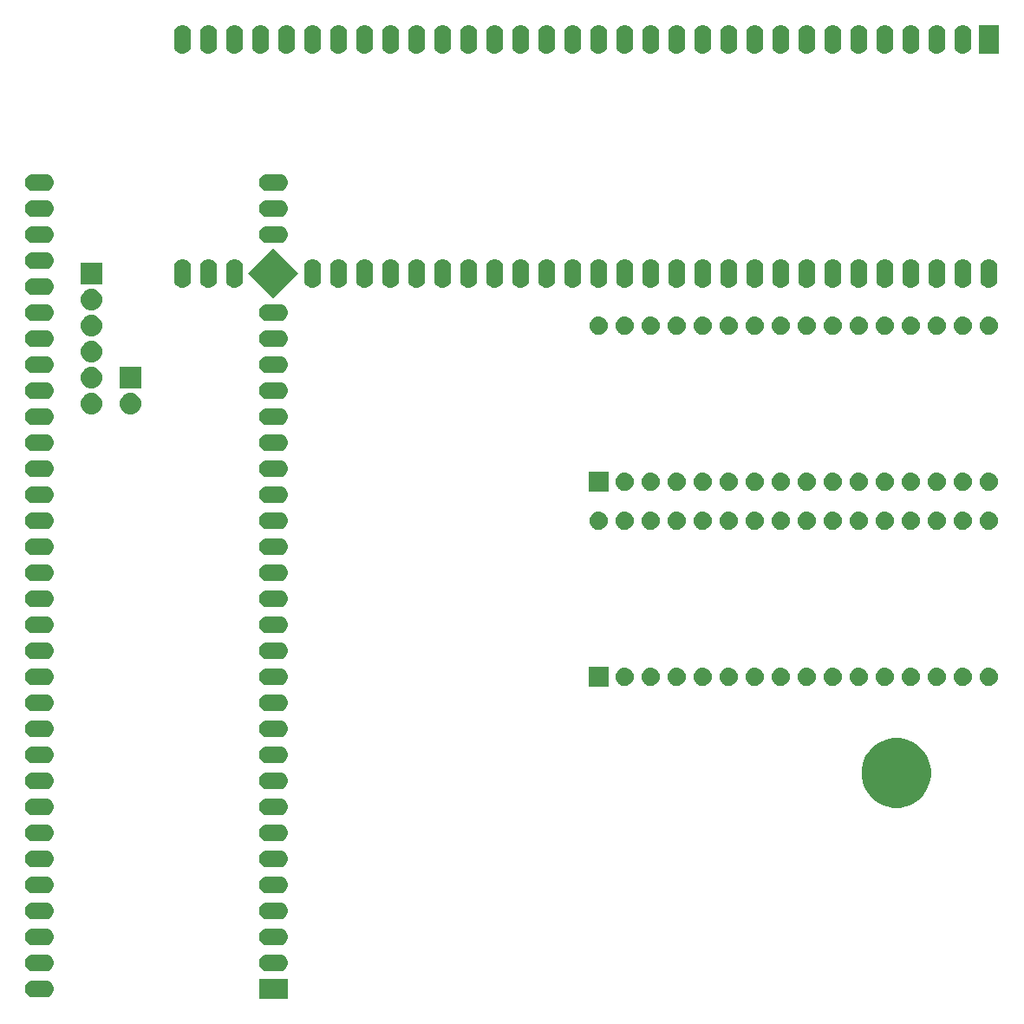
<source format=gbs>
G04 #@! TF.GenerationSoftware,KiCad,Pcbnew,(5.1.4-0-10_14)*
G04 #@! TF.CreationDate,2023-01-20T22:12:42+01:00*
G04 #@! TF.ProjectId,68000 Relocator FLASH Kickstart_Manual Route_DIP_Power Plan Split,36383030-3020-4526-956c-6f6361746f72,v1.0*
G04 #@! TF.SameCoordinates,Original*
G04 #@! TF.FileFunction,Soldermask,Bot*
G04 #@! TF.FilePolarity,Negative*
%FSLAX46Y46*%
G04 Gerber Fmt 4.6, Leading zero omitted, Abs format (unit mm)*
G04 Created by KiCad (PCBNEW (5.1.4-0-10_14)) date 2023-01-20 22:12:42*
%MOMM*%
%LPD*%
G04 APERTURE LIST*
%ADD10C,0.100000*%
G04 APERTURE END LIST*
D10*
G36*
X129162000Y-153654000D02*
G01*
X126362000Y-153654000D01*
X126362000Y-151654000D01*
X129162000Y-151654000D01*
X129162000Y-153654000D01*
X129162000Y-153654000D01*
G37*
G36*
X105637185Y-151831081D02*
G01*
X105637188Y-151831082D01*
X105637189Y-151831082D01*
X105794587Y-151878828D01*
X105874031Y-151921292D01*
X105939641Y-151956361D01*
X105939642Y-151956362D01*
X105939646Y-151956364D01*
X106066791Y-152060709D01*
X106171136Y-152187854D01*
X106248672Y-152332913D01*
X106296418Y-152490311D01*
X106296419Y-152490315D01*
X106312540Y-152654000D01*
X106296419Y-152817685D01*
X106296418Y-152817688D01*
X106296418Y-152817689D01*
X106248672Y-152975087D01*
X106171136Y-153120146D01*
X106066791Y-153247291D01*
X105939646Y-153351636D01*
X105939642Y-153351638D01*
X105939641Y-153351639D01*
X105874031Y-153386708D01*
X105794587Y-153429172D01*
X105637189Y-153476918D01*
X105637188Y-153476918D01*
X105637185Y-153476919D01*
X105514522Y-153489000D01*
X104289478Y-153489000D01*
X104166815Y-153476919D01*
X104166812Y-153476918D01*
X104166811Y-153476918D01*
X104009413Y-153429172D01*
X103929969Y-153386708D01*
X103864359Y-153351639D01*
X103864358Y-153351638D01*
X103864354Y-153351636D01*
X103737209Y-153247291D01*
X103632864Y-153120146D01*
X103555328Y-152975087D01*
X103507582Y-152817689D01*
X103507582Y-152817688D01*
X103507581Y-152817685D01*
X103491460Y-152654000D01*
X103507581Y-152490315D01*
X103507582Y-152490311D01*
X103555328Y-152332913D01*
X103632864Y-152187854D01*
X103737209Y-152060709D01*
X103864354Y-151956364D01*
X103864358Y-151956362D01*
X103864359Y-151956361D01*
X103929969Y-151921292D01*
X104009413Y-151878828D01*
X104166811Y-151831082D01*
X104166812Y-151831082D01*
X104166815Y-151831081D01*
X104289478Y-151819000D01*
X105514522Y-151819000D01*
X105637185Y-151831081D01*
X105637185Y-151831081D01*
G37*
G36*
X128497185Y-149291081D02*
G01*
X128497188Y-149291082D01*
X128497189Y-149291082D01*
X128654587Y-149338828D01*
X128734031Y-149381292D01*
X128799641Y-149416361D01*
X128799642Y-149416362D01*
X128799646Y-149416364D01*
X128926791Y-149520709D01*
X129031136Y-149647854D01*
X129108672Y-149792913D01*
X129156418Y-149950311D01*
X129156419Y-149950315D01*
X129172540Y-150114000D01*
X129156419Y-150277685D01*
X129156418Y-150277688D01*
X129156418Y-150277689D01*
X129108672Y-150435087D01*
X129031136Y-150580146D01*
X128926791Y-150707291D01*
X128799646Y-150811636D01*
X128799642Y-150811638D01*
X128799641Y-150811639D01*
X128734031Y-150846708D01*
X128654587Y-150889172D01*
X128497189Y-150936918D01*
X128497188Y-150936918D01*
X128497185Y-150936919D01*
X128374522Y-150949000D01*
X127149478Y-150949000D01*
X127026815Y-150936919D01*
X127026812Y-150936918D01*
X127026811Y-150936918D01*
X126869413Y-150889172D01*
X126789969Y-150846708D01*
X126724359Y-150811639D01*
X126724358Y-150811638D01*
X126724354Y-150811636D01*
X126597209Y-150707291D01*
X126492864Y-150580146D01*
X126415328Y-150435087D01*
X126367582Y-150277689D01*
X126367582Y-150277688D01*
X126367581Y-150277685D01*
X126351460Y-150114000D01*
X126367581Y-149950315D01*
X126367582Y-149950311D01*
X126415328Y-149792913D01*
X126492864Y-149647854D01*
X126597209Y-149520709D01*
X126724354Y-149416364D01*
X126724358Y-149416362D01*
X126724359Y-149416361D01*
X126789969Y-149381292D01*
X126869413Y-149338828D01*
X127026811Y-149291082D01*
X127026812Y-149291082D01*
X127026815Y-149291081D01*
X127149478Y-149279000D01*
X128374522Y-149279000D01*
X128497185Y-149291081D01*
X128497185Y-149291081D01*
G37*
G36*
X105637185Y-149291081D02*
G01*
X105637188Y-149291082D01*
X105637189Y-149291082D01*
X105794587Y-149338828D01*
X105874031Y-149381292D01*
X105939641Y-149416361D01*
X105939642Y-149416362D01*
X105939646Y-149416364D01*
X106066791Y-149520709D01*
X106171136Y-149647854D01*
X106248672Y-149792913D01*
X106296418Y-149950311D01*
X106296419Y-149950315D01*
X106312540Y-150114000D01*
X106296419Y-150277685D01*
X106296418Y-150277688D01*
X106296418Y-150277689D01*
X106248672Y-150435087D01*
X106171136Y-150580146D01*
X106066791Y-150707291D01*
X105939646Y-150811636D01*
X105939642Y-150811638D01*
X105939641Y-150811639D01*
X105874031Y-150846708D01*
X105794587Y-150889172D01*
X105637189Y-150936918D01*
X105637188Y-150936918D01*
X105637185Y-150936919D01*
X105514522Y-150949000D01*
X104289478Y-150949000D01*
X104166815Y-150936919D01*
X104166812Y-150936918D01*
X104166811Y-150936918D01*
X104009413Y-150889172D01*
X103929969Y-150846708D01*
X103864359Y-150811639D01*
X103864358Y-150811638D01*
X103864354Y-150811636D01*
X103737209Y-150707291D01*
X103632864Y-150580146D01*
X103555328Y-150435087D01*
X103507582Y-150277689D01*
X103507582Y-150277688D01*
X103507581Y-150277685D01*
X103491460Y-150114000D01*
X103507581Y-149950315D01*
X103507582Y-149950311D01*
X103555328Y-149792913D01*
X103632864Y-149647854D01*
X103737209Y-149520709D01*
X103864354Y-149416364D01*
X103864358Y-149416362D01*
X103864359Y-149416361D01*
X103929969Y-149381292D01*
X104009413Y-149338828D01*
X104166811Y-149291082D01*
X104166812Y-149291082D01*
X104166815Y-149291081D01*
X104289478Y-149279000D01*
X105514522Y-149279000D01*
X105637185Y-149291081D01*
X105637185Y-149291081D01*
G37*
G36*
X128497185Y-146751081D02*
G01*
X128497188Y-146751082D01*
X128497189Y-146751082D01*
X128654587Y-146798828D01*
X128734031Y-146841292D01*
X128799641Y-146876361D01*
X128799642Y-146876362D01*
X128799646Y-146876364D01*
X128926791Y-146980709D01*
X129031136Y-147107854D01*
X129108672Y-147252913D01*
X129156418Y-147410311D01*
X129156419Y-147410315D01*
X129172540Y-147574000D01*
X129156419Y-147737685D01*
X129156418Y-147737688D01*
X129156418Y-147737689D01*
X129108672Y-147895087D01*
X129031136Y-148040146D01*
X128926791Y-148167291D01*
X128799646Y-148271636D01*
X128799642Y-148271638D01*
X128799641Y-148271639D01*
X128734031Y-148306708D01*
X128654587Y-148349172D01*
X128497189Y-148396918D01*
X128497188Y-148396918D01*
X128497185Y-148396919D01*
X128374522Y-148409000D01*
X127149478Y-148409000D01*
X127026815Y-148396919D01*
X127026812Y-148396918D01*
X127026811Y-148396918D01*
X126869413Y-148349172D01*
X126789969Y-148306708D01*
X126724359Y-148271639D01*
X126724358Y-148271638D01*
X126724354Y-148271636D01*
X126597209Y-148167291D01*
X126492864Y-148040146D01*
X126415328Y-147895087D01*
X126367582Y-147737689D01*
X126367582Y-147737688D01*
X126367581Y-147737685D01*
X126351460Y-147574000D01*
X126367581Y-147410315D01*
X126367582Y-147410311D01*
X126415328Y-147252913D01*
X126492864Y-147107854D01*
X126597209Y-146980709D01*
X126724354Y-146876364D01*
X126724358Y-146876362D01*
X126724359Y-146876361D01*
X126789969Y-146841292D01*
X126869413Y-146798828D01*
X127026811Y-146751082D01*
X127026812Y-146751082D01*
X127026815Y-146751081D01*
X127149478Y-146739000D01*
X128374522Y-146739000D01*
X128497185Y-146751081D01*
X128497185Y-146751081D01*
G37*
G36*
X105637185Y-146751081D02*
G01*
X105637188Y-146751082D01*
X105637189Y-146751082D01*
X105794587Y-146798828D01*
X105874031Y-146841292D01*
X105939641Y-146876361D01*
X105939642Y-146876362D01*
X105939646Y-146876364D01*
X106066791Y-146980709D01*
X106171136Y-147107854D01*
X106248672Y-147252913D01*
X106296418Y-147410311D01*
X106296419Y-147410315D01*
X106312540Y-147574000D01*
X106296419Y-147737685D01*
X106296418Y-147737688D01*
X106296418Y-147737689D01*
X106248672Y-147895087D01*
X106171136Y-148040146D01*
X106066791Y-148167291D01*
X105939646Y-148271636D01*
X105939642Y-148271638D01*
X105939641Y-148271639D01*
X105874031Y-148306708D01*
X105794587Y-148349172D01*
X105637189Y-148396918D01*
X105637188Y-148396918D01*
X105637185Y-148396919D01*
X105514522Y-148409000D01*
X104289478Y-148409000D01*
X104166815Y-148396919D01*
X104166812Y-148396918D01*
X104166811Y-148396918D01*
X104009413Y-148349172D01*
X103929969Y-148306708D01*
X103864359Y-148271639D01*
X103864358Y-148271638D01*
X103864354Y-148271636D01*
X103737209Y-148167291D01*
X103632864Y-148040146D01*
X103555328Y-147895087D01*
X103507582Y-147737689D01*
X103507582Y-147737688D01*
X103507581Y-147737685D01*
X103491460Y-147574000D01*
X103507581Y-147410315D01*
X103507582Y-147410311D01*
X103555328Y-147252913D01*
X103632864Y-147107854D01*
X103737209Y-146980709D01*
X103864354Y-146876364D01*
X103864358Y-146876362D01*
X103864359Y-146876361D01*
X103929969Y-146841292D01*
X104009413Y-146798828D01*
X104166811Y-146751082D01*
X104166812Y-146751082D01*
X104166815Y-146751081D01*
X104289478Y-146739000D01*
X105514522Y-146739000D01*
X105637185Y-146751081D01*
X105637185Y-146751081D01*
G37*
G36*
X128497185Y-144211081D02*
G01*
X128497188Y-144211082D01*
X128497189Y-144211082D01*
X128654587Y-144258828D01*
X128734031Y-144301292D01*
X128799641Y-144336361D01*
X128799642Y-144336362D01*
X128799646Y-144336364D01*
X128926791Y-144440709D01*
X129031136Y-144567854D01*
X129108672Y-144712913D01*
X129156418Y-144870311D01*
X129156419Y-144870315D01*
X129172540Y-145034000D01*
X129156419Y-145197685D01*
X129156418Y-145197688D01*
X129156418Y-145197689D01*
X129108672Y-145355087D01*
X129031136Y-145500146D01*
X128926791Y-145627291D01*
X128799646Y-145731636D01*
X128799642Y-145731638D01*
X128799641Y-145731639D01*
X128734031Y-145766708D01*
X128654587Y-145809172D01*
X128497189Y-145856918D01*
X128497188Y-145856918D01*
X128497185Y-145856919D01*
X128374522Y-145869000D01*
X127149478Y-145869000D01*
X127026815Y-145856919D01*
X127026812Y-145856918D01*
X127026811Y-145856918D01*
X126869413Y-145809172D01*
X126789969Y-145766708D01*
X126724359Y-145731639D01*
X126724358Y-145731638D01*
X126724354Y-145731636D01*
X126597209Y-145627291D01*
X126492864Y-145500146D01*
X126415328Y-145355087D01*
X126367582Y-145197689D01*
X126367582Y-145197688D01*
X126367581Y-145197685D01*
X126351460Y-145034000D01*
X126367581Y-144870315D01*
X126367582Y-144870311D01*
X126415328Y-144712913D01*
X126492864Y-144567854D01*
X126597209Y-144440709D01*
X126724354Y-144336364D01*
X126724358Y-144336362D01*
X126724359Y-144336361D01*
X126789969Y-144301292D01*
X126869413Y-144258828D01*
X127026811Y-144211082D01*
X127026812Y-144211082D01*
X127026815Y-144211081D01*
X127149478Y-144199000D01*
X128374522Y-144199000D01*
X128497185Y-144211081D01*
X128497185Y-144211081D01*
G37*
G36*
X105637185Y-144211081D02*
G01*
X105637188Y-144211082D01*
X105637189Y-144211082D01*
X105794587Y-144258828D01*
X105874031Y-144301292D01*
X105939641Y-144336361D01*
X105939642Y-144336362D01*
X105939646Y-144336364D01*
X106066791Y-144440709D01*
X106171136Y-144567854D01*
X106248672Y-144712913D01*
X106296418Y-144870311D01*
X106296419Y-144870315D01*
X106312540Y-145034000D01*
X106296419Y-145197685D01*
X106296418Y-145197688D01*
X106296418Y-145197689D01*
X106248672Y-145355087D01*
X106171136Y-145500146D01*
X106066791Y-145627291D01*
X105939646Y-145731636D01*
X105939642Y-145731638D01*
X105939641Y-145731639D01*
X105874031Y-145766708D01*
X105794587Y-145809172D01*
X105637189Y-145856918D01*
X105637188Y-145856918D01*
X105637185Y-145856919D01*
X105514522Y-145869000D01*
X104289478Y-145869000D01*
X104166815Y-145856919D01*
X104166812Y-145856918D01*
X104166811Y-145856918D01*
X104009413Y-145809172D01*
X103929969Y-145766708D01*
X103864359Y-145731639D01*
X103864358Y-145731638D01*
X103864354Y-145731636D01*
X103737209Y-145627291D01*
X103632864Y-145500146D01*
X103555328Y-145355087D01*
X103507582Y-145197689D01*
X103507582Y-145197688D01*
X103507581Y-145197685D01*
X103491460Y-145034000D01*
X103507581Y-144870315D01*
X103507582Y-144870311D01*
X103555328Y-144712913D01*
X103632864Y-144567854D01*
X103737209Y-144440709D01*
X103864354Y-144336364D01*
X103864358Y-144336362D01*
X103864359Y-144336361D01*
X103929969Y-144301292D01*
X104009413Y-144258828D01*
X104166811Y-144211082D01*
X104166812Y-144211082D01*
X104166815Y-144211081D01*
X104289478Y-144199000D01*
X105514522Y-144199000D01*
X105637185Y-144211081D01*
X105637185Y-144211081D01*
G37*
G36*
X128497185Y-141671081D02*
G01*
X128497188Y-141671082D01*
X128497189Y-141671082D01*
X128654587Y-141718828D01*
X128734031Y-141761292D01*
X128799641Y-141796361D01*
X128799642Y-141796362D01*
X128799646Y-141796364D01*
X128926791Y-141900709D01*
X129031136Y-142027854D01*
X129108672Y-142172913D01*
X129156418Y-142330311D01*
X129156419Y-142330315D01*
X129172540Y-142494000D01*
X129156419Y-142657685D01*
X129156418Y-142657688D01*
X129156418Y-142657689D01*
X129108672Y-142815087D01*
X129031136Y-142960146D01*
X128926791Y-143087291D01*
X128799646Y-143191636D01*
X128799642Y-143191638D01*
X128799641Y-143191639D01*
X128734031Y-143226708D01*
X128654587Y-143269172D01*
X128497189Y-143316918D01*
X128497188Y-143316918D01*
X128497185Y-143316919D01*
X128374522Y-143329000D01*
X127149478Y-143329000D01*
X127026815Y-143316919D01*
X127026812Y-143316918D01*
X127026811Y-143316918D01*
X126869413Y-143269172D01*
X126789969Y-143226708D01*
X126724359Y-143191639D01*
X126724358Y-143191638D01*
X126724354Y-143191636D01*
X126597209Y-143087291D01*
X126492864Y-142960146D01*
X126415328Y-142815087D01*
X126367582Y-142657689D01*
X126367582Y-142657688D01*
X126367581Y-142657685D01*
X126351460Y-142494000D01*
X126367581Y-142330315D01*
X126367582Y-142330311D01*
X126415328Y-142172913D01*
X126492864Y-142027854D01*
X126597209Y-141900709D01*
X126724354Y-141796364D01*
X126724358Y-141796362D01*
X126724359Y-141796361D01*
X126789969Y-141761292D01*
X126869413Y-141718828D01*
X127026811Y-141671082D01*
X127026812Y-141671082D01*
X127026815Y-141671081D01*
X127149478Y-141659000D01*
X128374522Y-141659000D01*
X128497185Y-141671081D01*
X128497185Y-141671081D01*
G37*
G36*
X105637185Y-141671081D02*
G01*
X105637188Y-141671082D01*
X105637189Y-141671082D01*
X105794587Y-141718828D01*
X105874031Y-141761292D01*
X105939641Y-141796361D01*
X105939642Y-141796362D01*
X105939646Y-141796364D01*
X106066791Y-141900709D01*
X106171136Y-142027854D01*
X106248672Y-142172913D01*
X106296418Y-142330311D01*
X106296419Y-142330315D01*
X106312540Y-142494000D01*
X106296419Y-142657685D01*
X106296418Y-142657688D01*
X106296418Y-142657689D01*
X106248672Y-142815087D01*
X106171136Y-142960146D01*
X106066791Y-143087291D01*
X105939646Y-143191636D01*
X105939642Y-143191638D01*
X105939641Y-143191639D01*
X105874031Y-143226708D01*
X105794587Y-143269172D01*
X105637189Y-143316918D01*
X105637188Y-143316918D01*
X105637185Y-143316919D01*
X105514522Y-143329000D01*
X104289478Y-143329000D01*
X104166815Y-143316919D01*
X104166812Y-143316918D01*
X104166811Y-143316918D01*
X104009413Y-143269172D01*
X103929969Y-143226708D01*
X103864359Y-143191639D01*
X103864358Y-143191638D01*
X103864354Y-143191636D01*
X103737209Y-143087291D01*
X103632864Y-142960146D01*
X103555328Y-142815087D01*
X103507582Y-142657689D01*
X103507582Y-142657688D01*
X103507581Y-142657685D01*
X103491460Y-142494000D01*
X103507581Y-142330315D01*
X103507582Y-142330311D01*
X103555328Y-142172913D01*
X103632864Y-142027854D01*
X103737209Y-141900709D01*
X103864354Y-141796364D01*
X103864358Y-141796362D01*
X103864359Y-141796361D01*
X103929969Y-141761292D01*
X104009413Y-141718828D01*
X104166811Y-141671082D01*
X104166812Y-141671082D01*
X104166815Y-141671081D01*
X104289478Y-141659000D01*
X105514522Y-141659000D01*
X105637185Y-141671081D01*
X105637185Y-141671081D01*
G37*
G36*
X128497185Y-139131081D02*
G01*
X128497188Y-139131082D01*
X128497189Y-139131082D01*
X128654587Y-139178828D01*
X128734031Y-139221292D01*
X128799641Y-139256361D01*
X128799642Y-139256362D01*
X128799646Y-139256364D01*
X128926791Y-139360709D01*
X129031136Y-139487854D01*
X129108672Y-139632913D01*
X129156418Y-139790311D01*
X129156419Y-139790315D01*
X129172540Y-139954000D01*
X129156419Y-140117685D01*
X129156418Y-140117688D01*
X129156418Y-140117689D01*
X129108672Y-140275087D01*
X129031136Y-140420146D01*
X128926791Y-140547291D01*
X128799646Y-140651636D01*
X128799642Y-140651638D01*
X128799641Y-140651639D01*
X128734031Y-140686708D01*
X128654587Y-140729172D01*
X128497189Y-140776918D01*
X128497188Y-140776918D01*
X128497185Y-140776919D01*
X128374522Y-140789000D01*
X127149478Y-140789000D01*
X127026815Y-140776919D01*
X127026812Y-140776918D01*
X127026811Y-140776918D01*
X126869413Y-140729172D01*
X126789969Y-140686708D01*
X126724359Y-140651639D01*
X126724358Y-140651638D01*
X126724354Y-140651636D01*
X126597209Y-140547291D01*
X126492864Y-140420146D01*
X126415328Y-140275087D01*
X126367582Y-140117689D01*
X126367582Y-140117688D01*
X126367581Y-140117685D01*
X126351460Y-139954000D01*
X126367581Y-139790315D01*
X126367582Y-139790311D01*
X126415328Y-139632913D01*
X126492864Y-139487854D01*
X126597209Y-139360709D01*
X126724354Y-139256364D01*
X126724358Y-139256362D01*
X126724359Y-139256361D01*
X126789969Y-139221292D01*
X126869413Y-139178828D01*
X127026811Y-139131082D01*
X127026812Y-139131082D01*
X127026815Y-139131081D01*
X127149478Y-139119000D01*
X128374522Y-139119000D01*
X128497185Y-139131081D01*
X128497185Y-139131081D01*
G37*
G36*
X105637185Y-139131081D02*
G01*
X105637188Y-139131082D01*
X105637189Y-139131082D01*
X105794587Y-139178828D01*
X105874031Y-139221292D01*
X105939641Y-139256361D01*
X105939642Y-139256362D01*
X105939646Y-139256364D01*
X106066791Y-139360709D01*
X106171136Y-139487854D01*
X106248672Y-139632913D01*
X106296418Y-139790311D01*
X106296419Y-139790315D01*
X106312540Y-139954000D01*
X106296419Y-140117685D01*
X106296418Y-140117688D01*
X106296418Y-140117689D01*
X106248672Y-140275087D01*
X106171136Y-140420146D01*
X106066791Y-140547291D01*
X105939646Y-140651636D01*
X105939642Y-140651638D01*
X105939641Y-140651639D01*
X105874031Y-140686708D01*
X105794587Y-140729172D01*
X105637189Y-140776918D01*
X105637188Y-140776918D01*
X105637185Y-140776919D01*
X105514522Y-140789000D01*
X104289478Y-140789000D01*
X104166815Y-140776919D01*
X104166812Y-140776918D01*
X104166811Y-140776918D01*
X104009413Y-140729172D01*
X103929969Y-140686708D01*
X103864359Y-140651639D01*
X103864358Y-140651638D01*
X103864354Y-140651636D01*
X103737209Y-140547291D01*
X103632864Y-140420146D01*
X103555328Y-140275087D01*
X103507582Y-140117689D01*
X103507582Y-140117688D01*
X103507581Y-140117685D01*
X103491460Y-139954000D01*
X103507581Y-139790315D01*
X103507582Y-139790311D01*
X103555328Y-139632913D01*
X103632864Y-139487854D01*
X103737209Y-139360709D01*
X103864354Y-139256364D01*
X103864358Y-139256362D01*
X103864359Y-139256361D01*
X103929969Y-139221292D01*
X104009413Y-139178828D01*
X104166811Y-139131082D01*
X104166812Y-139131082D01*
X104166815Y-139131081D01*
X104289478Y-139119000D01*
X105514522Y-139119000D01*
X105637185Y-139131081D01*
X105637185Y-139131081D01*
G37*
G36*
X128497185Y-136591081D02*
G01*
X128497188Y-136591082D01*
X128497189Y-136591082D01*
X128654587Y-136638828D01*
X128734031Y-136681292D01*
X128799641Y-136716361D01*
X128799642Y-136716362D01*
X128799646Y-136716364D01*
X128926791Y-136820709D01*
X129031136Y-136947854D01*
X129108672Y-137092913D01*
X129156418Y-137250311D01*
X129156419Y-137250315D01*
X129172540Y-137414000D01*
X129156419Y-137577685D01*
X129156418Y-137577688D01*
X129156418Y-137577689D01*
X129108672Y-137735087D01*
X129031136Y-137880146D01*
X128926791Y-138007291D01*
X128799646Y-138111636D01*
X128799642Y-138111638D01*
X128799641Y-138111639D01*
X128734031Y-138146708D01*
X128654587Y-138189172D01*
X128497189Y-138236918D01*
X128497188Y-138236918D01*
X128497185Y-138236919D01*
X128374522Y-138249000D01*
X127149478Y-138249000D01*
X127026815Y-138236919D01*
X127026812Y-138236918D01*
X127026811Y-138236918D01*
X126869413Y-138189172D01*
X126789969Y-138146708D01*
X126724359Y-138111639D01*
X126724358Y-138111638D01*
X126724354Y-138111636D01*
X126597209Y-138007291D01*
X126492864Y-137880146D01*
X126415328Y-137735087D01*
X126367582Y-137577689D01*
X126367582Y-137577688D01*
X126367581Y-137577685D01*
X126351460Y-137414000D01*
X126367581Y-137250315D01*
X126367582Y-137250311D01*
X126415328Y-137092913D01*
X126492864Y-136947854D01*
X126597209Y-136820709D01*
X126724354Y-136716364D01*
X126724358Y-136716362D01*
X126724359Y-136716361D01*
X126789969Y-136681292D01*
X126869413Y-136638828D01*
X127026811Y-136591082D01*
X127026812Y-136591082D01*
X127026815Y-136591081D01*
X127149478Y-136579000D01*
X128374522Y-136579000D01*
X128497185Y-136591081D01*
X128497185Y-136591081D01*
G37*
G36*
X105637185Y-136591081D02*
G01*
X105637188Y-136591082D01*
X105637189Y-136591082D01*
X105794587Y-136638828D01*
X105874031Y-136681292D01*
X105939641Y-136716361D01*
X105939642Y-136716362D01*
X105939646Y-136716364D01*
X106066791Y-136820709D01*
X106171136Y-136947854D01*
X106248672Y-137092913D01*
X106296418Y-137250311D01*
X106296419Y-137250315D01*
X106312540Y-137414000D01*
X106296419Y-137577685D01*
X106296418Y-137577688D01*
X106296418Y-137577689D01*
X106248672Y-137735087D01*
X106171136Y-137880146D01*
X106066791Y-138007291D01*
X105939646Y-138111636D01*
X105939642Y-138111638D01*
X105939641Y-138111639D01*
X105874031Y-138146708D01*
X105794587Y-138189172D01*
X105637189Y-138236918D01*
X105637188Y-138236918D01*
X105637185Y-138236919D01*
X105514522Y-138249000D01*
X104289478Y-138249000D01*
X104166815Y-138236919D01*
X104166812Y-138236918D01*
X104166811Y-138236918D01*
X104009413Y-138189172D01*
X103929969Y-138146708D01*
X103864359Y-138111639D01*
X103864358Y-138111638D01*
X103864354Y-138111636D01*
X103737209Y-138007291D01*
X103632864Y-137880146D01*
X103555328Y-137735087D01*
X103507582Y-137577689D01*
X103507582Y-137577688D01*
X103507581Y-137577685D01*
X103491460Y-137414000D01*
X103507581Y-137250315D01*
X103507582Y-137250311D01*
X103555328Y-137092913D01*
X103632864Y-136947854D01*
X103737209Y-136820709D01*
X103864354Y-136716364D01*
X103864358Y-136716362D01*
X103864359Y-136716361D01*
X103929969Y-136681292D01*
X104009413Y-136638828D01*
X104166811Y-136591082D01*
X104166812Y-136591082D01*
X104166815Y-136591081D01*
X104289478Y-136579000D01*
X105514522Y-136579000D01*
X105637185Y-136591081D01*
X105637185Y-136591081D01*
G37*
G36*
X128497185Y-134051081D02*
G01*
X128497188Y-134051082D01*
X128497189Y-134051082D01*
X128654587Y-134098828D01*
X128734031Y-134141292D01*
X128799641Y-134176361D01*
X128799642Y-134176362D01*
X128799646Y-134176364D01*
X128926791Y-134280709D01*
X129031136Y-134407854D01*
X129108672Y-134552913D01*
X129156418Y-134710311D01*
X129156419Y-134710315D01*
X129172540Y-134874000D01*
X129156419Y-135037685D01*
X129156418Y-135037688D01*
X129156418Y-135037689D01*
X129108672Y-135195087D01*
X129031136Y-135340146D01*
X128926791Y-135467291D01*
X128799646Y-135571636D01*
X128799642Y-135571638D01*
X128799641Y-135571639D01*
X128734031Y-135606708D01*
X128654587Y-135649172D01*
X128497189Y-135696918D01*
X128497188Y-135696918D01*
X128497185Y-135696919D01*
X128374522Y-135709000D01*
X127149478Y-135709000D01*
X127026815Y-135696919D01*
X127026812Y-135696918D01*
X127026811Y-135696918D01*
X126869413Y-135649172D01*
X126789969Y-135606708D01*
X126724359Y-135571639D01*
X126724358Y-135571638D01*
X126724354Y-135571636D01*
X126597209Y-135467291D01*
X126492864Y-135340146D01*
X126415328Y-135195087D01*
X126367582Y-135037689D01*
X126367582Y-135037688D01*
X126367581Y-135037685D01*
X126351460Y-134874000D01*
X126367581Y-134710315D01*
X126367582Y-134710311D01*
X126415328Y-134552913D01*
X126492864Y-134407854D01*
X126597209Y-134280709D01*
X126724354Y-134176364D01*
X126724358Y-134176362D01*
X126724359Y-134176361D01*
X126789969Y-134141292D01*
X126869413Y-134098828D01*
X127026811Y-134051082D01*
X127026812Y-134051082D01*
X127026815Y-134051081D01*
X127149478Y-134039000D01*
X128374522Y-134039000D01*
X128497185Y-134051081D01*
X128497185Y-134051081D01*
G37*
G36*
X105637185Y-134051081D02*
G01*
X105637188Y-134051082D01*
X105637189Y-134051082D01*
X105794587Y-134098828D01*
X105874031Y-134141292D01*
X105939641Y-134176361D01*
X105939642Y-134176362D01*
X105939646Y-134176364D01*
X106066791Y-134280709D01*
X106171136Y-134407854D01*
X106248672Y-134552913D01*
X106296418Y-134710311D01*
X106296419Y-134710315D01*
X106312540Y-134874000D01*
X106296419Y-135037685D01*
X106296418Y-135037688D01*
X106296418Y-135037689D01*
X106248672Y-135195087D01*
X106171136Y-135340146D01*
X106066791Y-135467291D01*
X105939646Y-135571636D01*
X105939642Y-135571638D01*
X105939641Y-135571639D01*
X105874031Y-135606708D01*
X105794587Y-135649172D01*
X105637189Y-135696918D01*
X105637188Y-135696918D01*
X105637185Y-135696919D01*
X105514522Y-135709000D01*
X104289478Y-135709000D01*
X104166815Y-135696919D01*
X104166812Y-135696918D01*
X104166811Y-135696918D01*
X104009413Y-135649172D01*
X103929969Y-135606708D01*
X103864359Y-135571639D01*
X103864358Y-135571638D01*
X103864354Y-135571636D01*
X103737209Y-135467291D01*
X103632864Y-135340146D01*
X103555328Y-135195087D01*
X103507582Y-135037689D01*
X103507582Y-135037688D01*
X103507581Y-135037685D01*
X103491460Y-134874000D01*
X103507581Y-134710315D01*
X103507582Y-134710311D01*
X103555328Y-134552913D01*
X103632864Y-134407854D01*
X103737209Y-134280709D01*
X103864354Y-134176364D01*
X103864358Y-134176362D01*
X103864359Y-134176361D01*
X103929969Y-134141292D01*
X104009413Y-134098828D01*
X104166811Y-134051082D01*
X104166812Y-134051082D01*
X104166815Y-134051081D01*
X104289478Y-134039000D01*
X105514522Y-134039000D01*
X105637185Y-134051081D01*
X105637185Y-134051081D01*
G37*
G36*
X189258307Y-128237330D02*
G01*
X189586743Y-128302660D01*
X190205504Y-128558959D01*
X190762374Y-128931048D01*
X191235952Y-129404626D01*
X191608041Y-129961496D01*
X191864340Y-130580257D01*
X191995000Y-131237129D01*
X191995000Y-131906871D01*
X191864340Y-132563743D01*
X191608041Y-133182504D01*
X191235952Y-133739374D01*
X190762374Y-134212952D01*
X190205504Y-134585041D01*
X189586743Y-134841340D01*
X189422550Y-134874000D01*
X188929872Y-134972000D01*
X188260128Y-134972000D01*
X187767450Y-134874000D01*
X187603257Y-134841340D01*
X186984496Y-134585041D01*
X186427626Y-134212952D01*
X185954048Y-133739374D01*
X185581959Y-133182504D01*
X185325660Y-132563743D01*
X185195000Y-131906871D01*
X185195000Y-131237129D01*
X185325660Y-130580257D01*
X185581959Y-129961496D01*
X185954048Y-129404626D01*
X186427626Y-128931048D01*
X186984496Y-128558959D01*
X187603257Y-128302660D01*
X187931693Y-128237330D01*
X188260128Y-128172000D01*
X188929872Y-128172000D01*
X189258307Y-128237330D01*
X189258307Y-128237330D01*
G37*
G36*
X128497185Y-131511081D02*
G01*
X128497188Y-131511082D01*
X128497189Y-131511082D01*
X128654587Y-131558828D01*
X128734031Y-131601292D01*
X128799641Y-131636361D01*
X128799642Y-131636362D01*
X128799646Y-131636364D01*
X128926791Y-131740709D01*
X129031136Y-131867854D01*
X129108672Y-132012913D01*
X129156418Y-132170311D01*
X129156419Y-132170315D01*
X129172540Y-132334000D01*
X129156419Y-132497685D01*
X129156418Y-132497688D01*
X129156418Y-132497689D01*
X129108672Y-132655087D01*
X129031136Y-132800146D01*
X128926791Y-132927291D01*
X128799646Y-133031636D01*
X128799642Y-133031638D01*
X128799641Y-133031639D01*
X128734031Y-133066708D01*
X128654587Y-133109172D01*
X128497189Y-133156918D01*
X128497188Y-133156918D01*
X128497185Y-133156919D01*
X128374522Y-133169000D01*
X127149478Y-133169000D01*
X127026815Y-133156919D01*
X127026812Y-133156918D01*
X127026811Y-133156918D01*
X126869413Y-133109172D01*
X126789969Y-133066708D01*
X126724359Y-133031639D01*
X126724358Y-133031638D01*
X126724354Y-133031636D01*
X126597209Y-132927291D01*
X126492864Y-132800146D01*
X126415328Y-132655087D01*
X126367582Y-132497689D01*
X126367582Y-132497688D01*
X126367581Y-132497685D01*
X126351460Y-132334000D01*
X126367581Y-132170315D01*
X126367582Y-132170311D01*
X126415328Y-132012913D01*
X126492864Y-131867854D01*
X126597209Y-131740709D01*
X126724354Y-131636364D01*
X126724358Y-131636362D01*
X126724359Y-131636361D01*
X126789969Y-131601292D01*
X126869413Y-131558828D01*
X127026811Y-131511082D01*
X127026812Y-131511082D01*
X127026815Y-131511081D01*
X127149478Y-131499000D01*
X128374522Y-131499000D01*
X128497185Y-131511081D01*
X128497185Y-131511081D01*
G37*
G36*
X105637185Y-131511081D02*
G01*
X105637188Y-131511082D01*
X105637189Y-131511082D01*
X105794587Y-131558828D01*
X105874031Y-131601292D01*
X105939641Y-131636361D01*
X105939642Y-131636362D01*
X105939646Y-131636364D01*
X106066791Y-131740709D01*
X106171136Y-131867854D01*
X106248672Y-132012913D01*
X106296418Y-132170311D01*
X106296419Y-132170315D01*
X106312540Y-132334000D01*
X106296419Y-132497685D01*
X106296418Y-132497688D01*
X106296418Y-132497689D01*
X106248672Y-132655087D01*
X106171136Y-132800146D01*
X106066791Y-132927291D01*
X105939646Y-133031636D01*
X105939642Y-133031638D01*
X105939641Y-133031639D01*
X105874031Y-133066708D01*
X105794587Y-133109172D01*
X105637189Y-133156918D01*
X105637188Y-133156918D01*
X105637185Y-133156919D01*
X105514522Y-133169000D01*
X104289478Y-133169000D01*
X104166815Y-133156919D01*
X104166812Y-133156918D01*
X104166811Y-133156918D01*
X104009413Y-133109172D01*
X103929969Y-133066708D01*
X103864359Y-133031639D01*
X103864358Y-133031638D01*
X103864354Y-133031636D01*
X103737209Y-132927291D01*
X103632864Y-132800146D01*
X103555328Y-132655087D01*
X103507582Y-132497689D01*
X103507582Y-132497688D01*
X103507581Y-132497685D01*
X103491460Y-132334000D01*
X103507581Y-132170315D01*
X103507582Y-132170311D01*
X103555328Y-132012913D01*
X103632864Y-131867854D01*
X103737209Y-131740709D01*
X103864354Y-131636364D01*
X103864358Y-131636362D01*
X103864359Y-131636361D01*
X103929969Y-131601292D01*
X104009413Y-131558828D01*
X104166811Y-131511082D01*
X104166812Y-131511082D01*
X104166815Y-131511081D01*
X104289478Y-131499000D01*
X105514522Y-131499000D01*
X105637185Y-131511081D01*
X105637185Y-131511081D01*
G37*
G36*
X128497185Y-128971081D02*
G01*
X128497188Y-128971082D01*
X128497189Y-128971082D01*
X128654587Y-129018828D01*
X128734031Y-129061292D01*
X128799641Y-129096361D01*
X128799642Y-129096362D01*
X128799646Y-129096364D01*
X128926791Y-129200709D01*
X129031136Y-129327854D01*
X129108672Y-129472913D01*
X129156418Y-129630311D01*
X129156419Y-129630315D01*
X129172540Y-129794000D01*
X129156419Y-129957685D01*
X129156418Y-129957688D01*
X129156418Y-129957689D01*
X129108672Y-130115087D01*
X129031136Y-130260146D01*
X128926791Y-130387291D01*
X128799646Y-130491636D01*
X128799642Y-130491638D01*
X128799641Y-130491639D01*
X128734031Y-130526708D01*
X128654587Y-130569172D01*
X128497189Y-130616918D01*
X128497188Y-130616918D01*
X128497185Y-130616919D01*
X128374522Y-130629000D01*
X127149478Y-130629000D01*
X127026815Y-130616919D01*
X127026812Y-130616918D01*
X127026811Y-130616918D01*
X126869413Y-130569172D01*
X126789969Y-130526708D01*
X126724359Y-130491639D01*
X126724358Y-130491638D01*
X126724354Y-130491636D01*
X126597209Y-130387291D01*
X126492864Y-130260146D01*
X126415328Y-130115087D01*
X126367582Y-129957689D01*
X126367582Y-129957688D01*
X126367581Y-129957685D01*
X126351460Y-129794000D01*
X126367581Y-129630315D01*
X126367582Y-129630311D01*
X126415328Y-129472913D01*
X126492864Y-129327854D01*
X126597209Y-129200709D01*
X126724354Y-129096364D01*
X126724358Y-129096362D01*
X126724359Y-129096361D01*
X126789969Y-129061292D01*
X126869413Y-129018828D01*
X127026811Y-128971082D01*
X127026812Y-128971082D01*
X127026815Y-128971081D01*
X127149478Y-128959000D01*
X128374522Y-128959000D01*
X128497185Y-128971081D01*
X128497185Y-128971081D01*
G37*
G36*
X105637185Y-128971081D02*
G01*
X105637188Y-128971082D01*
X105637189Y-128971082D01*
X105794587Y-129018828D01*
X105874031Y-129061292D01*
X105939641Y-129096361D01*
X105939642Y-129096362D01*
X105939646Y-129096364D01*
X106066791Y-129200709D01*
X106171136Y-129327854D01*
X106248672Y-129472913D01*
X106296418Y-129630311D01*
X106296419Y-129630315D01*
X106312540Y-129794000D01*
X106296419Y-129957685D01*
X106296418Y-129957688D01*
X106296418Y-129957689D01*
X106248672Y-130115087D01*
X106171136Y-130260146D01*
X106066791Y-130387291D01*
X105939646Y-130491636D01*
X105939642Y-130491638D01*
X105939641Y-130491639D01*
X105874031Y-130526708D01*
X105794587Y-130569172D01*
X105637189Y-130616918D01*
X105637188Y-130616918D01*
X105637185Y-130616919D01*
X105514522Y-130629000D01*
X104289478Y-130629000D01*
X104166815Y-130616919D01*
X104166812Y-130616918D01*
X104166811Y-130616918D01*
X104009413Y-130569172D01*
X103929969Y-130526708D01*
X103864359Y-130491639D01*
X103864358Y-130491638D01*
X103864354Y-130491636D01*
X103737209Y-130387291D01*
X103632864Y-130260146D01*
X103555328Y-130115087D01*
X103507582Y-129957689D01*
X103507582Y-129957688D01*
X103507581Y-129957685D01*
X103491460Y-129794000D01*
X103507581Y-129630315D01*
X103507582Y-129630311D01*
X103555328Y-129472913D01*
X103632864Y-129327854D01*
X103737209Y-129200709D01*
X103864354Y-129096364D01*
X103864358Y-129096362D01*
X103864359Y-129096361D01*
X103929969Y-129061292D01*
X104009413Y-129018828D01*
X104166811Y-128971082D01*
X104166812Y-128971082D01*
X104166815Y-128971081D01*
X104289478Y-128959000D01*
X105514522Y-128959000D01*
X105637185Y-128971081D01*
X105637185Y-128971081D01*
G37*
G36*
X128497185Y-126431081D02*
G01*
X128497188Y-126431082D01*
X128497189Y-126431082D01*
X128654587Y-126478828D01*
X128734031Y-126521292D01*
X128799641Y-126556361D01*
X128799642Y-126556362D01*
X128799646Y-126556364D01*
X128926791Y-126660709D01*
X129031136Y-126787854D01*
X129108672Y-126932913D01*
X129156418Y-127090311D01*
X129156419Y-127090315D01*
X129172540Y-127254000D01*
X129156419Y-127417685D01*
X129156418Y-127417688D01*
X129156418Y-127417689D01*
X129108672Y-127575087D01*
X129031136Y-127720146D01*
X128926791Y-127847291D01*
X128799646Y-127951636D01*
X128799642Y-127951638D01*
X128799641Y-127951639D01*
X128734031Y-127986708D01*
X128654587Y-128029172D01*
X128497189Y-128076918D01*
X128497188Y-128076918D01*
X128497185Y-128076919D01*
X128374522Y-128089000D01*
X127149478Y-128089000D01*
X127026815Y-128076919D01*
X127026812Y-128076918D01*
X127026811Y-128076918D01*
X126869413Y-128029172D01*
X126789969Y-127986708D01*
X126724359Y-127951639D01*
X126724358Y-127951638D01*
X126724354Y-127951636D01*
X126597209Y-127847291D01*
X126492864Y-127720146D01*
X126415328Y-127575087D01*
X126367582Y-127417689D01*
X126367582Y-127417688D01*
X126367581Y-127417685D01*
X126351460Y-127254000D01*
X126367581Y-127090315D01*
X126367582Y-127090311D01*
X126415328Y-126932913D01*
X126492864Y-126787854D01*
X126597209Y-126660709D01*
X126724354Y-126556364D01*
X126724358Y-126556362D01*
X126724359Y-126556361D01*
X126789969Y-126521292D01*
X126869413Y-126478828D01*
X127026811Y-126431082D01*
X127026812Y-126431082D01*
X127026815Y-126431081D01*
X127149478Y-126419000D01*
X128374522Y-126419000D01*
X128497185Y-126431081D01*
X128497185Y-126431081D01*
G37*
G36*
X105637185Y-126431081D02*
G01*
X105637188Y-126431082D01*
X105637189Y-126431082D01*
X105794587Y-126478828D01*
X105874031Y-126521292D01*
X105939641Y-126556361D01*
X105939642Y-126556362D01*
X105939646Y-126556364D01*
X106066791Y-126660709D01*
X106171136Y-126787854D01*
X106248672Y-126932913D01*
X106296418Y-127090311D01*
X106296419Y-127090315D01*
X106312540Y-127254000D01*
X106296419Y-127417685D01*
X106296418Y-127417688D01*
X106296418Y-127417689D01*
X106248672Y-127575087D01*
X106171136Y-127720146D01*
X106066791Y-127847291D01*
X105939646Y-127951636D01*
X105939642Y-127951638D01*
X105939641Y-127951639D01*
X105874031Y-127986708D01*
X105794587Y-128029172D01*
X105637189Y-128076918D01*
X105637188Y-128076918D01*
X105637185Y-128076919D01*
X105514522Y-128089000D01*
X104289478Y-128089000D01*
X104166815Y-128076919D01*
X104166812Y-128076918D01*
X104166811Y-128076918D01*
X104009413Y-128029172D01*
X103929969Y-127986708D01*
X103864359Y-127951639D01*
X103864358Y-127951638D01*
X103864354Y-127951636D01*
X103737209Y-127847291D01*
X103632864Y-127720146D01*
X103555328Y-127575087D01*
X103507582Y-127417689D01*
X103507582Y-127417688D01*
X103507581Y-127417685D01*
X103491460Y-127254000D01*
X103507581Y-127090315D01*
X103507582Y-127090311D01*
X103555328Y-126932913D01*
X103632864Y-126787854D01*
X103737209Y-126660709D01*
X103864354Y-126556364D01*
X103864358Y-126556362D01*
X103864359Y-126556361D01*
X103929969Y-126521292D01*
X104009413Y-126478828D01*
X104166811Y-126431082D01*
X104166812Y-126431082D01*
X104166815Y-126431081D01*
X104289478Y-126419000D01*
X105514522Y-126419000D01*
X105637185Y-126431081D01*
X105637185Y-126431081D01*
G37*
G36*
X128497185Y-123891081D02*
G01*
X128497188Y-123891082D01*
X128497189Y-123891082D01*
X128654587Y-123938828D01*
X128734031Y-123981292D01*
X128799641Y-124016361D01*
X128799642Y-124016362D01*
X128799646Y-124016364D01*
X128926791Y-124120709D01*
X129031136Y-124247854D01*
X129108672Y-124392913D01*
X129156418Y-124550311D01*
X129156419Y-124550315D01*
X129172540Y-124714000D01*
X129156419Y-124877685D01*
X129156418Y-124877688D01*
X129156418Y-124877689D01*
X129108672Y-125035087D01*
X129031136Y-125180146D01*
X128926791Y-125307291D01*
X128799646Y-125411636D01*
X128799642Y-125411638D01*
X128799641Y-125411639D01*
X128734031Y-125446708D01*
X128654587Y-125489172D01*
X128497189Y-125536918D01*
X128497188Y-125536918D01*
X128497185Y-125536919D01*
X128374522Y-125549000D01*
X127149478Y-125549000D01*
X127026815Y-125536919D01*
X127026812Y-125536918D01*
X127026811Y-125536918D01*
X126869413Y-125489172D01*
X126789969Y-125446708D01*
X126724359Y-125411639D01*
X126724358Y-125411638D01*
X126724354Y-125411636D01*
X126597209Y-125307291D01*
X126492864Y-125180146D01*
X126415328Y-125035087D01*
X126367582Y-124877689D01*
X126367582Y-124877688D01*
X126367581Y-124877685D01*
X126351460Y-124714000D01*
X126367581Y-124550315D01*
X126367582Y-124550311D01*
X126415328Y-124392913D01*
X126492864Y-124247854D01*
X126597209Y-124120709D01*
X126724354Y-124016364D01*
X126724358Y-124016362D01*
X126724359Y-124016361D01*
X126789969Y-123981292D01*
X126869413Y-123938828D01*
X127026811Y-123891082D01*
X127026812Y-123891082D01*
X127026815Y-123891081D01*
X127149478Y-123879000D01*
X128374522Y-123879000D01*
X128497185Y-123891081D01*
X128497185Y-123891081D01*
G37*
G36*
X105637185Y-123891081D02*
G01*
X105637188Y-123891082D01*
X105637189Y-123891082D01*
X105794587Y-123938828D01*
X105874031Y-123981292D01*
X105939641Y-124016361D01*
X105939642Y-124016362D01*
X105939646Y-124016364D01*
X106066791Y-124120709D01*
X106171136Y-124247854D01*
X106248672Y-124392913D01*
X106296418Y-124550311D01*
X106296419Y-124550315D01*
X106312540Y-124714000D01*
X106296419Y-124877685D01*
X106296418Y-124877688D01*
X106296418Y-124877689D01*
X106248672Y-125035087D01*
X106171136Y-125180146D01*
X106066791Y-125307291D01*
X105939646Y-125411636D01*
X105939642Y-125411638D01*
X105939641Y-125411639D01*
X105874031Y-125446708D01*
X105794587Y-125489172D01*
X105637189Y-125536918D01*
X105637188Y-125536918D01*
X105637185Y-125536919D01*
X105514522Y-125549000D01*
X104289478Y-125549000D01*
X104166815Y-125536919D01*
X104166812Y-125536918D01*
X104166811Y-125536918D01*
X104009413Y-125489172D01*
X103929969Y-125446708D01*
X103864359Y-125411639D01*
X103864358Y-125411638D01*
X103864354Y-125411636D01*
X103737209Y-125307291D01*
X103632864Y-125180146D01*
X103555328Y-125035087D01*
X103507582Y-124877689D01*
X103507582Y-124877688D01*
X103507581Y-124877685D01*
X103491460Y-124714000D01*
X103507581Y-124550315D01*
X103507582Y-124550311D01*
X103555328Y-124392913D01*
X103632864Y-124247854D01*
X103737209Y-124120709D01*
X103864354Y-124016364D01*
X103864358Y-124016362D01*
X103864359Y-124016361D01*
X103929969Y-123981292D01*
X104009413Y-123938828D01*
X104166811Y-123891082D01*
X104166812Y-123891082D01*
X104166815Y-123891081D01*
X104289478Y-123879000D01*
X105514522Y-123879000D01*
X105637185Y-123891081D01*
X105637185Y-123891081D01*
G37*
G36*
X160512000Y-123174000D02*
G01*
X158512000Y-123174000D01*
X158512000Y-121174000D01*
X160512000Y-121174000D01*
X160512000Y-123174000D01*
X160512000Y-123174000D01*
G37*
G36*
X180008135Y-121288500D02*
G01*
X180092821Y-121314189D01*
X180177505Y-121339878D01*
X180177507Y-121339879D01*
X180333594Y-121423309D01*
X180470410Y-121535590D01*
X180582691Y-121672406D01*
X180666121Y-121828493D01*
X180717500Y-121997865D01*
X180734847Y-122174000D01*
X180717500Y-122350135D01*
X180666121Y-122519507D01*
X180582691Y-122675594D01*
X180470410Y-122812410D01*
X180333594Y-122924691D01*
X180177507Y-123008121D01*
X180177505Y-123008122D01*
X180092821Y-123033811D01*
X180008135Y-123059500D01*
X179876140Y-123072500D01*
X179787860Y-123072500D01*
X179655865Y-123059500D01*
X179571179Y-123033811D01*
X179486495Y-123008122D01*
X179486493Y-123008121D01*
X179330406Y-122924691D01*
X179193590Y-122812410D01*
X179081309Y-122675594D01*
X178997879Y-122519507D01*
X178946500Y-122350135D01*
X178929153Y-122174000D01*
X178946500Y-121997865D01*
X178997879Y-121828493D01*
X179081309Y-121672406D01*
X179193590Y-121535590D01*
X179330406Y-121423309D01*
X179486493Y-121339879D01*
X179486495Y-121339878D01*
X179571179Y-121314189D01*
X179655865Y-121288500D01*
X179787860Y-121275500D01*
X179876140Y-121275500D01*
X180008135Y-121288500D01*
X180008135Y-121288500D01*
G37*
G36*
X182548135Y-121288500D02*
G01*
X182632821Y-121314189D01*
X182717505Y-121339878D01*
X182717507Y-121339879D01*
X182873594Y-121423309D01*
X183010410Y-121535590D01*
X183122691Y-121672406D01*
X183206121Y-121828493D01*
X183257500Y-121997865D01*
X183274847Y-122174000D01*
X183257500Y-122350135D01*
X183206121Y-122519507D01*
X183122691Y-122675594D01*
X183010410Y-122812410D01*
X182873594Y-122924691D01*
X182717507Y-123008121D01*
X182717505Y-123008122D01*
X182632821Y-123033811D01*
X182548135Y-123059500D01*
X182416140Y-123072500D01*
X182327860Y-123072500D01*
X182195865Y-123059500D01*
X182111179Y-123033811D01*
X182026495Y-123008122D01*
X182026493Y-123008121D01*
X181870406Y-122924691D01*
X181733590Y-122812410D01*
X181621309Y-122675594D01*
X181537879Y-122519507D01*
X181486500Y-122350135D01*
X181469153Y-122174000D01*
X181486500Y-121997865D01*
X181537879Y-121828493D01*
X181621309Y-121672406D01*
X181733590Y-121535590D01*
X181870406Y-121423309D01*
X182026493Y-121339879D01*
X182026495Y-121339878D01*
X182111179Y-121314189D01*
X182195865Y-121288500D01*
X182327860Y-121275500D01*
X182416140Y-121275500D01*
X182548135Y-121288500D01*
X182548135Y-121288500D01*
G37*
G36*
X185088135Y-121288500D02*
G01*
X185172821Y-121314189D01*
X185257505Y-121339878D01*
X185257507Y-121339879D01*
X185413594Y-121423309D01*
X185550410Y-121535590D01*
X185662691Y-121672406D01*
X185746121Y-121828493D01*
X185797500Y-121997865D01*
X185814847Y-122174000D01*
X185797500Y-122350135D01*
X185746121Y-122519507D01*
X185662691Y-122675594D01*
X185550410Y-122812410D01*
X185413594Y-122924691D01*
X185257507Y-123008121D01*
X185257505Y-123008122D01*
X185172821Y-123033811D01*
X185088135Y-123059500D01*
X184956140Y-123072500D01*
X184867860Y-123072500D01*
X184735865Y-123059500D01*
X184651179Y-123033811D01*
X184566495Y-123008122D01*
X184566493Y-123008121D01*
X184410406Y-122924691D01*
X184273590Y-122812410D01*
X184161309Y-122675594D01*
X184077879Y-122519507D01*
X184026500Y-122350135D01*
X184009153Y-122174000D01*
X184026500Y-121997865D01*
X184077879Y-121828493D01*
X184161309Y-121672406D01*
X184273590Y-121535590D01*
X184410406Y-121423309D01*
X184566493Y-121339879D01*
X184566495Y-121339878D01*
X184651179Y-121314189D01*
X184735865Y-121288500D01*
X184867860Y-121275500D01*
X184956140Y-121275500D01*
X185088135Y-121288500D01*
X185088135Y-121288500D01*
G37*
G36*
X187628135Y-121288500D02*
G01*
X187712821Y-121314189D01*
X187797505Y-121339878D01*
X187797507Y-121339879D01*
X187953594Y-121423309D01*
X188090410Y-121535590D01*
X188202691Y-121672406D01*
X188286121Y-121828493D01*
X188337500Y-121997865D01*
X188354847Y-122174000D01*
X188337500Y-122350135D01*
X188286121Y-122519507D01*
X188202691Y-122675594D01*
X188090410Y-122812410D01*
X187953594Y-122924691D01*
X187797507Y-123008121D01*
X187797505Y-123008122D01*
X187712821Y-123033811D01*
X187628135Y-123059500D01*
X187496140Y-123072500D01*
X187407860Y-123072500D01*
X187275865Y-123059500D01*
X187191179Y-123033811D01*
X187106495Y-123008122D01*
X187106493Y-123008121D01*
X186950406Y-122924691D01*
X186813590Y-122812410D01*
X186701309Y-122675594D01*
X186617879Y-122519507D01*
X186566500Y-122350135D01*
X186549153Y-122174000D01*
X186566500Y-121997865D01*
X186617879Y-121828493D01*
X186701309Y-121672406D01*
X186813590Y-121535590D01*
X186950406Y-121423309D01*
X187106493Y-121339879D01*
X187106495Y-121339878D01*
X187191179Y-121314189D01*
X187275865Y-121288500D01*
X187407860Y-121275500D01*
X187496140Y-121275500D01*
X187628135Y-121288500D01*
X187628135Y-121288500D01*
G37*
G36*
X190168135Y-121288500D02*
G01*
X190252821Y-121314189D01*
X190337505Y-121339878D01*
X190337507Y-121339879D01*
X190493594Y-121423309D01*
X190630410Y-121535590D01*
X190742691Y-121672406D01*
X190826121Y-121828493D01*
X190877500Y-121997865D01*
X190894847Y-122174000D01*
X190877500Y-122350135D01*
X190826121Y-122519507D01*
X190742691Y-122675594D01*
X190630410Y-122812410D01*
X190493594Y-122924691D01*
X190337507Y-123008121D01*
X190337505Y-123008122D01*
X190252821Y-123033811D01*
X190168135Y-123059500D01*
X190036140Y-123072500D01*
X189947860Y-123072500D01*
X189815865Y-123059500D01*
X189731179Y-123033811D01*
X189646495Y-123008122D01*
X189646493Y-123008121D01*
X189490406Y-122924691D01*
X189353590Y-122812410D01*
X189241309Y-122675594D01*
X189157879Y-122519507D01*
X189106500Y-122350135D01*
X189089153Y-122174000D01*
X189106500Y-121997865D01*
X189157879Y-121828493D01*
X189241309Y-121672406D01*
X189353590Y-121535590D01*
X189490406Y-121423309D01*
X189646493Y-121339879D01*
X189646495Y-121339878D01*
X189731179Y-121314189D01*
X189815865Y-121288500D01*
X189947860Y-121275500D01*
X190036140Y-121275500D01*
X190168135Y-121288500D01*
X190168135Y-121288500D01*
G37*
G36*
X192708135Y-121288500D02*
G01*
X192792821Y-121314189D01*
X192877505Y-121339878D01*
X192877507Y-121339879D01*
X193033594Y-121423309D01*
X193170410Y-121535590D01*
X193282691Y-121672406D01*
X193366121Y-121828493D01*
X193417500Y-121997865D01*
X193434847Y-122174000D01*
X193417500Y-122350135D01*
X193366121Y-122519507D01*
X193282691Y-122675594D01*
X193170410Y-122812410D01*
X193033594Y-122924691D01*
X192877507Y-123008121D01*
X192877505Y-123008122D01*
X192792821Y-123033811D01*
X192708135Y-123059500D01*
X192576140Y-123072500D01*
X192487860Y-123072500D01*
X192355865Y-123059500D01*
X192271179Y-123033811D01*
X192186495Y-123008122D01*
X192186493Y-123008121D01*
X192030406Y-122924691D01*
X191893590Y-122812410D01*
X191781309Y-122675594D01*
X191697879Y-122519507D01*
X191646500Y-122350135D01*
X191629153Y-122174000D01*
X191646500Y-121997865D01*
X191697879Y-121828493D01*
X191781309Y-121672406D01*
X191893590Y-121535590D01*
X192030406Y-121423309D01*
X192186493Y-121339879D01*
X192186495Y-121339878D01*
X192271179Y-121314189D01*
X192355865Y-121288500D01*
X192487860Y-121275500D01*
X192576140Y-121275500D01*
X192708135Y-121288500D01*
X192708135Y-121288500D01*
G37*
G36*
X195248135Y-121288500D02*
G01*
X195332821Y-121314189D01*
X195417505Y-121339878D01*
X195417507Y-121339879D01*
X195573594Y-121423309D01*
X195710410Y-121535590D01*
X195822691Y-121672406D01*
X195906121Y-121828493D01*
X195957500Y-121997865D01*
X195974847Y-122174000D01*
X195957500Y-122350135D01*
X195906121Y-122519507D01*
X195822691Y-122675594D01*
X195710410Y-122812410D01*
X195573594Y-122924691D01*
X195417507Y-123008121D01*
X195417505Y-123008122D01*
X195332821Y-123033811D01*
X195248135Y-123059500D01*
X195116140Y-123072500D01*
X195027860Y-123072500D01*
X194895865Y-123059500D01*
X194811179Y-123033811D01*
X194726495Y-123008122D01*
X194726493Y-123008121D01*
X194570406Y-122924691D01*
X194433590Y-122812410D01*
X194321309Y-122675594D01*
X194237879Y-122519507D01*
X194186500Y-122350135D01*
X194169153Y-122174000D01*
X194186500Y-121997865D01*
X194237879Y-121828493D01*
X194321309Y-121672406D01*
X194433590Y-121535590D01*
X194570406Y-121423309D01*
X194726493Y-121339879D01*
X194726495Y-121339878D01*
X194811179Y-121314189D01*
X194895865Y-121288500D01*
X195027860Y-121275500D01*
X195116140Y-121275500D01*
X195248135Y-121288500D01*
X195248135Y-121288500D01*
G37*
G36*
X197788135Y-121288500D02*
G01*
X197872821Y-121314189D01*
X197957505Y-121339878D01*
X197957507Y-121339879D01*
X198113594Y-121423309D01*
X198250410Y-121535590D01*
X198362691Y-121672406D01*
X198446121Y-121828493D01*
X198497500Y-121997865D01*
X198514847Y-122174000D01*
X198497500Y-122350135D01*
X198446121Y-122519507D01*
X198362691Y-122675594D01*
X198250410Y-122812410D01*
X198113594Y-122924691D01*
X197957507Y-123008121D01*
X197957505Y-123008122D01*
X197872821Y-123033811D01*
X197788135Y-123059500D01*
X197656140Y-123072500D01*
X197567860Y-123072500D01*
X197435865Y-123059500D01*
X197351179Y-123033811D01*
X197266495Y-123008122D01*
X197266493Y-123008121D01*
X197110406Y-122924691D01*
X196973590Y-122812410D01*
X196861309Y-122675594D01*
X196777879Y-122519507D01*
X196726500Y-122350135D01*
X196709153Y-122174000D01*
X196726500Y-121997865D01*
X196777879Y-121828493D01*
X196861309Y-121672406D01*
X196973590Y-121535590D01*
X197110406Y-121423309D01*
X197266493Y-121339879D01*
X197266495Y-121339878D01*
X197351179Y-121314189D01*
X197435865Y-121288500D01*
X197567860Y-121275500D01*
X197656140Y-121275500D01*
X197788135Y-121288500D01*
X197788135Y-121288500D01*
G37*
G36*
X177468135Y-121288500D02*
G01*
X177552821Y-121314189D01*
X177637505Y-121339878D01*
X177637507Y-121339879D01*
X177793594Y-121423309D01*
X177930410Y-121535590D01*
X178042691Y-121672406D01*
X178126121Y-121828493D01*
X178177500Y-121997865D01*
X178194847Y-122174000D01*
X178177500Y-122350135D01*
X178126121Y-122519507D01*
X178042691Y-122675594D01*
X177930410Y-122812410D01*
X177793594Y-122924691D01*
X177637507Y-123008121D01*
X177637505Y-123008122D01*
X177552821Y-123033811D01*
X177468135Y-123059500D01*
X177336140Y-123072500D01*
X177247860Y-123072500D01*
X177115865Y-123059500D01*
X177031179Y-123033811D01*
X176946495Y-123008122D01*
X176946493Y-123008121D01*
X176790406Y-122924691D01*
X176653590Y-122812410D01*
X176541309Y-122675594D01*
X176457879Y-122519507D01*
X176406500Y-122350135D01*
X176389153Y-122174000D01*
X176406500Y-121997865D01*
X176457879Y-121828493D01*
X176541309Y-121672406D01*
X176653590Y-121535590D01*
X176790406Y-121423309D01*
X176946493Y-121339879D01*
X176946495Y-121339878D01*
X177031179Y-121314189D01*
X177115865Y-121288500D01*
X177247860Y-121275500D01*
X177336140Y-121275500D01*
X177468135Y-121288500D01*
X177468135Y-121288500D01*
G37*
G36*
X162228135Y-121288500D02*
G01*
X162312821Y-121314189D01*
X162397505Y-121339878D01*
X162397507Y-121339879D01*
X162553594Y-121423309D01*
X162690410Y-121535590D01*
X162802691Y-121672406D01*
X162886121Y-121828493D01*
X162937500Y-121997865D01*
X162954847Y-122174000D01*
X162937500Y-122350135D01*
X162886121Y-122519507D01*
X162802691Y-122675594D01*
X162690410Y-122812410D01*
X162553594Y-122924691D01*
X162397507Y-123008121D01*
X162397505Y-123008122D01*
X162312821Y-123033811D01*
X162228135Y-123059500D01*
X162096140Y-123072500D01*
X162007860Y-123072500D01*
X161875865Y-123059500D01*
X161791179Y-123033811D01*
X161706495Y-123008122D01*
X161706493Y-123008121D01*
X161550406Y-122924691D01*
X161413590Y-122812410D01*
X161301309Y-122675594D01*
X161217879Y-122519507D01*
X161166500Y-122350135D01*
X161149153Y-122174000D01*
X161166500Y-121997865D01*
X161217879Y-121828493D01*
X161301309Y-121672406D01*
X161413590Y-121535590D01*
X161550406Y-121423309D01*
X161706493Y-121339879D01*
X161706495Y-121339878D01*
X161791179Y-121314189D01*
X161875865Y-121288500D01*
X162007860Y-121275500D01*
X162096140Y-121275500D01*
X162228135Y-121288500D01*
X162228135Y-121288500D01*
G37*
G36*
X174928135Y-121288500D02*
G01*
X175012821Y-121314189D01*
X175097505Y-121339878D01*
X175097507Y-121339879D01*
X175253594Y-121423309D01*
X175390410Y-121535590D01*
X175502691Y-121672406D01*
X175586121Y-121828493D01*
X175637500Y-121997865D01*
X175654847Y-122174000D01*
X175637500Y-122350135D01*
X175586121Y-122519507D01*
X175502691Y-122675594D01*
X175390410Y-122812410D01*
X175253594Y-122924691D01*
X175097507Y-123008121D01*
X175097505Y-123008122D01*
X175012821Y-123033811D01*
X174928135Y-123059500D01*
X174796140Y-123072500D01*
X174707860Y-123072500D01*
X174575865Y-123059500D01*
X174491179Y-123033811D01*
X174406495Y-123008122D01*
X174406493Y-123008121D01*
X174250406Y-122924691D01*
X174113590Y-122812410D01*
X174001309Y-122675594D01*
X173917879Y-122519507D01*
X173866500Y-122350135D01*
X173849153Y-122174000D01*
X173866500Y-121997865D01*
X173917879Y-121828493D01*
X174001309Y-121672406D01*
X174113590Y-121535590D01*
X174250406Y-121423309D01*
X174406493Y-121339879D01*
X174406495Y-121339878D01*
X174491179Y-121314189D01*
X174575865Y-121288500D01*
X174707860Y-121275500D01*
X174796140Y-121275500D01*
X174928135Y-121288500D01*
X174928135Y-121288500D01*
G37*
G36*
X164768135Y-121288500D02*
G01*
X164852821Y-121314189D01*
X164937505Y-121339878D01*
X164937507Y-121339879D01*
X165093594Y-121423309D01*
X165230410Y-121535590D01*
X165342691Y-121672406D01*
X165426121Y-121828493D01*
X165477500Y-121997865D01*
X165494847Y-122174000D01*
X165477500Y-122350135D01*
X165426121Y-122519507D01*
X165342691Y-122675594D01*
X165230410Y-122812410D01*
X165093594Y-122924691D01*
X164937507Y-123008121D01*
X164937505Y-123008122D01*
X164852821Y-123033811D01*
X164768135Y-123059500D01*
X164636140Y-123072500D01*
X164547860Y-123072500D01*
X164415865Y-123059500D01*
X164331179Y-123033811D01*
X164246495Y-123008122D01*
X164246493Y-123008121D01*
X164090406Y-122924691D01*
X163953590Y-122812410D01*
X163841309Y-122675594D01*
X163757879Y-122519507D01*
X163706500Y-122350135D01*
X163689153Y-122174000D01*
X163706500Y-121997865D01*
X163757879Y-121828493D01*
X163841309Y-121672406D01*
X163953590Y-121535590D01*
X164090406Y-121423309D01*
X164246493Y-121339879D01*
X164246495Y-121339878D01*
X164331179Y-121314189D01*
X164415865Y-121288500D01*
X164547860Y-121275500D01*
X164636140Y-121275500D01*
X164768135Y-121288500D01*
X164768135Y-121288500D01*
G37*
G36*
X172388135Y-121288500D02*
G01*
X172472821Y-121314189D01*
X172557505Y-121339878D01*
X172557507Y-121339879D01*
X172713594Y-121423309D01*
X172850410Y-121535590D01*
X172962691Y-121672406D01*
X173046121Y-121828493D01*
X173097500Y-121997865D01*
X173114847Y-122174000D01*
X173097500Y-122350135D01*
X173046121Y-122519507D01*
X172962691Y-122675594D01*
X172850410Y-122812410D01*
X172713594Y-122924691D01*
X172557507Y-123008121D01*
X172557505Y-123008122D01*
X172472821Y-123033811D01*
X172388135Y-123059500D01*
X172256140Y-123072500D01*
X172167860Y-123072500D01*
X172035865Y-123059500D01*
X171951179Y-123033811D01*
X171866495Y-123008122D01*
X171866493Y-123008121D01*
X171710406Y-122924691D01*
X171573590Y-122812410D01*
X171461309Y-122675594D01*
X171377879Y-122519507D01*
X171326500Y-122350135D01*
X171309153Y-122174000D01*
X171326500Y-121997865D01*
X171377879Y-121828493D01*
X171461309Y-121672406D01*
X171573590Y-121535590D01*
X171710406Y-121423309D01*
X171866493Y-121339879D01*
X171866495Y-121339878D01*
X171951179Y-121314189D01*
X172035865Y-121288500D01*
X172167860Y-121275500D01*
X172256140Y-121275500D01*
X172388135Y-121288500D01*
X172388135Y-121288500D01*
G37*
G36*
X167308135Y-121288500D02*
G01*
X167392821Y-121314189D01*
X167477505Y-121339878D01*
X167477507Y-121339879D01*
X167633594Y-121423309D01*
X167770410Y-121535590D01*
X167882691Y-121672406D01*
X167966121Y-121828493D01*
X168017500Y-121997865D01*
X168034847Y-122174000D01*
X168017500Y-122350135D01*
X167966121Y-122519507D01*
X167882691Y-122675594D01*
X167770410Y-122812410D01*
X167633594Y-122924691D01*
X167477507Y-123008121D01*
X167477505Y-123008122D01*
X167392821Y-123033811D01*
X167308135Y-123059500D01*
X167176140Y-123072500D01*
X167087860Y-123072500D01*
X166955865Y-123059500D01*
X166871179Y-123033811D01*
X166786495Y-123008122D01*
X166786493Y-123008121D01*
X166630406Y-122924691D01*
X166493590Y-122812410D01*
X166381309Y-122675594D01*
X166297879Y-122519507D01*
X166246500Y-122350135D01*
X166229153Y-122174000D01*
X166246500Y-121997865D01*
X166297879Y-121828493D01*
X166381309Y-121672406D01*
X166493590Y-121535590D01*
X166630406Y-121423309D01*
X166786493Y-121339879D01*
X166786495Y-121339878D01*
X166871179Y-121314189D01*
X166955865Y-121288500D01*
X167087860Y-121275500D01*
X167176140Y-121275500D01*
X167308135Y-121288500D01*
X167308135Y-121288500D01*
G37*
G36*
X169848135Y-121288500D02*
G01*
X169932821Y-121314189D01*
X170017505Y-121339878D01*
X170017507Y-121339879D01*
X170173594Y-121423309D01*
X170310410Y-121535590D01*
X170422691Y-121672406D01*
X170506121Y-121828493D01*
X170557500Y-121997865D01*
X170574847Y-122174000D01*
X170557500Y-122350135D01*
X170506121Y-122519507D01*
X170422691Y-122675594D01*
X170310410Y-122812410D01*
X170173594Y-122924691D01*
X170017507Y-123008121D01*
X170017505Y-123008122D01*
X169932821Y-123033811D01*
X169848135Y-123059500D01*
X169716140Y-123072500D01*
X169627860Y-123072500D01*
X169495865Y-123059500D01*
X169411179Y-123033811D01*
X169326495Y-123008122D01*
X169326493Y-123008121D01*
X169170406Y-122924691D01*
X169033590Y-122812410D01*
X168921309Y-122675594D01*
X168837879Y-122519507D01*
X168786500Y-122350135D01*
X168769153Y-122174000D01*
X168786500Y-121997865D01*
X168837879Y-121828493D01*
X168921309Y-121672406D01*
X169033590Y-121535590D01*
X169170406Y-121423309D01*
X169326493Y-121339879D01*
X169326495Y-121339878D01*
X169411179Y-121314189D01*
X169495865Y-121288500D01*
X169627860Y-121275500D01*
X169716140Y-121275500D01*
X169848135Y-121288500D01*
X169848135Y-121288500D01*
G37*
G36*
X105637185Y-121351081D02*
G01*
X105637188Y-121351082D01*
X105637189Y-121351082D01*
X105794587Y-121398828D01*
X105840389Y-121423310D01*
X105939641Y-121476361D01*
X105939642Y-121476362D01*
X105939646Y-121476364D01*
X106066791Y-121580709D01*
X106171136Y-121707854D01*
X106248672Y-121852913D01*
X106296418Y-122010311D01*
X106296419Y-122010315D01*
X106312540Y-122174000D01*
X106296419Y-122337685D01*
X106296418Y-122337688D01*
X106296418Y-122337689D01*
X106248672Y-122495087D01*
X106171136Y-122640146D01*
X106066791Y-122767291D01*
X105939646Y-122871636D01*
X105939642Y-122871638D01*
X105939641Y-122871639D01*
X105874031Y-122906708D01*
X105794587Y-122949172D01*
X105637189Y-122996918D01*
X105637188Y-122996918D01*
X105637185Y-122996919D01*
X105514522Y-123009000D01*
X104289478Y-123009000D01*
X104166815Y-122996919D01*
X104166812Y-122996918D01*
X104166811Y-122996918D01*
X104009413Y-122949172D01*
X103929969Y-122906708D01*
X103864359Y-122871639D01*
X103864358Y-122871638D01*
X103864354Y-122871636D01*
X103737209Y-122767291D01*
X103632864Y-122640146D01*
X103555328Y-122495087D01*
X103507582Y-122337689D01*
X103507582Y-122337688D01*
X103507581Y-122337685D01*
X103491460Y-122174000D01*
X103507581Y-122010315D01*
X103507582Y-122010311D01*
X103555328Y-121852913D01*
X103632864Y-121707854D01*
X103737209Y-121580709D01*
X103864354Y-121476364D01*
X103864358Y-121476362D01*
X103864359Y-121476361D01*
X103963611Y-121423310D01*
X104009413Y-121398828D01*
X104166811Y-121351082D01*
X104166812Y-121351082D01*
X104166815Y-121351081D01*
X104289478Y-121339000D01*
X105514522Y-121339000D01*
X105637185Y-121351081D01*
X105637185Y-121351081D01*
G37*
G36*
X128497185Y-121351081D02*
G01*
X128497188Y-121351082D01*
X128497189Y-121351082D01*
X128654587Y-121398828D01*
X128700389Y-121423310D01*
X128799641Y-121476361D01*
X128799642Y-121476362D01*
X128799646Y-121476364D01*
X128926791Y-121580709D01*
X129031136Y-121707854D01*
X129108672Y-121852913D01*
X129156418Y-122010311D01*
X129156419Y-122010315D01*
X129172540Y-122174000D01*
X129156419Y-122337685D01*
X129156418Y-122337688D01*
X129156418Y-122337689D01*
X129108672Y-122495087D01*
X129031136Y-122640146D01*
X128926791Y-122767291D01*
X128799646Y-122871636D01*
X128799642Y-122871638D01*
X128799641Y-122871639D01*
X128734031Y-122906708D01*
X128654587Y-122949172D01*
X128497189Y-122996918D01*
X128497188Y-122996918D01*
X128497185Y-122996919D01*
X128374522Y-123009000D01*
X127149478Y-123009000D01*
X127026815Y-122996919D01*
X127026812Y-122996918D01*
X127026811Y-122996918D01*
X126869413Y-122949172D01*
X126789969Y-122906708D01*
X126724359Y-122871639D01*
X126724358Y-122871638D01*
X126724354Y-122871636D01*
X126597209Y-122767291D01*
X126492864Y-122640146D01*
X126415328Y-122495087D01*
X126367582Y-122337689D01*
X126367582Y-122337688D01*
X126367581Y-122337685D01*
X126351460Y-122174000D01*
X126367581Y-122010315D01*
X126367582Y-122010311D01*
X126415328Y-121852913D01*
X126492864Y-121707854D01*
X126597209Y-121580709D01*
X126724354Y-121476364D01*
X126724358Y-121476362D01*
X126724359Y-121476361D01*
X126823611Y-121423310D01*
X126869413Y-121398828D01*
X127026811Y-121351082D01*
X127026812Y-121351082D01*
X127026815Y-121351081D01*
X127149478Y-121339000D01*
X128374522Y-121339000D01*
X128497185Y-121351081D01*
X128497185Y-121351081D01*
G37*
G36*
X105637185Y-118811081D02*
G01*
X105637188Y-118811082D01*
X105637189Y-118811082D01*
X105794587Y-118858828D01*
X105874031Y-118901292D01*
X105939641Y-118936361D01*
X105939642Y-118936362D01*
X105939646Y-118936364D01*
X106066791Y-119040709D01*
X106171136Y-119167854D01*
X106248672Y-119312913D01*
X106296418Y-119470311D01*
X106296419Y-119470315D01*
X106312540Y-119634000D01*
X106296419Y-119797685D01*
X106296418Y-119797688D01*
X106296418Y-119797689D01*
X106248672Y-119955087D01*
X106171136Y-120100146D01*
X106066791Y-120227291D01*
X105939646Y-120331636D01*
X105939642Y-120331638D01*
X105939641Y-120331639D01*
X105874031Y-120366708D01*
X105794587Y-120409172D01*
X105637189Y-120456918D01*
X105637188Y-120456918D01*
X105637185Y-120456919D01*
X105514522Y-120469000D01*
X104289478Y-120469000D01*
X104166815Y-120456919D01*
X104166812Y-120456918D01*
X104166811Y-120456918D01*
X104009413Y-120409172D01*
X103929969Y-120366708D01*
X103864359Y-120331639D01*
X103864358Y-120331638D01*
X103864354Y-120331636D01*
X103737209Y-120227291D01*
X103632864Y-120100146D01*
X103555328Y-119955087D01*
X103507582Y-119797689D01*
X103507582Y-119797688D01*
X103507581Y-119797685D01*
X103491460Y-119634000D01*
X103507581Y-119470315D01*
X103507582Y-119470311D01*
X103555328Y-119312913D01*
X103632864Y-119167854D01*
X103737209Y-119040709D01*
X103864354Y-118936364D01*
X103864358Y-118936362D01*
X103864359Y-118936361D01*
X103929969Y-118901292D01*
X104009413Y-118858828D01*
X104166811Y-118811082D01*
X104166812Y-118811082D01*
X104166815Y-118811081D01*
X104289478Y-118799000D01*
X105514522Y-118799000D01*
X105637185Y-118811081D01*
X105637185Y-118811081D01*
G37*
G36*
X128497185Y-118811081D02*
G01*
X128497188Y-118811082D01*
X128497189Y-118811082D01*
X128654587Y-118858828D01*
X128734031Y-118901292D01*
X128799641Y-118936361D01*
X128799642Y-118936362D01*
X128799646Y-118936364D01*
X128926791Y-119040709D01*
X129031136Y-119167854D01*
X129108672Y-119312913D01*
X129156418Y-119470311D01*
X129156419Y-119470315D01*
X129172540Y-119634000D01*
X129156419Y-119797685D01*
X129156418Y-119797688D01*
X129156418Y-119797689D01*
X129108672Y-119955087D01*
X129031136Y-120100146D01*
X128926791Y-120227291D01*
X128799646Y-120331636D01*
X128799642Y-120331638D01*
X128799641Y-120331639D01*
X128734031Y-120366708D01*
X128654587Y-120409172D01*
X128497189Y-120456918D01*
X128497188Y-120456918D01*
X128497185Y-120456919D01*
X128374522Y-120469000D01*
X127149478Y-120469000D01*
X127026815Y-120456919D01*
X127026812Y-120456918D01*
X127026811Y-120456918D01*
X126869413Y-120409172D01*
X126789969Y-120366708D01*
X126724359Y-120331639D01*
X126724358Y-120331638D01*
X126724354Y-120331636D01*
X126597209Y-120227291D01*
X126492864Y-120100146D01*
X126415328Y-119955087D01*
X126367582Y-119797689D01*
X126367582Y-119797688D01*
X126367581Y-119797685D01*
X126351460Y-119634000D01*
X126367581Y-119470315D01*
X126367582Y-119470311D01*
X126415328Y-119312913D01*
X126492864Y-119167854D01*
X126597209Y-119040709D01*
X126724354Y-118936364D01*
X126724358Y-118936362D01*
X126724359Y-118936361D01*
X126789969Y-118901292D01*
X126869413Y-118858828D01*
X127026811Y-118811082D01*
X127026812Y-118811082D01*
X127026815Y-118811081D01*
X127149478Y-118799000D01*
X128374522Y-118799000D01*
X128497185Y-118811081D01*
X128497185Y-118811081D01*
G37*
G36*
X128497185Y-116271081D02*
G01*
X128497188Y-116271082D01*
X128497189Y-116271082D01*
X128654587Y-116318828D01*
X128734031Y-116361292D01*
X128799641Y-116396361D01*
X128799642Y-116396362D01*
X128799646Y-116396364D01*
X128926791Y-116500709D01*
X129031136Y-116627854D01*
X129108672Y-116772913D01*
X129156418Y-116930311D01*
X129156419Y-116930315D01*
X129172540Y-117094000D01*
X129156419Y-117257685D01*
X129156418Y-117257688D01*
X129156418Y-117257689D01*
X129108672Y-117415087D01*
X129031136Y-117560146D01*
X128926791Y-117687291D01*
X128799646Y-117791636D01*
X128799642Y-117791638D01*
X128799641Y-117791639D01*
X128734031Y-117826708D01*
X128654587Y-117869172D01*
X128497189Y-117916918D01*
X128497188Y-117916918D01*
X128497185Y-117916919D01*
X128374522Y-117929000D01*
X127149478Y-117929000D01*
X127026815Y-117916919D01*
X127026812Y-117916918D01*
X127026811Y-117916918D01*
X126869413Y-117869172D01*
X126789969Y-117826708D01*
X126724359Y-117791639D01*
X126724358Y-117791638D01*
X126724354Y-117791636D01*
X126597209Y-117687291D01*
X126492864Y-117560146D01*
X126415328Y-117415087D01*
X126367582Y-117257689D01*
X126367582Y-117257688D01*
X126367581Y-117257685D01*
X126351460Y-117094000D01*
X126367581Y-116930315D01*
X126367582Y-116930311D01*
X126415328Y-116772913D01*
X126492864Y-116627854D01*
X126597209Y-116500709D01*
X126724354Y-116396364D01*
X126724358Y-116396362D01*
X126724359Y-116396361D01*
X126789969Y-116361292D01*
X126869413Y-116318828D01*
X127026811Y-116271082D01*
X127026812Y-116271082D01*
X127026815Y-116271081D01*
X127149478Y-116259000D01*
X128374522Y-116259000D01*
X128497185Y-116271081D01*
X128497185Y-116271081D01*
G37*
G36*
X105637185Y-116271081D02*
G01*
X105637188Y-116271082D01*
X105637189Y-116271082D01*
X105794587Y-116318828D01*
X105874031Y-116361292D01*
X105939641Y-116396361D01*
X105939642Y-116396362D01*
X105939646Y-116396364D01*
X106066791Y-116500709D01*
X106171136Y-116627854D01*
X106248672Y-116772913D01*
X106296418Y-116930311D01*
X106296419Y-116930315D01*
X106312540Y-117094000D01*
X106296419Y-117257685D01*
X106296418Y-117257688D01*
X106296418Y-117257689D01*
X106248672Y-117415087D01*
X106171136Y-117560146D01*
X106066791Y-117687291D01*
X105939646Y-117791636D01*
X105939642Y-117791638D01*
X105939641Y-117791639D01*
X105874031Y-117826708D01*
X105794587Y-117869172D01*
X105637189Y-117916918D01*
X105637188Y-117916918D01*
X105637185Y-117916919D01*
X105514522Y-117929000D01*
X104289478Y-117929000D01*
X104166815Y-117916919D01*
X104166812Y-117916918D01*
X104166811Y-117916918D01*
X104009413Y-117869172D01*
X103929969Y-117826708D01*
X103864359Y-117791639D01*
X103864358Y-117791638D01*
X103864354Y-117791636D01*
X103737209Y-117687291D01*
X103632864Y-117560146D01*
X103555328Y-117415087D01*
X103507582Y-117257689D01*
X103507582Y-117257688D01*
X103507581Y-117257685D01*
X103491460Y-117094000D01*
X103507581Y-116930315D01*
X103507582Y-116930311D01*
X103555328Y-116772913D01*
X103632864Y-116627854D01*
X103737209Y-116500709D01*
X103864354Y-116396364D01*
X103864358Y-116396362D01*
X103864359Y-116396361D01*
X103929969Y-116361292D01*
X104009413Y-116318828D01*
X104166811Y-116271082D01*
X104166812Y-116271082D01*
X104166815Y-116271081D01*
X104289478Y-116259000D01*
X105514522Y-116259000D01*
X105637185Y-116271081D01*
X105637185Y-116271081D01*
G37*
G36*
X105637185Y-113731081D02*
G01*
X105637188Y-113731082D01*
X105637189Y-113731082D01*
X105794587Y-113778828D01*
X105874031Y-113821292D01*
X105939641Y-113856361D01*
X105939642Y-113856362D01*
X105939646Y-113856364D01*
X106066791Y-113960709D01*
X106171136Y-114087854D01*
X106248672Y-114232913D01*
X106296418Y-114390311D01*
X106296419Y-114390315D01*
X106312540Y-114554000D01*
X106296419Y-114717685D01*
X106296418Y-114717688D01*
X106296418Y-114717689D01*
X106248672Y-114875087D01*
X106171136Y-115020146D01*
X106066791Y-115147291D01*
X105939646Y-115251636D01*
X105939642Y-115251638D01*
X105939641Y-115251639D01*
X105874031Y-115286708D01*
X105794587Y-115329172D01*
X105637189Y-115376918D01*
X105637188Y-115376918D01*
X105637185Y-115376919D01*
X105514522Y-115389000D01*
X104289478Y-115389000D01*
X104166815Y-115376919D01*
X104166812Y-115376918D01*
X104166811Y-115376918D01*
X104009413Y-115329172D01*
X103929969Y-115286708D01*
X103864359Y-115251639D01*
X103864358Y-115251638D01*
X103864354Y-115251636D01*
X103737209Y-115147291D01*
X103632864Y-115020146D01*
X103555328Y-114875087D01*
X103507582Y-114717689D01*
X103507582Y-114717688D01*
X103507581Y-114717685D01*
X103491460Y-114554000D01*
X103507581Y-114390315D01*
X103507582Y-114390311D01*
X103555328Y-114232913D01*
X103632864Y-114087854D01*
X103737209Y-113960709D01*
X103864354Y-113856364D01*
X103864358Y-113856362D01*
X103864359Y-113856361D01*
X103929969Y-113821292D01*
X104009413Y-113778828D01*
X104166811Y-113731082D01*
X104166812Y-113731082D01*
X104166815Y-113731081D01*
X104289478Y-113719000D01*
X105514522Y-113719000D01*
X105637185Y-113731081D01*
X105637185Y-113731081D01*
G37*
G36*
X128497185Y-113731081D02*
G01*
X128497188Y-113731082D01*
X128497189Y-113731082D01*
X128654587Y-113778828D01*
X128734031Y-113821292D01*
X128799641Y-113856361D01*
X128799642Y-113856362D01*
X128799646Y-113856364D01*
X128926791Y-113960709D01*
X129031136Y-114087854D01*
X129108672Y-114232913D01*
X129156418Y-114390311D01*
X129156419Y-114390315D01*
X129172540Y-114554000D01*
X129156419Y-114717685D01*
X129156418Y-114717688D01*
X129156418Y-114717689D01*
X129108672Y-114875087D01*
X129031136Y-115020146D01*
X128926791Y-115147291D01*
X128799646Y-115251636D01*
X128799642Y-115251638D01*
X128799641Y-115251639D01*
X128734031Y-115286708D01*
X128654587Y-115329172D01*
X128497189Y-115376918D01*
X128497188Y-115376918D01*
X128497185Y-115376919D01*
X128374522Y-115389000D01*
X127149478Y-115389000D01*
X127026815Y-115376919D01*
X127026812Y-115376918D01*
X127026811Y-115376918D01*
X126869413Y-115329172D01*
X126789969Y-115286708D01*
X126724359Y-115251639D01*
X126724358Y-115251638D01*
X126724354Y-115251636D01*
X126597209Y-115147291D01*
X126492864Y-115020146D01*
X126415328Y-114875087D01*
X126367582Y-114717689D01*
X126367582Y-114717688D01*
X126367581Y-114717685D01*
X126351460Y-114554000D01*
X126367581Y-114390315D01*
X126367582Y-114390311D01*
X126415328Y-114232913D01*
X126492864Y-114087854D01*
X126597209Y-113960709D01*
X126724354Y-113856364D01*
X126724358Y-113856362D01*
X126724359Y-113856361D01*
X126789969Y-113821292D01*
X126869413Y-113778828D01*
X127026811Y-113731082D01*
X127026812Y-113731082D01*
X127026815Y-113731081D01*
X127149478Y-113719000D01*
X128374522Y-113719000D01*
X128497185Y-113731081D01*
X128497185Y-113731081D01*
G37*
G36*
X128497185Y-111191081D02*
G01*
X128497188Y-111191082D01*
X128497189Y-111191082D01*
X128654587Y-111238828D01*
X128734031Y-111281292D01*
X128799641Y-111316361D01*
X128799642Y-111316362D01*
X128799646Y-111316364D01*
X128926791Y-111420709D01*
X129031136Y-111547854D01*
X129108672Y-111692913D01*
X129156418Y-111850311D01*
X129156419Y-111850315D01*
X129172540Y-112014000D01*
X129156419Y-112177685D01*
X129156418Y-112177688D01*
X129156418Y-112177689D01*
X129108672Y-112335087D01*
X129031136Y-112480146D01*
X128926791Y-112607291D01*
X128799646Y-112711636D01*
X128799642Y-112711638D01*
X128799641Y-112711639D01*
X128734031Y-112746708D01*
X128654587Y-112789172D01*
X128497189Y-112836918D01*
X128497188Y-112836918D01*
X128497185Y-112836919D01*
X128374522Y-112849000D01*
X127149478Y-112849000D01*
X127026815Y-112836919D01*
X127026812Y-112836918D01*
X127026811Y-112836918D01*
X126869413Y-112789172D01*
X126789969Y-112746708D01*
X126724359Y-112711639D01*
X126724358Y-112711638D01*
X126724354Y-112711636D01*
X126597209Y-112607291D01*
X126492864Y-112480146D01*
X126415328Y-112335087D01*
X126367582Y-112177689D01*
X126367582Y-112177688D01*
X126367581Y-112177685D01*
X126351460Y-112014000D01*
X126367581Y-111850315D01*
X126367582Y-111850311D01*
X126415328Y-111692913D01*
X126492864Y-111547854D01*
X126597209Y-111420709D01*
X126724354Y-111316364D01*
X126724358Y-111316362D01*
X126724359Y-111316361D01*
X126789969Y-111281292D01*
X126869413Y-111238828D01*
X127026811Y-111191082D01*
X127026812Y-111191082D01*
X127026815Y-111191081D01*
X127149478Y-111179000D01*
X128374522Y-111179000D01*
X128497185Y-111191081D01*
X128497185Y-111191081D01*
G37*
G36*
X105637185Y-111191081D02*
G01*
X105637188Y-111191082D01*
X105637189Y-111191082D01*
X105794587Y-111238828D01*
X105874031Y-111281292D01*
X105939641Y-111316361D01*
X105939642Y-111316362D01*
X105939646Y-111316364D01*
X106066791Y-111420709D01*
X106171136Y-111547854D01*
X106248672Y-111692913D01*
X106296418Y-111850311D01*
X106296419Y-111850315D01*
X106312540Y-112014000D01*
X106296419Y-112177685D01*
X106296418Y-112177688D01*
X106296418Y-112177689D01*
X106248672Y-112335087D01*
X106171136Y-112480146D01*
X106066791Y-112607291D01*
X105939646Y-112711636D01*
X105939642Y-112711638D01*
X105939641Y-112711639D01*
X105874031Y-112746708D01*
X105794587Y-112789172D01*
X105637189Y-112836918D01*
X105637188Y-112836918D01*
X105637185Y-112836919D01*
X105514522Y-112849000D01*
X104289478Y-112849000D01*
X104166815Y-112836919D01*
X104166812Y-112836918D01*
X104166811Y-112836918D01*
X104009413Y-112789172D01*
X103929969Y-112746708D01*
X103864359Y-112711639D01*
X103864358Y-112711638D01*
X103864354Y-112711636D01*
X103737209Y-112607291D01*
X103632864Y-112480146D01*
X103555328Y-112335087D01*
X103507582Y-112177689D01*
X103507582Y-112177688D01*
X103507581Y-112177685D01*
X103491460Y-112014000D01*
X103507581Y-111850315D01*
X103507582Y-111850311D01*
X103555328Y-111692913D01*
X103632864Y-111547854D01*
X103737209Y-111420709D01*
X103864354Y-111316364D01*
X103864358Y-111316362D01*
X103864359Y-111316361D01*
X103929969Y-111281292D01*
X104009413Y-111238828D01*
X104166811Y-111191082D01*
X104166812Y-111191082D01*
X104166815Y-111191081D01*
X104289478Y-111179000D01*
X105514522Y-111179000D01*
X105637185Y-111191081D01*
X105637185Y-111191081D01*
G37*
G36*
X128497185Y-108651081D02*
G01*
X128497188Y-108651082D01*
X128497189Y-108651082D01*
X128654587Y-108698828D01*
X128734031Y-108741292D01*
X128799641Y-108776361D01*
X128799642Y-108776362D01*
X128799646Y-108776364D01*
X128926791Y-108880709D01*
X129031136Y-109007854D01*
X129108672Y-109152913D01*
X129156418Y-109310311D01*
X129156419Y-109310315D01*
X129172540Y-109474000D01*
X129156419Y-109637685D01*
X129156418Y-109637688D01*
X129156418Y-109637689D01*
X129108672Y-109795087D01*
X129031136Y-109940146D01*
X128926791Y-110067291D01*
X128799646Y-110171636D01*
X128799642Y-110171638D01*
X128799641Y-110171639D01*
X128734031Y-110206708D01*
X128654587Y-110249172D01*
X128497189Y-110296918D01*
X128497188Y-110296918D01*
X128497185Y-110296919D01*
X128374522Y-110309000D01*
X127149478Y-110309000D01*
X127026815Y-110296919D01*
X127026812Y-110296918D01*
X127026811Y-110296918D01*
X126869413Y-110249172D01*
X126789969Y-110206708D01*
X126724359Y-110171639D01*
X126724358Y-110171638D01*
X126724354Y-110171636D01*
X126597209Y-110067291D01*
X126492864Y-109940146D01*
X126415328Y-109795087D01*
X126367582Y-109637689D01*
X126367582Y-109637688D01*
X126367581Y-109637685D01*
X126351460Y-109474000D01*
X126367581Y-109310315D01*
X126367582Y-109310311D01*
X126415328Y-109152913D01*
X126492864Y-109007854D01*
X126597209Y-108880709D01*
X126724354Y-108776364D01*
X126724358Y-108776362D01*
X126724359Y-108776361D01*
X126789969Y-108741292D01*
X126869413Y-108698828D01*
X127026811Y-108651082D01*
X127026812Y-108651082D01*
X127026815Y-108651081D01*
X127149478Y-108639000D01*
X128374522Y-108639000D01*
X128497185Y-108651081D01*
X128497185Y-108651081D01*
G37*
G36*
X105637185Y-108651081D02*
G01*
X105637188Y-108651082D01*
X105637189Y-108651082D01*
X105794587Y-108698828D01*
X105874031Y-108741292D01*
X105939641Y-108776361D01*
X105939642Y-108776362D01*
X105939646Y-108776364D01*
X106066791Y-108880709D01*
X106171136Y-109007854D01*
X106248672Y-109152913D01*
X106296418Y-109310311D01*
X106296419Y-109310315D01*
X106312540Y-109474000D01*
X106296419Y-109637685D01*
X106296418Y-109637688D01*
X106296418Y-109637689D01*
X106248672Y-109795087D01*
X106171136Y-109940146D01*
X106066791Y-110067291D01*
X105939646Y-110171636D01*
X105939642Y-110171638D01*
X105939641Y-110171639D01*
X105874031Y-110206708D01*
X105794587Y-110249172D01*
X105637189Y-110296918D01*
X105637188Y-110296918D01*
X105637185Y-110296919D01*
X105514522Y-110309000D01*
X104289478Y-110309000D01*
X104166815Y-110296919D01*
X104166812Y-110296918D01*
X104166811Y-110296918D01*
X104009413Y-110249172D01*
X103929969Y-110206708D01*
X103864359Y-110171639D01*
X103864358Y-110171638D01*
X103864354Y-110171636D01*
X103737209Y-110067291D01*
X103632864Y-109940146D01*
X103555328Y-109795087D01*
X103507582Y-109637689D01*
X103507582Y-109637688D01*
X103507581Y-109637685D01*
X103491460Y-109474000D01*
X103507581Y-109310315D01*
X103507582Y-109310311D01*
X103555328Y-109152913D01*
X103632864Y-109007854D01*
X103737209Y-108880709D01*
X103864354Y-108776364D01*
X103864358Y-108776362D01*
X103864359Y-108776361D01*
X103929969Y-108741292D01*
X104009413Y-108698828D01*
X104166811Y-108651082D01*
X104166812Y-108651082D01*
X104166815Y-108651081D01*
X104289478Y-108639000D01*
X105514522Y-108639000D01*
X105637185Y-108651081D01*
X105637185Y-108651081D01*
G37*
G36*
X197788135Y-106048500D02*
G01*
X197872821Y-106074189D01*
X197957505Y-106099878D01*
X197957507Y-106099879D01*
X198113594Y-106183309D01*
X198250410Y-106295590D01*
X198362691Y-106432406D01*
X198446121Y-106588493D01*
X198497500Y-106757865D01*
X198514847Y-106934000D01*
X198497500Y-107110135D01*
X198446121Y-107279507D01*
X198362691Y-107435594D01*
X198250410Y-107572410D01*
X198113594Y-107684691D01*
X197957507Y-107768121D01*
X197957505Y-107768122D01*
X197872821Y-107793811D01*
X197788135Y-107819500D01*
X197656140Y-107832500D01*
X197567860Y-107832500D01*
X197435865Y-107819500D01*
X197351179Y-107793810D01*
X197266495Y-107768122D01*
X197266493Y-107768121D01*
X197110406Y-107684691D01*
X196973590Y-107572410D01*
X196861309Y-107435594D01*
X196777879Y-107279507D01*
X196726500Y-107110135D01*
X196709153Y-106934000D01*
X196726500Y-106757865D01*
X196777879Y-106588493D01*
X196861309Y-106432406D01*
X196973590Y-106295590D01*
X197110406Y-106183309D01*
X197266493Y-106099879D01*
X197266495Y-106099878D01*
X197351179Y-106074189D01*
X197435865Y-106048500D01*
X197567860Y-106035500D01*
X197656140Y-106035500D01*
X197788135Y-106048500D01*
X197788135Y-106048500D01*
G37*
G36*
X195248135Y-106048500D02*
G01*
X195332821Y-106074189D01*
X195417505Y-106099878D01*
X195417507Y-106099879D01*
X195573594Y-106183309D01*
X195710410Y-106295590D01*
X195822691Y-106432406D01*
X195906121Y-106588493D01*
X195957500Y-106757865D01*
X195974847Y-106934000D01*
X195957500Y-107110135D01*
X195906121Y-107279507D01*
X195822691Y-107435594D01*
X195710410Y-107572410D01*
X195573594Y-107684691D01*
X195417507Y-107768121D01*
X195417505Y-107768122D01*
X195332821Y-107793811D01*
X195248135Y-107819500D01*
X195116140Y-107832500D01*
X195027860Y-107832500D01*
X194895865Y-107819500D01*
X194811179Y-107793810D01*
X194726495Y-107768122D01*
X194726493Y-107768121D01*
X194570406Y-107684691D01*
X194433590Y-107572410D01*
X194321309Y-107435594D01*
X194237879Y-107279507D01*
X194186500Y-107110135D01*
X194169153Y-106934000D01*
X194186500Y-106757865D01*
X194237879Y-106588493D01*
X194321309Y-106432406D01*
X194433590Y-106295590D01*
X194570406Y-106183309D01*
X194726493Y-106099879D01*
X194726495Y-106099878D01*
X194811179Y-106074189D01*
X194895865Y-106048500D01*
X195027860Y-106035500D01*
X195116140Y-106035500D01*
X195248135Y-106048500D01*
X195248135Y-106048500D01*
G37*
G36*
X192708135Y-106048500D02*
G01*
X192792821Y-106074189D01*
X192877505Y-106099878D01*
X192877507Y-106099879D01*
X193033594Y-106183309D01*
X193170410Y-106295590D01*
X193282691Y-106432406D01*
X193366121Y-106588493D01*
X193417500Y-106757865D01*
X193434847Y-106934000D01*
X193417500Y-107110135D01*
X193366121Y-107279507D01*
X193282691Y-107435594D01*
X193170410Y-107572410D01*
X193033594Y-107684691D01*
X192877507Y-107768121D01*
X192877505Y-107768122D01*
X192792821Y-107793811D01*
X192708135Y-107819500D01*
X192576140Y-107832500D01*
X192487860Y-107832500D01*
X192355865Y-107819500D01*
X192271179Y-107793810D01*
X192186495Y-107768122D01*
X192186493Y-107768121D01*
X192030406Y-107684691D01*
X191893590Y-107572410D01*
X191781309Y-107435594D01*
X191697879Y-107279507D01*
X191646500Y-107110135D01*
X191629153Y-106934000D01*
X191646500Y-106757865D01*
X191697879Y-106588493D01*
X191781309Y-106432406D01*
X191893590Y-106295590D01*
X192030406Y-106183309D01*
X192186493Y-106099879D01*
X192186495Y-106099878D01*
X192271179Y-106074189D01*
X192355865Y-106048500D01*
X192487860Y-106035500D01*
X192576140Y-106035500D01*
X192708135Y-106048500D01*
X192708135Y-106048500D01*
G37*
G36*
X190168135Y-106048500D02*
G01*
X190252821Y-106074189D01*
X190337505Y-106099878D01*
X190337507Y-106099879D01*
X190493594Y-106183309D01*
X190630410Y-106295590D01*
X190742691Y-106432406D01*
X190826121Y-106588493D01*
X190877500Y-106757865D01*
X190894847Y-106934000D01*
X190877500Y-107110135D01*
X190826121Y-107279507D01*
X190742691Y-107435594D01*
X190630410Y-107572410D01*
X190493594Y-107684691D01*
X190337507Y-107768121D01*
X190337505Y-107768122D01*
X190252821Y-107793811D01*
X190168135Y-107819500D01*
X190036140Y-107832500D01*
X189947860Y-107832500D01*
X189815865Y-107819500D01*
X189731179Y-107793810D01*
X189646495Y-107768122D01*
X189646493Y-107768121D01*
X189490406Y-107684691D01*
X189353590Y-107572410D01*
X189241309Y-107435594D01*
X189157879Y-107279507D01*
X189106500Y-107110135D01*
X189089153Y-106934000D01*
X189106500Y-106757865D01*
X189157879Y-106588493D01*
X189241309Y-106432406D01*
X189353590Y-106295590D01*
X189490406Y-106183309D01*
X189646493Y-106099879D01*
X189646495Y-106099878D01*
X189731179Y-106074189D01*
X189815865Y-106048500D01*
X189947860Y-106035500D01*
X190036140Y-106035500D01*
X190168135Y-106048500D01*
X190168135Y-106048500D01*
G37*
G36*
X187628135Y-106048500D02*
G01*
X187712821Y-106074189D01*
X187797505Y-106099878D01*
X187797507Y-106099879D01*
X187953594Y-106183309D01*
X188090410Y-106295590D01*
X188202691Y-106432406D01*
X188286121Y-106588493D01*
X188337500Y-106757865D01*
X188354847Y-106934000D01*
X188337500Y-107110135D01*
X188286121Y-107279507D01*
X188202691Y-107435594D01*
X188090410Y-107572410D01*
X187953594Y-107684691D01*
X187797507Y-107768121D01*
X187797505Y-107768122D01*
X187712821Y-107793811D01*
X187628135Y-107819500D01*
X187496140Y-107832500D01*
X187407860Y-107832500D01*
X187275865Y-107819500D01*
X187191179Y-107793810D01*
X187106495Y-107768122D01*
X187106493Y-107768121D01*
X186950406Y-107684691D01*
X186813590Y-107572410D01*
X186701309Y-107435594D01*
X186617879Y-107279507D01*
X186566500Y-107110135D01*
X186549153Y-106934000D01*
X186566500Y-106757865D01*
X186617879Y-106588493D01*
X186701309Y-106432406D01*
X186813590Y-106295590D01*
X186950406Y-106183309D01*
X187106493Y-106099879D01*
X187106495Y-106099878D01*
X187191179Y-106074189D01*
X187275865Y-106048500D01*
X187407860Y-106035500D01*
X187496140Y-106035500D01*
X187628135Y-106048500D01*
X187628135Y-106048500D01*
G37*
G36*
X185088135Y-106048500D02*
G01*
X185172821Y-106074189D01*
X185257505Y-106099878D01*
X185257507Y-106099879D01*
X185413594Y-106183309D01*
X185550410Y-106295590D01*
X185662691Y-106432406D01*
X185746121Y-106588493D01*
X185797500Y-106757865D01*
X185814847Y-106934000D01*
X185797500Y-107110135D01*
X185746121Y-107279507D01*
X185662691Y-107435594D01*
X185550410Y-107572410D01*
X185413594Y-107684691D01*
X185257507Y-107768121D01*
X185257505Y-107768122D01*
X185172821Y-107793811D01*
X185088135Y-107819500D01*
X184956140Y-107832500D01*
X184867860Y-107832500D01*
X184735865Y-107819500D01*
X184651179Y-107793810D01*
X184566495Y-107768122D01*
X184566493Y-107768121D01*
X184410406Y-107684691D01*
X184273590Y-107572410D01*
X184161309Y-107435594D01*
X184077879Y-107279507D01*
X184026500Y-107110135D01*
X184009153Y-106934000D01*
X184026500Y-106757865D01*
X184077879Y-106588493D01*
X184161309Y-106432406D01*
X184273590Y-106295590D01*
X184410406Y-106183309D01*
X184566493Y-106099879D01*
X184566495Y-106099878D01*
X184651179Y-106074189D01*
X184735865Y-106048500D01*
X184867860Y-106035500D01*
X184956140Y-106035500D01*
X185088135Y-106048500D01*
X185088135Y-106048500D01*
G37*
G36*
X182548135Y-106048500D02*
G01*
X182632821Y-106074189D01*
X182717505Y-106099878D01*
X182717507Y-106099879D01*
X182873594Y-106183309D01*
X183010410Y-106295590D01*
X183122691Y-106432406D01*
X183206121Y-106588493D01*
X183257500Y-106757865D01*
X183274847Y-106934000D01*
X183257500Y-107110135D01*
X183206121Y-107279507D01*
X183122691Y-107435594D01*
X183010410Y-107572410D01*
X182873594Y-107684691D01*
X182717507Y-107768121D01*
X182717505Y-107768122D01*
X182632821Y-107793811D01*
X182548135Y-107819500D01*
X182416140Y-107832500D01*
X182327860Y-107832500D01*
X182195865Y-107819500D01*
X182111179Y-107793810D01*
X182026495Y-107768122D01*
X182026493Y-107768121D01*
X181870406Y-107684691D01*
X181733590Y-107572410D01*
X181621309Y-107435594D01*
X181537879Y-107279507D01*
X181486500Y-107110135D01*
X181469153Y-106934000D01*
X181486500Y-106757865D01*
X181537879Y-106588493D01*
X181621309Y-106432406D01*
X181733590Y-106295590D01*
X181870406Y-106183309D01*
X182026493Y-106099879D01*
X182026495Y-106099878D01*
X182111179Y-106074189D01*
X182195865Y-106048500D01*
X182327860Y-106035500D01*
X182416140Y-106035500D01*
X182548135Y-106048500D01*
X182548135Y-106048500D01*
G37*
G36*
X180008135Y-106048500D02*
G01*
X180092821Y-106074189D01*
X180177505Y-106099878D01*
X180177507Y-106099879D01*
X180333594Y-106183309D01*
X180470410Y-106295590D01*
X180582691Y-106432406D01*
X180666121Y-106588493D01*
X180717500Y-106757865D01*
X180734847Y-106934000D01*
X180717500Y-107110135D01*
X180666121Y-107279507D01*
X180582691Y-107435594D01*
X180470410Y-107572410D01*
X180333594Y-107684691D01*
X180177507Y-107768121D01*
X180177505Y-107768122D01*
X180092821Y-107793810D01*
X180008135Y-107819500D01*
X179876140Y-107832500D01*
X179787860Y-107832500D01*
X179655865Y-107819500D01*
X179571179Y-107793810D01*
X179486495Y-107768122D01*
X179486493Y-107768121D01*
X179330406Y-107684691D01*
X179193590Y-107572410D01*
X179081309Y-107435594D01*
X178997879Y-107279507D01*
X178946500Y-107110135D01*
X178929153Y-106934000D01*
X178946500Y-106757865D01*
X178997879Y-106588493D01*
X179081309Y-106432406D01*
X179193590Y-106295590D01*
X179330406Y-106183309D01*
X179486493Y-106099879D01*
X179486495Y-106099878D01*
X179571179Y-106074189D01*
X179655865Y-106048500D01*
X179787860Y-106035500D01*
X179876140Y-106035500D01*
X180008135Y-106048500D01*
X180008135Y-106048500D01*
G37*
G36*
X177468135Y-106048500D02*
G01*
X177552821Y-106074189D01*
X177637505Y-106099878D01*
X177637507Y-106099879D01*
X177793594Y-106183309D01*
X177930410Y-106295590D01*
X178042691Y-106432406D01*
X178126121Y-106588493D01*
X178177500Y-106757865D01*
X178194847Y-106934000D01*
X178177500Y-107110135D01*
X178126121Y-107279507D01*
X178042691Y-107435594D01*
X177930410Y-107572410D01*
X177793594Y-107684691D01*
X177637507Y-107768121D01*
X177637505Y-107768122D01*
X177552821Y-107793810D01*
X177468135Y-107819500D01*
X177336140Y-107832500D01*
X177247860Y-107832500D01*
X177115865Y-107819500D01*
X177031179Y-107793810D01*
X176946495Y-107768122D01*
X176946493Y-107768121D01*
X176790406Y-107684691D01*
X176653590Y-107572410D01*
X176541309Y-107435594D01*
X176457879Y-107279507D01*
X176406500Y-107110135D01*
X176389153Y-106934000D01*
X176406500Y-106757865D01*
X176457879Y-106588493D01*
X176541309Y-106432406D01*
X176653590Y-106295590D01*
X176790406Y-106183309D01*
X176946493Y-106099879D01*
X176946495Y-106099878D01*
X177031179Y-106074189D01*
X177115865Y-106048500D01*
X177247860Y-106035500D01*
X177336140Y-106035500D01*
X177468135Y-106048500D01*
X177468135Y-106048500D01*
G37*
G36*
X174928135Y-106048500D02*
G01*
X175012821Y-106074189D01*
X175097505Y-106099878D01*
X175097507Y-106099879D01*
X175253594Y-106183309D01*
X175390410Y-106295590D01*
X175502691Y-106432406D01*
X175586121Y-106588493D01*
X175637500Y-106757865D01*
X175654847Y-106934000D01*
X175637500Y-107110135D01*
X175586121Y-107279507D01*
X175502691Y-107435594D01*
X175390410Y-107572410D01*
X175253594Y-107684691D01*
X175097507Y-107768121D01*
X175097505Y-107768122D01*
X175012821Y-107793810D01*
X174928135Y-107819500D01*
X174796140Y-107832500D01*
X174707860Y-107832500D01*
X174575865Y-107819500D01*
X174491179Y-107793810D01*
X174406495Y-107768122D01*
X174406493Y-107768121D01*
X174250406Y-107684691D01*
X174113590Y-107572410D01*
X174001309Y-107435594D01*
X173917879Y-107279507D01*
X173866500Y-107110135D01*
X173849153Y-106934000D01*
X173866500Y-106757865D01*
X173917879Y-106588493D01*
X174001309Y-106432406D01*
X174113590Y-106295590D01*
X174250406Y-106183309D01*
X174406493Y-106099879D01*
X174406495Y-106099878D01*
X174491179Y-106074189D01*
X174575865Y-106048500D01*
X174707860Y-106035500D01*
X174796140Y-106035500D01*
X174928135Y-106048500D01*
X174928135Y-106048500D01*
G37*
G36*
X172388135Y-106048500D02*
G01*
X172472821Y-106074189D01*
X172557505Y-106099878D01*
X172557507Y-106099879D01*
X172713594Y-106183309D01*
X172850410Y-106295590D01*
X172962691Y-106432406D01*
X173046121Y-106588493D01*
X173097500Y-106757865D01*
X173114847Y-106934000D01*
X173097500Y-107110135D01*
X173046121Y-107279507D01*
X172962691Y-107435594D01*
X172850410Y-107572410D01*
X172713594Y-107684691D01*
X172557507Y-107768121D01*
X172557505Y-107768122D01*
X172472821Y-107793810D01*
X172388135Y-107819500D01*
X172256140Y-107832500D01*
X172167860Y-107832500D01*
X172035865Y-107819500D01*
X171951179Y-107793810D01*
X171866495Y-107768122D01*
X171866493Y-107768121D01*
X171710406Y-107684691D01*
X171573590Y-107572410D01*
X171461309Y-107435594D01*
X171377879Y-107279507D01*
X171326500Y-107110135D01*
X171309153Y-106934000D01*
X171326500Y-106757865D01*
X171377879Y-106588493D01*
X171461309Y-106432406D01*
X171573590Y-106295590D01*
X171710406Y-106183309D01*
X171866493Y-106099879D01*
X171866495Y-106099878D01*
X171951179Y-106074189D01*
X172035865Y-106048500D01*
X172167860Y-106035500D01*
X172256140Y-106035500D01*
X172388135Y-106048500D01*
X172388135Y-106048500D01*
G37*
G36*
X169848135Y-106048500D02*
G01*
X169932821Y-106074189D01*
X170017505Y-106099878D01*
X170017507Y-106099879D01*
X170173594Y-106183309D01*
X170310410Y-106295590D01*
X170422691Y-106432406D01*
X170506121Y-106588493D01*
X170557500Y-106757865D01*
X170574847Y-106934000D01*
X170557500Y-107110135D01*
X170506121Y-107279507D01*
X170422691Y-107435594D01*
X170310410Y-107572410D01*
X170173594Y-107684691D01*
X170017507Y-107768121D01*
X170017505Y-107768122D01*
X169932821Y-107793810D01*
X169848135Y-107819500D01*
X169716140Y-107832500D01*
X169627860Y-107832500D01*
X169495865Y-107819500D01*
X169411179Y-107793810D01*
X169326495Y-107768122D01*
X169326493Y-107768121D01*
X169170406Y-107684691D01*
X169033590Y-107572410D01*
X168921309Y-107435594D01*
X168837879Y-107279507D01*
X168786500Y-107110135D01*
X168769153Y-106934000D01*
X168786500Y-106757865D01*
X168837879Y-106588493D01*
X168921309Y-106432406D01*
X169033590Y-106295590D01*
X169170406Y-106183309D01*
X169326493Y-106099879D01*
X169326495Y-106099878D01*
X169411179Y-106074189D01*
X169495865Y-106048500D01*
X169627860Y-106035500D01*
X169716140Y-106035500D01*
X169848135Y-106048500D01*
X169848135Y-106048500D01*
G37*
G36*
X167308135Y-106048500D02*
G01*
X167392821Y-106074189D01*
X167477505Y-106099878D01*
X167477507Y-106099879D01*
X167633594Y-106183309D01*
X167770410Y-106295590D01*
X167882691Y-106432406D01*
X167966121Y-106588493D01*
X168017500Y-106757865D01*
X168034847Y-106934000D01*
X168017500Y-107110135D01*
X167966121Y-107279507D01*
X167882691Y-107435594D01*
X167770410Y-107572410D01*
X167633594Y-107684691D01*
X167477507Y-107768121D01*
X167477505Y-107768122D01*
X167392821Y-107793810D01*
X167308135Y-107819500D01*
X167176140Y-107832500D01*
X167087860Y-107832500D01*
X166955865Y-107819500D01*
X166871179Y-107793810D01*
X166786495Y-107768122D01*
X166786493Y-107768121D01*
X166630406Y-107684691D01*
X166493590Y-107572410D01*
X166381309Y-107435594D01*
X166297879Y-107279507D01*
X166246500Y-107110135D01*
X166229153Y-106934000D01*
X166246500Y-106757865D01*
X166297879Y-106588493D01*
X166381309Y-106432406D01*
X166493590Y-106295590D01*
X166630406Y-106183309D01*
X166786493Y-106099879D01*
X166786495Y-106099878D01*
X166871179Y-106074189D01*
X166955865Y-106048500D01*
X167087860Y-106035500D01*
X167176140Y-106035500D01*
X167308135Y-106048500D01*
X167308135Y-106048500D01*
G37*
G36*
X164768135Y-106048500D02*
G01*
X164852821Y-106074189D01*
X164937505Y-106099878D01*
X164937507Y-106099879D01*
X165093594Y-106183309D01*
X165230410Y-106295590D01*
X165342691Y-106432406D01*
X165426121Y-106588493D01*
X165477500Y-106757865D01*
X165494847Y-106934000D01*
X165477500Y-107110135D01*
X165426121Y-107279507D01*
X165342691Y-107435594D01*
X165230410Y-107572410D01*
X165093594Y-107684691D01*
X164937507Y-107768121D01*
X164937505Y-107768122D01*
X164852821Y-107793810D01*
X164768135Y-107819500D01*
X164636140Y-107832500D01*
X164547860Y-107832500D01*
X164415865Y-107819500D01*
X164331179Y-107793810D01*
X164246495Y-107768122D01*
X164246493Y-107768121D01*
X164090406Y-107684691D01*
X163953590Y-107572410D01*
X163841309Y-107435594D01*
X163757879Y-107279507D01*
X163706500Y-107110135D01*
X163689153Y-106934000D01*
X163706500Y-106757865D01*
X163757879Y-106588493D01*
X163841309Y-106432406D01*
X163953590Y-106295590D01*
X164090406Y-106183309D01*
X164246493Y-106099879D01*
X164246495Y-106099878D01*
X164331179Y-106074189D01*
X164415865Y-106048500D01*
X164547860Y-106035500D01*
X164636140Y-106035500D01*
X164768135Y-106048500D01*
X164768135Y-106048500D01*
G37*
G36*
X162228135Y-106048500D02*
G01*
X162312821Y-106074189D01*
X162397505Y-106099878D01*
X162397507Y-106099879D01*
X162553594Y-106183309D01*
X162690410Y-106295590D01*
X162802691Y-106432406D01*
X162886121Y-106588493D01*
X162937500Y-106757865D01*
X162954847Y-106934000D01*
X162937500Y-107110135D01*
X162886121Y-107279507D01*
X162802691Y-107435594D01*
X162690410Y-107572410D01*
X162553594Y-107684691D01*
X162397507Y-107768121D01*
X162397505Y-107768122D01*
X162312821Y-107793810D01*
X162228135Y-107819500D01*
X162096140Y-107832500D01*
X162007860Y-107832500D01*
X161875865Y-107819500D01*
X161791179Y-107793810D01*
X161706495Y-107768122D01*
X161706493Y-107768121D01*
X161550406Y-107684691D01*
X161413590Y-107572410D01*
X161301309Y-107435594D01*
X161217879Y-107279507D01*
X161166500Y-107110135D01*
X161149153Y-106934000D01*
X161166500Y-106757865D01*
X161217879Y-106588493D01*
X161301309Y-106432406D01*
X161413590Y-106295590D01*
X161550406Y-106183309D01*
X161706493Y-106099879D01*
X161706495Y-106099878D01*
X161791179Y-106074189D01*
X161875865Y-106048500D01*
X162007860Y-106035500D01*
X162096140Y-106035500D01*
X162228135Y-106048500D01*
X162228135Y-106048500D01*
G37*
G36*
X159688135Y-106048500D02*
G01*
X159772821Y-106074189D01*
X159857505Y-106099878D01*
X159857507Y-106099879D01*
X160013594Y-106183309D01*
X160150410Y-106295590D01*
X160262691Y-106432406D01*
X160346121Y-106588493D01*
X160397500Y-106757865D01*
X160414847Y-106934000D01*
X160397500Y-107110135D01*
X160346121Y-107279507D01*
X160262691Y-107435594D01*
X160150410Y-107572410D01*
X160013594Y-107684691D01*
X159857507Y-107768121D01*
X159857505Y-107768122D01*
X159772821Y-107793810D01*
X159688135Y-107819500D01*
X159556140Y-107832500D01*
X159467860Y-107832500D01*
X159335865Y-107819500D01*
X159251179Y-107793810D01*
X159166495Y-107768122D01*
X159166493Y-107768121D01*
X159010406Y-107684691D01*
X158873590Y-107572410D01*
X158761309Y-107435594D01*
X158677879Y-107279507D01*
X158626500Y-107110135D01*
X158609153Y-106934000D01*
X158626500Y-106757865D01*
X158677879Y-106588493D01*
X158761309Y-106432406D01*
X158873590Y-106295590D01*
X159010406Y-106183309D01*
X159166493Y-106099879D01*
X159166495Y-106099878D01*
X159251179Y-106074189D01*
X159335865Y-106048500D01*
X159467860Y-106035500D01*
X159556140Y-106035500D01*
X159688135Y-106048500D01*
X159688135Y-106048500D01*
G37*
G36*
X105637185Y-106111081D02*
G01*
X105637188Y-106111082D01*
X105637189Y-106111082D01*
X105794587Y-106158828D01*
X105840389Y-106183310D01*
X105939641Y-106236361D01*
X105939642Y-106236362D01*
X105939646Y-106236364D01*
X106066791Y-106340709D01*
X106171136Y-106467854D01*
X106248672Y-106612913D01*
X106296418Y-106770311D01*
X106296419Y-106770315D01*
X106312540Y-106934000D01*
X106296419Y-107097685D01*
X106296418Y-107097688D01*
X106296418Y-107097689D01*
X106248672Y-107255087D01*
X106171136Y-107400146D01*
X106066791Y-107527291D01*
X105939646Y-107631636D01*
X105939642Y-107631638D01*
X105939641Y-107631639D01*
X105874031Y-107666708D01*
X105794587Y-107709172D01*
X105637189Y-107756918D01*
X105637188Y-107756918D01*
X105637185Y-107756919D01*
X105514522Y-107769000D01*
X104289478Y-107769000D01*
X104166815Y-107756919D01*
X104166812Y-107756918D01*
X104166811Y-107756918D01*
X104009413Y-107709172D01*
X103929969Y-107666708D01*
X103864359Y-107631639D01*
X103864358Y-107631638D01*
X103864354Y-107631636D01*
X103737209Y-107527291D01*
X103632864Y-107400146D01*
X103555328Y-107255087D01*
X103507582Y-107097689D01*
X103507582Y-107097688D01*
X103507581Y-107097685D01*
X103491460Y-106934000D01*
X103507581Y-106770315D01*
X103507582Y-106770311D01*
X103555328Y-106612913D01*
X103632864Y-106467854D01*
X103737209Y-106340709D01*
X103864354Y-106236364D01*
X103864358Y-106236362D01*
X103864359Y-106236361D01*
X103963611Y-106183310D01*
X104009413Y-106158828D01*
X104166811Y-106111082D01*
X104166812Y-106111082D01*
X104166815Y-106111081D01*
X104289478Y-106099000D01*
X105514522Y-106099000D01*
X105637185Y-106111081D01*
X105637185Y-106111081D01*
G37*
G36*
X128497185Y-106111081D02*
G01*
X128497188Y-106111082D01*
X128497189Y-106111082D01*
X128654587Y-106158828D01*
X128700389Y-106183310D01*
X128799641Y-106236361D01*
X128799642Y-106236362D01*
X128799646Y-106236364D01*
X128926791Y-106340709D01*
X129031136Y-106467854D01*
X129108672Y-106612913D01*
X129156418Y-106770311D01*
X129156419Y-106770315D01*
X129172540Y-106934000D01*
X129156419Y-107097685D01*
X129156418Y-107097688D01*
X129156418Y-107097689D01*
X129108672Y-107255087D01*
X129031136Y-107400146D01*
X128926791Y-107527291D01*
X128799646Y-107631636D01*
X128799642Y-107631638D01*
X128799641Y-107631639D01*
X128734031Y-107666708D01*
X128654587Y-107709172D01*
X128497189Y-107756918D01*
X128497188Y-107756918D01*
X128497185Y-107756919D01*
X128374522Y-107769000D01*
X127149478Y-107769000D01*
X127026815Y-107756919D01*
X127026812Y-107756918D01*
X127026811Y-107756918D01*
X126869413Y-107709172D01*
X126789969Y-107666708D01*
X126724359Y-107631639D01*
X126724358Y-107631638D01*
X126724354Y-107631636D01*
X126597209Y-107527291D01*
X126492864Y-107400146D01*
X126415328Y-107255087D01*
X126367582Y-107097689D01*
X126367582Y-107097688D01*
X126367581Y-107097685D01*
X126351460Y-106934000D01*
X126367581Y-106770315D01*
X126367582Y-106770311D01*
X126415328Y-106612913D01*
X126492864Y-106467854D01*
X126597209Y-106340709D01*
X126724354Y-106236364D01*
X126724358Y-106236362D01*
X126724359Y-106236361D01*
X126823611Y-106183310D01*
X126869413Y-106158828D01*
X127026811Y-106111082D01*
X127026812Y-106111082D01*
X127026815Y-106111081D01*
X127149478Y-106099000D01*
X128374522Y-106099000D01*
X128497185Y-106111081D01*
X128497185Y-106111081D01*
G37*
G36*
X105637185Y-103571081D02*
G01*
X105637188Y-103571082D01*
X105637189Y-103571082D01*
X105794587Y-103618828D01*
X105874031Y-103661292D01*
X105939641Y-103696361D01*
X105939642Y-103696362D01*
X105939646Y-103696364D01*
X106066791Y-103800709D01*
X106171136Y-103927854D01*
X106248672Y-104072913D01*
X106296418Y-104230311D01*
X106296419Y-104230315D01*
X106312540Y-104394000D01*
X106296419Y-104557685D01*
X106296418Y-104557688D01*
X106296418Y-104557689D01*
X106248672Y-104715087D01*
X106171136Y-104860146D01*
X106066791Y-104987291D01*
X105939646Y-105091636D01*
X105939642Y-105091638D01*
X105939641Y-105091639D01*
X105874031Y-105126708D01*
X105794587Y-105169172D01*
X105637189Y-105216918D01*
X105637188Y-105216918D01*
X105637185Y-105216919D01*
X105514522Y-105229000D01*
X104289478Y-105229000D01*
X104166815Y-105216919D01*
X104166812Y-105216918D01*
X104166811Y-105216918D01*
X104009413Y-105169172D01*
X103929969Y-105126708D01*
X103864359Y-105091639D01*
X103864358Y-105091638D01*
X103864354Y-105091636D01*
X103737209Y-104987291D01*
X103632864Y-104860146D01*
X103555328Y-104715087D01*
X103507582Y-104557689D01*
X103507582Y-104557688D01*
X103507581Y-104557685D01*
X103491460Y-104394000D01*
X103507581Y-104230315D01*
X103507582Y-104230311D01*
X103555328Y-104072913D01*
X103632864Y-103927854D01*
X103737209Y-103800709D01*
X103864354Y-103696364D01*
X103864358Y-103696362D01*
X103864359Y-103696361D01*
X103929969Y-103661292D01*
X104009413Y-103618828D01*
X104166811Y-103571082D01*
X104166812Y-103571082D01*
X104166815Y-103571081D01*
X104289478Y-103559000D01*
X105514522Y-103559000D01*
X105637185Y-103571081D01*
X105637185Y-103571081D01*
G37*
G36*
X128497185Y-103571081D02*
G01*
X128497188Y-103571082D01*
X128497189Y-103571082D01*
X128654587Y-103618828D01*
X128734031Y-103661292D01*
X128799641Y-103696361D01*
X128799642Y-103696362D01*
X128799646Y-103696364D01*
X128926791Y-103800709D01*
X129031136Y-103927854D01*
X129108672Y-104072913D01*
X129156418Y-104230311D01*
X129156419Y-104230315D01*
X129172540Y-104394000D01*
X129156419Y-104557685D01*
X129156418Y-104557688D01*
X129156418Y-104557689D01*
X129108672Y-104715087D01*
X129031136Y-104860146D01*
X128926791Y-104987291D01*
X128799646Y-105091636D01*
X128799642Y-105091638D01*
X128799641Y-105091639D01*
X128734031Y-105126708D01*
X128654587Y-105169172D01*
X128497189Y-105216918D01*
X128497188Y-105216918D01*
X128497185Y-105216919D01*
X128374522Y-105229000D01*
X127149478Y-105229000D01*
X127026815Y-105216919D01*
X127026812Y-105216918D01*
X127026811Y-105216918D01*
X126869413Y-105169172D01*
X126789969Y-105126708D01*
X126724359Y-105091639D01*
X126724358Y-105091638D01*
X126724354Y-105091636D01*
X126597209Y-104987291D01*
X126492864Y-104860146D01*
X126415328Y-104715087D01*
X126367582Y-104557689D01*
X126367582Y-104557688D01*
X126367581Y-104557685D01*
X126351460Y-104394000D01*
X126367581Y-104230315D01*
X126367582Y-104230311D01*
X126415328Y-104072913D01*
X126492864Y-103927854D01*
X126597209Y-103800709D01*
X126724354Y-103696364D01*
X126724358Y-103696362D01*
X126724359Y-103696361D01*
X126789969Y-103661292D01*
X126869413Y-103618828D01*
X127026811Y-103571082D01*
X127026812Y-103571082D01*
X127026815Y-103571081D01*
X127149478Y-103559000D01*
X128374522Y-103559000D01*
X128497185Y-103571081D01*
X128497185Y-103571081D01*
G37*
G36*
X160512000Y-104124000D02*
G01*
X158512000Y-104124000D01*
X158512000Y-102124000D01*
X160512000Y-102124000D01*
X160512000Y-104124000D01*
X160512000Y-104124000D01*
G37*
G36*
X182548135Y-102238500D02*
G01*
X182632821Y-102264189D01*
X182717505Y-102289878D01*
X182717507Y-102289879D01*
X182873594Y-102373309D01*
X183010410Y-102485590D01*
X183122691Y-102622406D01*
X183206121Y-102778493D01*
X183257500Y-102947865D01*
X183274847Y-103124000D01*
X183257500Y-103300135D01*
X183206121Y-103469507D01*
X183122691Y-103625594D01*
X183010410Y-103762410D01*
X182873594Y-103874691D01*
X182774123Y-103927859D01*
X182717505Y-103958122D01*
X182632821Y-103983810D01*
X182548135Y-104009500D01*
X182416140Y-104022500D01*
X182327860Y-104022500D01*
X182195865Y-104009500D01*
X182111179Y-103983810D01*
X182026495Y-103958122D01*
X181969877Y-103927859D01*
X181870406Y-103874691D01*
X181733590Y-103762410D01*
X181621309Y-103625594D01*
X181537879Y-103469507D01*
X181486500Y-103300135D01*
X181469153Y-103124000D01*
X181486500Y-102947865D01*
X181537879Y-102778493D01*
X181621309Y-102622406D01*
X181733590Y-102485590D01*
X181870406Y-102373309D01*
X182026493Y-102289879D01*
X182026495Y-102289878D01*
X182111179Y-102264189D01*
X182195865Y-102238500D01*
X182327860Y-102225500D01*
X182416140Y-102225500D01*
X182548135Y-102238500D01*
X182548135Y-102238500D01*
G37*
G36*
X180008135Y-102238500D02*
G01*
X180092821Y-102264189D01*
X180177505Y-102289878D01*
X180177507Y-102289879D01*
X180333594Y-102373309D01*
X180470410Y-102485590D01*
X180582691Y-102622406D01*
X180666121Y-102778493D01*
X180717500Y-102947865D01*
X180734847Y-103124000D01*
X180717500Y-103300135D01*
X180666121Y-103469507D01*
X180582691Y-103625594D01*
X180470410Y-103762410D01*
X180333594Y-103874691D01*
X180234123Y-103927859D01*
X180177505Y-103958122D01*
X180092821Y-103983810D01*
X180008135Y-104009500D01*
X179876140Y-104022500D01*
X179787860Y-104022500D01*
X179655865Y-104009500D01*
X179571179Y-103983810D01*
X179486495Y-103958122D01*
X179429877Y-103927859D01*
X179330406Y-103874691D01*
X179193590Y-103762410D01*
X179081309Y-103625594D01*
X178997879Y-103469507D01*
X178946500Y-103300135D01*
X178929153Y-103124000D01*
X178946500Y-102947865D01*
X178997879Y-102778493D01*
X179081309Y-102622406D01*
X179193590Y-102485590D01*
X179330406Y-102373309D01*
X179486493Y-102289879D01*
X179486495Y-102289878D01*
X179571179Y-102264189D01*
X179655865Y-102238500D01*
X179787860Y-102225500D01*
X179876140Y-102225500D01*
X180008135Y-102238500D01*
X180008135Y-102238500D01*
G37*
G36*
X177468135Y-102238500D02*
G01*
X177552821Y-102264189D01*
X177637505Y-102289878D01*
X177637507Y-102289879D01*
X177793594Y-102373309D01*
X177930410Y-102485590D01*
X178042691Y-102622406D01*
X178126121Y-102778493D01*
X178177500Y-102947865D01*
X178194847Y-103124000D01*
X178177500Y-103300135D01*
X178126121Y-103469507D01*
X178042691Y-103625594D01*
X177930410Y-103762410D01*
X177793594Y-103874691D01*
X177694123Y-103927859D01*
X177637505Y-103958122D01*
X177552821Y-103983810D01*
X177468135Y-104009500D01*
X177336140Y-104022500D01*
X177247860Y-104022500D01*
X177115865Y-104009500D01*
X177031179Y-103983810D01*
X176946495Y-103958122D01*
X176889877Y-103927859D01*
X176790406Y-103874691D01*
X176653590Y-103762410D01*
X176541309Y-103625594D01*
X176457879Y-103469507D01*
X176406500Y-103300135D01*
X176389153Y-103124000D01*
X176406500Y-102947865D01*
X176457879Y-102778493D01*
X176541309Y-102622406D01*
X176653590Y-102485590D01*
X176790406Y-102373309D01*
X176946493Y-102289879D01*
X176946495Y-102289878D01*
X177031179Y-102264189D01*
X177115865Y-102238500D01*
X177247860Y-102225500D01*
X177336140Y-102225500D01*
X177468135Y-102238500D01*
X177468135Y-102238500D01*
G37*
G36*
X185088135Y-102238500D02*
G01*
X185172821Y-102264189D01*
X185257505Y-102289878D01*
X185257507Y-102289879D01*
X185413594Y-102373309D01*
X185550410Y-102485590D01*
X185662691Y-102622406D01*
X185746121Y-102778493D01*
X185797500Y-102947865D01*
X185814847Y-103124000D01*
X185797500Y-103300135D01*
X185746121Y-103469507D01*
X185662691Y-103625594D01*
X185550410Y-103762410D01*
X185413594Y-103874691D01*
X185314123Y-103927859D01*
X185257505Y-103958122D01*
X185172821Y-103983810D01*
X185088135Y-104009500D01*
X184956140Y-104022500D01*
X184867860Y-104022500D01*
X184735865Y-104009500D01*
X184651179Y-103983810D01*
X184566495Y-103958122D01*
X184509877Y-103927859D01*
X184410406Y-103874691D01*
X184273590Y-103762410D01*
X184161309Y-103625594D01*
X184077879Y-103469507D01*
X184026500Y-103300135D01*
X184009153Y-103124000D01*
X184026500Y-102947865D01*
X184077879Y-102778493D01*
X184161309Y-102622406D01*
X184273590Y-102485590D01*
X184410406Y-102373309D01*
X184566493Y-102289879D01*
X184566495Y-102289878D01*
X184651179Y-102264189D01*
X184735865Y-102238500D01*
X184867860Y-102225500D01*
X184956140Y-102225500D01*
X185088135Y-102238500D01*
X185088135Y-102238500D01*
G37*
G36*
X174928135Y-102238500D02*
G01*
X175012821Y-102264189D01*
X175097505Y-102289878D01*
X175097507Y-102289879D01*
X175253594Y-102373309D01*
X175390410Y-102485590D01*
X175502691Y-102622406D01*
X175586121Y-102778493D01*
X175637500Y-102947865D01*
X175654847Y-103124000D01*
X175637500Y-103300135D01*
X175586121Y-103469507D01*
X175502691Y-103625594D01*
X175390410Y-103762410D01*
X175253594Y-103874691D01*
X175154123Y-103927859D01*
X175097505Y-103958122D01*
X175012821Y-103983810D01*
X174928135Y-104009500D01*
X174796140Y-104022500D01*
X174707860Y-104022500D01*
X174575865Y-104009500D01*
X174491179Y-103983810D01*
X174406495Y-103958122D01*
X174349877Y-103927859D01*
X174250406Y-103874691D01*
X174113590Y-103762410D01*
X174001309Y-103625594D01*
X173917879Y-103469507D01*
X173866500Y-103300135D01*
X173849153Y-103124000D01*
X173866500Y-102947865D01*
X173917879Y-102778493D01*
X174001309Y-102622406D01*
X174113590Y-102485590D01*
X174250406Y-102373309D01*
X174406493Y-102289879D01*
X174406495Y-102289878D01*
X174491179Y-102264189D01*
X174575865Y-102238500D01*
X174707860Y-102225500D01*
X174796140Y-102225500D01*
X174928135Y-102238500D01*
X174928135Y-102238500D01*
G37*
G36*
X187628135Y-102238500D02*
G01*
X187712821Y-102264189D01*
X187797505Y-102289878D01*
X187797507Y-102289879D01*
X187953594Y-102373309D01*
X188090410Y-102485590D01*
X188202691Y-102622406D01*
X188286121Y-102778493D01*
X188337500Y-102947865D01*
X188354847Y-103124000D01*
X188337500Y-103300135D01*
X188286121Y-103469507D01*
X188202691Y-103625594D01*
X188090410Y-103762410D01*
X187953594Y-103874691D01*
X187854123Y-103927859D01*
X187797505Y-103958122D01*
X187712821Y-103983810D01*
X187628135Y-104009500D01*
X187496140Y-104022500D01*
X187407860Y-104022500D01*
X187275865Y-104009500D01*
X187191179Y-103983810D01*
X187106495Y-103958122D01*
X187049877Y-103927859D01*
X186950406Y-103874691D01*
X186813590Y-103762410D01*
X186701309Y-103625594D01*
X186617879Y-103469507D01*
X186566500Y-103300135D01*
X186549153Y-103124000D01*
X186566500Y-102947865D01*
X186617879Y-102778493D01*
X186701309Y-102622406D01*
X186813590Y-102485590D01*
X186950406Y-102373309D01*
X187106493Y-102289879D01*
X187106495Y-102289878D01*
X187191179Y-102264189D01*
X187275865Y-102238500D01*
X187407860Y-102225500D01*
X187496140Y-102225500D01*
X187628135Y-102238500D01*
X187628135Y-102238500D01*
G37*
G36*
X172388135Y-102238500D02*
G01*
X172472821Y-102264189D01*
X172557505Y-102289878D01*
X172557507Y-102289879D01*
X172713594Y-102373309D01*
X172850410Y-102485590D01*
X172962691Y-102622406D01*
X173046121Y-102778493D01*
X173097500Y-102947865D01*
X173114847Y-103124000D01*
X173097500Y-103300135D01*
X173046121Y-103469507D01*
X172962691Y-103625594D01*
X172850410Y-103762410D01*
X172713594Y-103874691D01*
X172614123Y-103927859D01*
X172557505Y-103958122D01*
X172472821Y-103983810D01*
X172388135Y-104009500D01*
X172256140Y-104022500D01*
X172167860Y-104022500D01*
X172035865Y-104009500D01*
X171951179Y-103983810D01*
X171866495Y-103958122D01*
X171809877Y-103927859D01*
X171710406Y-103874691D01*
X171573590Y-103762410D01*
X171461309Y-103625594D01*
X171377879Y-103469507D01*
X171326500Y-103300135D01*
X171309153Y-103124000D01*
X171326500Y-102947865D01*
X171377879Y-102778493D01*
X171461309Y-102622406D01*
X171573590Y-102485590D01*
X171710406Y-102373309D01*
X171866493Y-102289879D01*
X171866495Y-102289878D01*
X171951179Y-102264189D01*
X172035865Y-102238500D01*
X172167860Y-102225500D01*
X172256140Y-102225500D01*
X172388135Y-102238500D01*
X172388135Y-102238500D01*
G37*
G36*
X190168135Y-102238500D02*
G01*
X190252821Y-102264189D01*
X190337505Y-102289878D01*
X190337507Y-102289879D01*
X190493594Y-102373309D01*
X190630410Y-102485590D01*
X190742691Y-102622406D01*
X190826121Y-102778493D01*
X190877500Y-102947865D01*
X190894847Y-103124000D01*
X190877500Y-103300135D01*
X190826121Y-103469507D01*
X190742691Y-103625594D01*
X190630410Y-103762410D01*
X190493594Y-103874691D01*
X190394123Y-103927859D01*
X190337505Y-103958122D01*
X190252821Y-103983810D01*
X190168135Y-104009500D01*
X190036140Y-104022500D01*
X189947860Y-104022500D01*
X189815865Y-104009500D01*
X189731179Y-103983810D01*
X189646495Y-103958122D01*
X189589877Y-103927859D01*
X189490406Y-103874691D01*
X189353590Y-103762410D01*
X189241309Y-103625594D01*
X189157879Y-103469507D01*
X189106500Y-103300135D01*
X189089153Y-103124000D01*
X189106500Y-102947865D01*
X189157879Y-102778493D01*
X189241309Y-102622406D01*
X189353590Y-102485590D01*
X189490406Y-102373309D01*
X189646493Y-102289879D01*
X189646495Y-102289878D01*
X189731179Y-102264189D01*
X189815865Y-102238500D01*
X189947860Y-102225500D01*
X190036140Y-102225500D01*
X190168135Y-102238500D01*
X190168135Y-102238500D01*
G37*
G36*
X197788135Y-102238500D02*
G01*
X197872821Y-102264189D01*
X197957505Y-102289878D01*
X197957507Y-102289879D01*
X198113594Y-102373309D01*
X198250410Y-102485590D01*
X198362691Y-102622406D01*
X198446121Y-102778493D01*
X198497500Y-102947865D01*
X198514847Y-103124000D01*
X198497500Y-103300135D01*
X198446121Y-103469507D01*
X198362691Y-103625594D01*
X198250410Y-103762410D01*
X198113594Y-103874691D01*
X198014123Y-103927859D01*
X197957505Y-103958122D01*
X197872821Y-103983811D01*
X197788135Y-104009500D01*
X197656140Y-104022500D01*
X197567860Y-104022500D01*
X197435865Y-104009500D01*
X197351179Y-103983810D01*
X197266495Y-103958122D01*
X197209877Y-103927859D01*
X197110406Y-103874691D01*
X196973590Y-103762410D01*
X196861309Y-103625594D01*
X196777879Y-103469507D01*
X196726500Y-103300135D01*
X196709153Y-103124000D01*
X196726500Y-102947865D01*
X196777879Y-102778493D01*
X196861309Y-102622406D01*
X196973590Y-102485590D01*
X197110406Y-102373309D01*
X197266493Y-102289879D01*
X197266495Y-102289878D01*
X197351179Y-102264189D01*
X197435865Y-102238500D01*
X197567860Y-102225500D01*
X197656140Y-102225500D01*
X197788135Y-102238500D01*
X197788135Y-102238500D01*
G37*
G36*
X195248135Y-102238500D02*
G01*
X195332821Y-102264189D01*
X195417505Y-102289878D01*
X195417507Y-102289879D01*
X195573594Y-102373309D01*
X195710410Y-102485590D01*
X195822691Y-102622406D01*
X195906121Y-102778493D01*
X195957500Y-102947865D01*
X195974847Y-103124000D01*
X195957500Y-103300135D01*
X195906121Y-103469507D01*
X195822691Y-103625594D01*
X195710410Y-103762410D01*
X195573594Y-103874691D01*
X195474123Y-103927859D01*
X195417505Y-103958122D01*
X195332821Y-103983811D01*
X195248135Y-104009500D01*
X195116140Y-104022500D01*
X195027860Y-104022500D01*
X194895865Y-104009500D01*
X194811179Y-103983810D01*
X194726495Y-103958122D01*
X194669877Y-103927859D01*
X194570406Y-103874691D01*
X194433590Y-103762410D01*
X194321309Y-103625594D01*
X194237879Y-103469507D01*
X194186500Y-103300135D01*
X194169153Y-103124000D01*
X194186500Y-102947865D01*
X194237879Y-102778493D01*
X194321309Y-102622406D01*
X194433590Y-102485590D01*
X194570406Y-102373309D01*
X194726493Y-102289879D01*
X194726495Y-102289878D01*
X194811179Y-102264189D01*
X194895865Y-102238500D01*
X195027860Y-102225500D01*
X195116140Y-102225500D01*
X195248135Y-102238500D01*
X195248135Y-102238500D01*
G37*
G36*
X192708135Y-102238500D02*
G01*
X192792821Y-102264189D01*
X192877505Y-102289878D01*
X192877507Y-102289879D01*
X193033594Y-102373309D01*
X193170410Y-102485590D01*
X193282691Y-102622406D01*
X193366121Y-102778493D01*
X193417500Y-102947865D01*
X193434847Y-103124000D01*
X193417500Y-103300135D01*
X193366121Y-103469507D01*
X193282691Y-103625594D01*
X193170410Y-103762410D01*
X193033594Y-103874691D01*
X192934123Y-103927859D01*
X192877505Y-103958122D01*
X192792821Y-103983810D01*
X192708135Y-104009500D01*
X192576140Y-104022500D01*
X192487860Y-104022500D01*
X192355865Y-104009500D01*
X192271179Y-103983810D01*
X192186495Y-103958122D01*
X192129877Y-103927859D01*
X192030406Y-103874691D01*
X191893590Y-103762410D01*
X191781309Y-103625594D01*
X191697879Y-103469507D01*
X191646500Y-103300135D01*
X191629153Y-103124000D01*
X191646500Y-102947865D01*
X191697879Y-102778493D01*
X191781309Y-102622406D01*
X191893590Y-102485590D01*
X192030406Y-102373309D01*
X192186493Y-102289879D01*
X192186495Y-102289878D01*
X192271179Y-102264189D01*
X192355865Y-102238500D01*
X192487860Y-102225500D01*
X192576140Y-102225500D01*
X192708135Y-102238500D01*
X192708135Y-102238500D01*
G37*
G36*
X169848135Y-102238500D02*
G01*
X169932821Y-102264189D01*
X170017505Y-102289878D01*
X170017507Y-102289879D01*
X170173594Y-102373309D01*
X170310410Y-102485590D01*
X170422691Y-102622406D01*
X170506121Y-102778493D01*
X170557500Y-102947865D01*
X170574847Y-103124000D01*
X170557500Y-103300135D01*
X170506121Y-103469507D01*
X170422691Y-103625594D01*
X170310410Y-103762410D01*
X170173594Y-103874691D01*
X170074123Y-103927859D01*
X170017505Y-103958122D01*
X169932821Y-103983810D01*
X169848135Y-104009500D01*
X169716140Y-104022500D01*
X169627860Y-104022500D01*
X169495865Y-104009500D01*
X169411179Y-103983810D01*
X169326495Y-103958122D01*
X169269877Y-103927859D01*
X169170406Y-103874691D01*
X169033590Y-103762410D01*
X168921309Y-103625594D01*
X168837879Y-103469507D01*
X168786500Y-103300135D01*
X168769153Y-103124000D01*
X168786500Y-102947865D01*
X168837879Y-102778493D01*
X168921309Y-102622406D01*
X169033590Y-102485590D01*
X169170406Y-102373309D01*
X169326493Y-102289879D01*
X169326495Y-102289878D01*
X169411179Y-102264189D01*
X169495865Y-102238500D01*
X169627860Y-102225500D01*
X169716140Y-102225500D01*
X169848135Y-102238500D01*
X169848135Y-102238500D01*
G37*
G36*
X167308135Y-102238500D02*
G01*
X167392821Y-102264189D01*
X167477505Y-102289878D01*
X167477507Y-102289879D01*
X167633594Y-102373309D01*
X167770410Y-102485590D01*
X167882691Y-102622406D01*
X167966121Y-102778493D01*
X168017500Y-102947865D01*
X168034847Y-103124000D01*
X168017500Y-103300135D01*
X167966121Y-103469507D01*
X167882691Y-103625594D01*
X167770410Y-103762410D01*
X167633594Y-103874691D01*
X167534123Y-103927859D01*
X167477505Y-103958122D01*
X167392821Y-103983810D01*
X167308135Y-104009500D01*
X167176140Y-104022500D01*
X167087860Y-104022500D01*
X166955865Y-104009500D01*
X166871179Y-103983810D01*
X166786495Y-103958122D01*
X166729877Y-103927859D01*
X166630406Y-103874691D01*
X166493590Y-103762410D01*
X166381309Y-103625594D01*
X166297879Y-103469507D01*
X166246500Y-103300135D01*
X166229153Y-103124000D01*
X166246500Y-102947865D01*
X166297879Y-102778493D01*
X166381309Y-102622406D01*
X166493590Y-102485590D01*
X166630406Y-102373309D01*
X166786493Y-102289879D01*
X166786495Y-102289878D01*
X166871179Y-102264189D01*
X166955865Y-102238500D01*
X167087860Y-102225500D01*
X167176140Y-102225500D01*
X167308135Y-102238500D01*
X167308135Y-102238500D01*
G37*
G36*
X164768135Y-102238500D02*
G01*
X164852821Y-102264189D01*
X164937505Y-102289878D01*
X164937507Y-102289879D01*
X165093594Y-102373309D01*
X165230410Y-102485590D01*
X165342691Y-102622406D01*
X165426121Y-102778493D01*
X165477500Y-102947865D01*
X165494847Y-103124000D01*
X165477500Y-103300135D01*
X165426121Y-103469507D01*
X165342691Y-103625594D01*
X165230410Y-103762410D01*
X165093594Y-103874691D01*
X164994123Y-103927859D01*
X164937505Y-103958122D01*
X164852821Y-103983810D01*
X164768135Y-104009500D01*
X164636140Y-104022500D01*
X164547860Y-104022500D01*
X164415865Y-104009500D01*
X164331179Y-103983810D01*
X164246495Y-103958122D01*
X164189877Y-103927859D01*
X164090406Y-103874691D01*
X163953590Y-103762410D01*
X163841309Y-103625594D01*
X163757879Y-103469507D01*
X163706500Y-103300135D01*
X163689153Y-103124000D01*
X163706500Y-102947865D01*
X163757879Y-102778493D01*
X163841309Y-102622406D01*
X163953590Y-102485590D01*
X164090406Y-102373309D01*
X164246493Y-102289879D01*
X164246495Y-102289878D01*
X164331179Y-102264189D01*
X164415865Y-102238500D01*
X164547860Y-102225500D01*
X164636140Y-102225500D01*
X164768135Y-102238500D01*
X164768135Y-102238500D01*
G37*
G36*
X162228135Y-102238500D02*
G01*
X162312821Y-102264189D01*
X162397505Y-102289878D01*
X162397507Y-102289879D01*
X162553594Y-102373309D01*
X162690410Y-102485590D01*
X162802691Y-102622406D01*
X162886121Y-102778493D01*
X162937500Y-102947865D01*
X162954847Y-103124000D01*
X162937500Y-103300135D01*
X162886121Y-103469507D01*
X162802691Y-103625594D01*
X162690410Y-103762410D01*
X162553594Y-103874691D01*
X162454123Y-103927859D01*
X162397505Y-103958122D01*
X162312821Y-103983810D01*
X162228135Y-104009500D01*
X162096140Y-104022500D01*
X162007860Y-104022500D01*
X161875865Y-104009500D01*
X161791179Y-103983810D01*
X161706495Y-103958122D01*
X161649877Y-103927859D01*
X161550406Y-103874691D01*
X161413590Y-103762410D01*
X161301309Y-103625594D01*
X161217879Y-103469507D01*
X161166500Y-103300135D01*
X161149153Y-103124000D01*
X161166500Y-102947865D01*
X161217879Y-102778493D01*
X161301309Y-102622406D01*
X161413590Y-102485590D01*
X161550406Y-102373309D01*
X161706493Y-102289879D01*
X161706495Y-102289878D01*
X161791179Y-102264189D01*
X161875865Y-102238500D01*
X162007860Y-102225500D01*
X162096140Y-102225500D01*
X162228135Y-102238500D01*
X162228135Y-102238500D01*
G37*
G36*
X105637185Y-101031081D02*
G01*
X105637188Y-101031082D01*
X105637189Y-101031082D01*
X105794587Y-101078828D01*
X105874031Y-101121292D01*
X105939641Y-101156361D01*
X105939642Y-101156362D01*
X105939646Y-101156364D01*
X106066791Y-101260709D01*
X106171136Y-101387854D01*
X106248672Y-101532913D01*
X106296418Y-101690311D01*
X106296419Y-101690315D01*
X106312540Y-101854000D01*
X106296419Y-102017685D01*
X106296418Y-102017688D01*
X106296418Y-102017689D01*
X106248672Y-102175087D01*
X106171136Y-102320146D01*
X106066791Y-102447291D01*
X105939646Y-102551636D01*
X105939642Y-102551638D01*
X105939641Y-102551639D01*
X105874031Y-102586708D01*
X105794587Y-102629172D01*
X105637189Y-102676918D01*
X105637188Y-102676918D01*
X105637185Y-102676919D01*
X105514522Y-102689000D01*
X104289478Y-102689000D01*
X104166815Y-102676919D01*
X104166812Y-102676918D01*
X104166811Y-102676918D01*
X104009413Y-102629172D01*
X103929969Y-102586708D01*
X103864359Y-102551639D01*
X103864358Y-102551638D01*
X103864354Y-102551636D01*
X103737209Y-102447291D01*
X103632864Y-102320146D01*
X103555328Y-102175087D01*
X103507582Y-102017689D01*
X103507582Y-102017688D01*
X103507581Y-102017685D01*
X103491460Y-101854000D01*
X103507581Y-101690315D01*
X103507582Y-101690311D01*
X103555328Y-101532913D01*
X103632864Y-101387854D01*
X103737209Y-101260709D01*
X103864354Y-101156364D01*
X103864358Y-101156362D01*
X103864359Y-101156361D01*
X103929969Y-101121292D01*
X104009413Y-101078828D01*
X104166811Y-101031082D01*
X104166812Y-101031082D01*
X104166815Y-101031081D01*
X104289478Y-101019000D01*
X105514522Y-101019000D01*
X105637185Y-101031081D01*
X105637185Y-101031081D01*
G37*
G36*
X128497185Y-101031081D02*
G01*
X128497188Y-101031082D01*
X128497189Y-101031082D01*
X128654587Y-101078828D01*
X128734031Y-101121292D01*
X128799641Y-101156361D01*
X128799642Y-101156362D01*
X128799646Y-101156364D01*
X128926791Y-101260709D01*
X129031136Y-101387854D01*
X129108672Y-101532913D01*
X129156418Y-101690311D01*
X129156419Y-101690315D01*
X129172540Y-101854000D01*
X129156419Y-102017685D01*
X129156418Y-102017688D01*
X129156418Y-102017689D01*
X129108672Y-102175087D01*
X129031136Y-102320146D01*
X128926791Y-102447291D01*
X128799646Y-102551636D01*
X128799642Y-102551638D01*
X128799641Y-102551639D01*
X128734031Y-102586708D01*
X128654587Y-102629172D01*
X128497189Y-102676918D01*
X128497188Y-102676918D01*
X128497185Y-102676919D01*
X128374522Y-102689000D01*
X127149478Y-102689000D01*
X127026815Y-102676919D01*
X127026812Y-102676918D01*
X127026811Y-102676918D01*
X126869413Y-102629172D01*
X126789969Y-102586708D01*
X126724359Y-102551639D01*
X126724358Y-102551638D01*
X126724354Y-102551636D01*
X126597209Y-102447291D01*
X126492864Y-102320146D01*
X126415328Y-102175087D01*
X126367582Y-102017689D01*
X126367582Y-102017688D01*
X126367581Y-102017685D01*
X126351460Y-101854000D01*
X126367581Y-101690315D01*
X126367582Y-101690311D01*
X126415328Y-101532913D01*
X126492864Y-101387854D01*
X126597209Y-101260709D01*
X126724354Y-101156364D01*
X126724358Y-101156362D01*
X126724359Y-101156361D01*
X126789969Y-101121292D01*
X126869413Y-101078828D01*
X127026811Y-101031082D01*
X127026812Y-101031082D01*
X127026815Y-101031081D01*
X127149478Y-101019000D01*
X128374522Y-101019000D01*
X128497185Y-101031081D01*
X128497185Y-101031081D01*
G37*
G36*
X105637185Y-98491081D02*
G01*
X105637188Y-98491082D01*
X105637189Y-98491082D01*
X105794587Y-98538828D01*
X105874031Y-98581292D01*
X105939641Y-98616361D01*
X105939642Y-98616362D01*
X105939646Y-98616364D01*
X106066791Y-98720709D01*
X106171136Y-98847854D01*
X106248672Y-98992913D01*
X106296418Y-99150311D01*
X106296419Y-99150315D01*
X106312540Y-99314000D01*
X106296419Y-99477685D01*
X106296418Y-99477688D01*
X106296418Y-99477689D01*
X106248672Y-99635087D01*
X106171136Y-99780146D01*
X106066791Y-99907291D01*
X105939646Y-100011636D01*
X105939642Y-100011638D01*
X105939641Y-100011639D01*
X105874031Y-100046708D01*
X105794587Y-100089172D01*
X105637189Y-100136918D01*
X105637188Y-100136918D01*
X105637185Y-100136919D01*
X105514522Y-100149000D01*
X104289478Y-100149000D01*
X104166815Y-100136919D01*
X104166812Y-100136918D01*
X104166811Y-100136918D01*
X104009413Y-100089172D01*
X103929969Y-100046708D01*
X103864359Y-100011639D01*
X103864358Y-100011638D01*
X103864354Y-100011636D01*
X103737209Y-99907291D01*
X103632864Y-99780146D01*
X103555328Y-99635087D01*
X103507582Y-99477689D01*
X103507582Y-99477688D01*
X103507581Y-99477685D01*
X103491460Y-99314000D01*
X103507581Y-99150315D01*
X103507582Y-99150311D01*
X103555328Y-98992913D01*
X103632864Y-98847854D01*
X103737209Y-98720709D01*
X103864354Y-98616364D01*
X103864358Y-98616362D01*
X103864359Y-98616361D01*
X103929969Y-98581292D01*
X104009413Y-98538828D01*
X104166811Y-98491082D01*
X104166812Y-98491082D01*
X104166815Y-98491081D01*
X104289478Y-98479000D01*
X105514522Y-98479000D01*
X105637185Y-98491081D01*
X105637185Y-98491081D01*
G37*
G36*
X128497185Y-98491081D02*
G01*
X128497188Y-98491082D01*
X128497189Y-98491082D01*
X128654587Y-98538828D01*
X128734031Y-98581292D01*
X128799641Y-98616361D01*
X128799642Y-98616362D01*
X128799646Y-98616364D01*
X128926791Y-98720709D01*
X129031136Y-98847854D01*
X129108672Y-98992913D01*
X129156418Y-99150311D01*
X129156419Y-99150315D01*
X129172540Y-99314000D01*
X129156419Y-99477685D01*
X129156418Y-99477688D01*
X129156418Y-99477689D01*
X129108672Y-99635087D01*
X129031136Y-99780146D01*
X128926791Y-99907291D01*
X128799646Y-100011636D01*
X128799642Y-100011638D01*
X128799641Y-100011639D01*
X128734031Y-100046708D01*
X128654587Y-100089172D01*
X128497189Y-100136918D01*
X128497188Y-100136918D01*
X128497185Y-100136919D01*
X128374522Y-100149000D01*
X127149478Y-100149000D01*
X127026815Y-100136919D01*
X127026812Y-100136918D01*
X127026811Y-100136918D01*
X126869413Y-100089172D01*
X126789969Y-100046708D01*
X126724359Y-100011639D01*
X126724358Y-100011638D01*
X126724354Y-100011636D01*
X126597209Y-99907291D01*
X126492864Y-99780146D01*
X126415328Y-99635087D01*
X126367582Y-99477689D01*
X126367582Y-99477688D01*
X126367581Y-99477685D01*
X126351460Y-99314000D01*
X126367581Y-99150315D01*
X126367582Y-99150311D01*
X126415328Y-98992913D01*
X126492864Y-98847854D01*
X126597209Y-98720709D01*
X126724354Y-98616364D01*
X126724358Y-98616362D01*
X126724359Y-98616361D01*
X126789969Y-98581292D01*
X126869413Y-98538828D01*
X127026811Y-98491082D01*
X127026812Y-98491082D01*
X127026815Y-98491081D01*
X127149478Y-98479000D01*
X128374522Y-98479000D01*
X128497185Y-98491081D01*
X128497185Y-98491081D01*
G37*
G36*
X128497185Y-95951081D02*
G01*
X128497188Y-95951082D01*
X128497189Y-95951082D01*
X128654587Y-95998828D01*
X128734031Y-96041292D01*
X128799641Y-96076361D01*
X128799642Y-96076362D01*
X128799646Y-96076364D01*
X128926791Y-96180709D01*
X129031136Y-96307854D01*
X129108672Y-96452913D01*
X129139336Y-96554000D01*
X129156419Y-96610315D01*
X129172540Y-96774000D01*
X129156419Y-96937685D01*
X129156418Y-96937688D01*
X129156418Y-96937689D01*
X129108672Y-97095087D01*
X129031136Y-97240146D01*
X128926791Y-97367291D01*
X128799646Y-97471636D01*
X128799642Y-97471638D01*
X128799641Y-97471639D01*
X128734031Y-97506708D01*
X128654587Y-97549172D01*
X128497189Y-97596918D01*
X128497188Y-97596918D01*
X128497185Y-97596919D01*
X128374522Y-97609000D01*
X127149478Y-97609000D01*
X127026815Y-97596919D01*
X127026812Y-97596918D01*
X127026811Y-97596918D01*
X126869413Y-97549172D01*
X126789969Y-97506708D01*
X126724359Y-97471639D01*
X126724358Y-97471638D01*
X126724354Y-97471636D01*
X126597209Y-97367291D01*
X126492864Y-97240146D01*
X126415328Y-97095087D01*
X126367582Y-96937689D01*
X126367582Y-96937688D01*
X126367581Y-96937685D01*
X126351460Y-96774000D01*
X126367581Y-96610315D01*
X126384664Y-96554000D01*
X126415328Y-96452913D01*
X126492864Y-96307854D01*
X126597209Y-96180709D01*
X126724354Y-96076364D01*
X126724358Y-96076362D01*
X126724359Y-96076361D01*
X126789969Y-96041292D01*
X126869413Y-95998828D01*
X127026811Y-95951082D01*
X127026812Y-95951082D01*
X127026815Y-95951081D01*
X127149478Y-95939000D01*
X128374522Y-95939000D01*
X128497185Y-95951081D01*
X128497185Y-95951081D01*
G37*
G36*
X105637185Y-95951081D02*
G01*
X105637188Y-95951082D01*
X105637189Y-95951082D01*
X105794587Y-95998828D01*
X105874031Y-96041292D01*
X105939641Y-96076361D01*
X105939642Y-96076362D01*
X105939646Y-96076364D01*
X106066791Y-96180709D01*
X106171136Y-96307854D01*
X106248672Y-96452913D01*
X106279336Y-96554000D01*
X106296419Y-96610315D01*
X106312540Y-96774000D01*
X106296419Y-96937685D01*
X106296418Y-96937688D01*
X106296418Y-96937689D01*
X106248672Y-97095087D01*
X106171136Y-97240146D01*
X106066791Y-97367291D01*
X105939646Y-97471636D01*
X105939642Y-97471638D01*
X105939641Y-97471639D01*
X105874031Y-97506708D01*
X105794587Y-97549172D01*
X105637189Y-97596918D01*
X105637188Y-97596918D01*
X105637185Y-97596919D01*
X105514522Y-97609000D01*
X104289478Y-97609000D01*
X104166815Y-97596919D01*
X104166812Y-97596918D01*
X104166811Y-97596918D01*
X104009413Y-97549172D01*
X103929969Y-97506708D01*
X103864359Y-97471639D01*
X103864358Y-97471638D01*
X103864354Y-97471636D01*
X103737209Y-97367291D01*
X103632864Y-97240146D01*
X103555328Y-97095087D01*
X103507582Y-96937689D01*
X103507582Y-96937688D01*
X103507581Y-96937685D01*
X103491460Y-96774000D01*
X103507581Y-96610315D01*
X103524664Y-96554000D01*
X103555328Y-96452913D01*
X103632864Y-96307854D01*
X103737209Y-96180709D01*
X103864354Y-96076364D01*
X103864358Y-96076362D01*
X103864359Y-96076361D01*
X103929969Y-96041292D01*
X104009413Y-95998828D01*
X104166811Y-95951082D01*
X104166812Y-95951082D01*
X104166815Y-95951081D01*
X104289478Y-95939000D01*
X105514522Y-95939000D01*
X105637185Y-95951081D01*
X105637185Y-95951081D01*
G37*
G36*
X110110707Y-94461596D02*
G01*
X110187836Y-94469193D01*
X110385762Y-94529233D01*
X110385765Y-94529234D01*
X110568170Y-94626732D01*
X110728055Y-94757945D01*
X110859268Y-94917830D01*
X110956766Y-95100235D01*
X110956767Y-95100238D01*
X111016807Y-95298164D01*
X111037080Y-95504000D01*
X111016807Y-95709836D01*
X110956767Y-95907762D01*
X110956766Y-95907765D01*
X110859268Y-96090170D01*
X110728055Y-96250055D01*
X110568170Y-96381268D01*
X110385765Y-96478766D01*
X110385762Y-96478767D01*
X110187836Y-96538807D01*
X110110707Y-96546403D01*
X110033580Y-96554000D01*
X109930420Y-96554000D01*
X109853293Y-96546403D01*
X109776164Y-96538807D01*
X109578238Y-96478767D01*
X109578235Y-96478766D01*
X109395830Y-96381268D01*
X109235945Y-96250055D01*
X109104732Y-96090170D01*
X109007234Y-95907765D01*
X109007233Y-95907762D01*
X108947193Y-95709836D01*
X108926920Y-95504000D01*
X108947193Y-95298164D01*
X109007233Y-95100238D01*
X109007234Y-95100235D01*
X109104732Y-94917830D01*
X109235945Y-94757945D01*
X109395830Y-94626732D01*
X109578235Y-94529234D01*
X109578238Y-94529233D01*
X109776164Y-94469193D01*
X109853293Y-94461596D01*
X109930420Y-94454000D01*
X110033580Y-94454000D01*
X110110707Y-94461596D01*
X110110707Y-94461596D01*
G37*
G36*
X113920707Y-94461596D02*
G01*
X113997836Y-94469193D01*
X114195762Y-94529233D01*
X114195765Y-94529234D01*
X114378170Y-94626732D01*
X114538055Y-94757945D01*
X114669268Y-94917830D01*
X114766766Y-95100235D01*
X114766767Y-95100238D01*
X114826807Y-95298164D01*
X114847080Y-95504000D01*
X114826807Y-95709836D01*
X114766767Y-95907762D01*
X114766766Y-95907765D01*
X114669268Y-96090170D01*
X114538055Y-96250055D01*
X114378170Y-96381268D01*
X114195765Y-96478766D01*
X114195762Y-96478767D01*
X113997836Y-96538807D01*
X113920707Y-96546403D01*
X113843580Y-96554000D01*
X113740420Y-96554000D01*
X113663293Y-96546403D01*
X113586164Y-96538807D01*
X113388238Y-96478767D01*
X113388235Y-96478766D01*
X113205830Y-96381268D01*
X113045945Y-96250055D01*
X112914732Y-96090170D01*
X112817234Y-95907765D01*
X112817233Y-95907762D01*
X112757193Y-95709836D01*
X112736920Y-95504000D01*
X112757193Y-95298164D01*
X112817233Y-95100238D01*
X112817234Y-95100235D01*
X112914732Y-94917830D01*
X113045945Y-94757945D01*
X113205830Y-94626732D01*
X113388235Y-94529234D01*
X113388238Y-94529233D01*
X113586164Y-94469193D01*
X113663293Y-94461596D01*
X113740420Y-94454000D01*
X113843580Y-94454000D01*
X113920707Y-94461596D01*
X113920707Y-94461596D01*
G37*
G36*
X128497185Y-93411081D02*
G01*
X128497188Y-93411082D01*
X128497189Y-93411082D01*
X128654587Y-93458828D01*
X128734031Y-93501292D01*
X128799641Y-93536361D01*
X128799642Y-93536362D01*
X128799646Y-93536364D01*
X128926791Y-93640709D01*
X129031136Y-93767854D01*
X129108672Y-93912913D01*
X129139336Y-94014000D01*
X129156419Y-94070315D01*
X129172540Y-94234000D01*
X129156419Y-94397685D01*
X129156418Y-94397688D01*
X129156418Y-94397689D01*
X129108672Y-94555087D01*
X129031136Y-94700146D01*
X128926791Y-94827291D01*
X128799646Y-94931636D01*
X128799642Y-94931638D01*
X128799641Y-94931639D01*
X128734031Y-94966708D01*
X128654587Y-95009172D01*
X128497189Y-95056918D01*
X128497188Y-95056918D01*
X128497185Y-95056919D01*
X128374522Y-95069000D01*
X127149478Y-95069000D01*
X127026815Y-95056919D01*
X127026812Y-95056918D01*
X127026811Y-95056918D01*
X126869413Y-95009172D01*
X126789969Y-94966708D01*
X126724359Y-94931639D01*
X126724358Y-94931638D01*
X126724354Y-94931636D01*
X126597209Y-94827291D01*
X126492864Y-94700146D01*
X126415328Y-94555087D01*
X126367582Y-94397689D01*
X126367582Y-94397688D01*
X126367581Y-94397685D01*
X126351460Y-94234000D01*
X126367581Y-94070315D01*
X126384664Y-94014000D01*
X126415328Y-93912913D01*
X126492864Y-93767854D01*
X126597209Y-93640709D01*
X126724354Y-93536364D01*
X126724358Y-93536362D01*
X126724359Y-93536361D01*
X126789969Y-93501292D01*
X126869413Y-93458828D01*
X127026811Y-93411082D01*
X127026812Y-93411082D01*
X127026815Y-93411081D01*
X127149478Y-93399000D01*
X128374522Y-93399000D01*
X128497185Y-93411081D01*
X128497185Y-93411081D01*
G37*
G36*
X105637185Y-93411081D02*
G01*
X105637188Y-93411082D01*
X105637189Y-93411082D01*
X105794587Y-93458828D01*
X105874031Y-93501292D01*
X105939641Y-93536361D01*
X105939642Y-93536362D01*
X105939646Y-93536364D01*
X106066791Y-93640709D01*
X106171136Y-93767854D01*
X106248672Y-93912913D01*
X106279336Y-94014000D01*
X106296419Y-94070315D01*
X106312540Y-94234000D01*
X106296419Y-94397685D01*
X106296418Y-94397688D01*
X106296418Y-94397689D01*
X106248672Y-94555087D01*
X106171136Y-94700146D01*
X106066791Y-94827291D01*
X105939646Y-94931636D01*
X105939642Y-94931638D01*
X105939641Y-94931639D01*
X105874031Y-94966708D01*
X105794587Y-95009172D01*
X105637189Y-95056918D01*
X105637188Y-95056918D01*
X105637185Y-95056919D01*
X105514522Y-95069000D01*
X104289478Y-95069000D01*
X104166815Y-95056919D01*
X104166812Y-95056918D01*
X104166811Y-95056918D01*
X104009413Y-95009172D01*
X103929969Y-94966708D01*
X103864359Y-94931639D01*
X103864358Y-94931638D01*
X103864354Y-94931636D01*
X103737209Y-94827291D01*
X103632864Y-94700146D01*
X103555328Y-94555087D01*
X103507582Y-94397689D01*
X103507582Y-94397688D01*
X103507581Y-94397685D01*
X103491460Y-94234000D01*
X103507581Y-94070315D01*
X103524664Y-94014000D01*
X103555328Y-93912913D01*
X103632864Y-93767854D01*
X103737209Y-93640709D01*
X103864354Y-93536364D01*
X103864358Y-93536362D01*
X103864359Y-93536361D01*
X103929969Y-93501292D01*
X104009413Y-93458828D01*
X104166811Y-93411082D01*
X104166812Y-93411082D01*
X104166815Y-93411081D01*
X104289478Y-93399000D01*
X105514522Y-93399000D01*
X105637185Y-93411081D01*
X105637185Y-93411081D01*
G37*
G36*
X110110707Y-91921597D02*
G01*
X110187836Y-91929193D01*
X110385762Y-91989233D01*
X110385765Y-91989234D01*
X110568170Y-92086732D01*
X110728055Y-92217945D01*
X110859268Y-92377830D01*
X110956766Y-92560235D01*
X110956767Y-92560238D01*
X111016807Y-92758164D01*
X111037080Y-92964000D01*
X111016807Y-93169836D01*
X110956767Y-93367762D01*
X110956766Y-93367765D01*
X110859268Y-93550170D01*
X110728055Y-93710055D01*
X110568170Y-93841268D01*
X110385765Y-93938766D01*
X110385762Y-93938767D01*
X110187836Y-93998807D01*
X110110707Y-94006404D01*
X110033580Y-94014000D01*
X109930420Y-94014000D01*
X109853293Y-94006404D01*
X109776164Y-93998807D01*
X109578238Y-93938767D01*
X109578235Y-93938766D01*
X109395830Y-93841268D01*
X109235945Y-93710055D01*
X109104732Y-93550170D01*
X109007234Y-93367765D01*
X109007233Y-93367762D01*
X108947193Y-93169836D01*
X108926920Y-92964000D01*
X108947193Y-92758164D01*
X109007233Y-92560238D01*
X109007234Y-92560235D01*
X109104732Y-92377830D01*
X109235945Y-92217945D01*
X109395830Y-92086732D01*
X109578235Y-91989234D01*
X109578238Y-91989233D01*
X109776164Y-91929193D01*
X109853293Y-91921597D01*
X109930420Y-91914000D01*
X110033580Y-91914000D01*
X110110707Y-91921597D01*
X110110707Y-91921597D01*
G37*
G36*
X114842000Y-94014000D02*
G01*
X112742000Y-94014000D01*
X112742000Y-91914000D01*
X114842000Y-91914000D01*
X114842000Y-94014000D01*
X114842000Y-94014000D01*
G37*
G36*
X128497185Y-90871081D02*
G01*
X128497188Y-90871082D01*
X128497189Y-90871082D01*
X128654587Y-90918828D01*
X128734031Y-90961292D01*
X128799641Y-90996361D01*
X128799642Y-90996362D01*
X128799646Y-90996364D01*
X128926791Y-91100709D01*
X129031136Y-91227854D01*
X129108672Y-91372913D01*
X129139336Y-91474000D01*
X129156419Y-91530315D01*
X129172540Y-91694000D01*
X129156419Y-91857685D01*
X129156418Y-91857688D01*
X129156418Y-91857689D01*
X129108672Y-92015087D01*
X129031136Y-92160146D01*
X128926791Y-92287291D01*
X128799646Y-92391636D01*
X128799642Y-92391638D01*
X128799641Y-92391639D01*
X128734031Y-92426708D01*
X128654587Y-92469172D01*
X128497189Y-92516918D01*
X128497188Y-92516918D01*
X128497185Y-92516919D01*
X128374522Y-92529000D01*
X127149478Y-92529000D01*
X127026815Y-92516919D01*
X127026812Y-92516918D01*
X127026811Y-92516918D01*
X126869413Y-92469172D01*
X126789969Y-92426708D01*
X126724359Y-92391639D01*
X126724358Y-92391638D01*
X126724354Y-92391636D01*
X126597209Y-92287291D01*
X126492864Y-92160146D01*
X126415328Y-92015087D01*
X126367582Y-91857689D01*
X126367582Y-91857688D01*
X126367581Y-91857685D01*
X126351460Y-91694000D01*
X126367581Y-91530315D01*
X126384664Y-91474000D01*
X126415328Y-91372913D01*
X126492864Y-91227854D01*
X126597209Y-91100709D01*
X126724354Y-90996364D01*
X126724358Y-90996362D01*
X126724359Y-90996361D01*
X126789969Y-90961292D01*
X126869413Y-90918828D01*
X127026811Y-90871082D01*
X127026812Y-90871082D01*
X127026815Y-90871081D01*
X127149478Y-90859000D01*
X128374522Y-90859000D01*
X128497185Y-90871081D01*
X128497185Y-90871081D01*
G37*
G36*
X105637185Y-90871081D02*
G01*
X105637188Y-90871082D01*
X105637189Y-90871082D01*
X105794587Y-90918828D01*
X105874031Y-90961292D01*
X105939641Y-90996361D01*
X105939642Y-90996362D01*
X105939646Y-90996364D01*
X106066791Y-91100709D01*
X106171136Y-91227854D01*
X106248672Y-91372913D01*
X106279336Y-91474000D01*
X106296419Y-91530315D01*
X106312540Y-91694000D01*
X106296419Y-91857685D01*
X106296418Y-91857688D01*
X106296418Y-91857689D01*
X106248672Y-92015087D01*
X106171136Y-92160146D01*
X106066791Y-92287291D01*
X105939646Y-92391636D01*
X105939642Y-92391638D01*
X105939641Y-92391639D01*
X105874031Y-92426708D01*
X105794587Y-92469172D01*
X105637189Y-92516918D01*
X105637188Y-92516918D01*
X105637185Y-92516919D01*
X105514522Y-92529000D01*
X104289478Y-92529000D01*
X104166815Y-92516919D01*
X104166812Y-92516918D01*
X104166811Y-92516918D01*
X104009413Y-92469172D01*
X103929969Y-92426708D01*
X103864359Y-92391639D01*
X103864358Y-92391638D01*
X103864354Y-92391636D01*
X103737209Y-92287291D01*
X103632864Y-92160146D01*
X103555328Y-92015087D01*
X103507582Y-91857689D01*
X103507582Y-91857688D01*
X103507581Y-91857685D01*
X103491460Y-91694000D01*
X103507581Y-91530315D01*
X103524664Y-91474000D01*
X103555328Y-91372913D01*
X103632864Y-91227854D01*
X103737209Y-91100709D01*
X103864354Y-90996364D01*
X103864358Y-90996362D01*
X103864359Y-90996361D01*
X103929969Y-90961292D01*
X104009413Y-90918828D01*
X104166811Y-90871082D01*
X104166812Y-90871082D01*
X104166815Y-90871081D01*
X104289478Y-90859000D01*
X105514522Y-90859000D01*
X105637185Y-90871081D01*
X105637185Y-90871081D01*
G37*
G36*
X110110707Y-89381596D02*
G01*
X110187836Y-89389193D01*
X110385762Y-89449233D01*
X110385765Y-89449234D01*
X110568170Y-89546732D01*
X110728055Y-89677945D01*
X110859268Y-89837830D01*
X110956766Y-90020235D01*
X110956767Y-90020238D01*
X111016807Y-90218164D01*
X111037080Y-90424000D01*
X111016807Y-90629836D01*
X110956767Y-90827762D01*
X110956766Y-90827765D01*
X110859268Y-91010170D01*
X110728055Y-91170055D01*
X110568170Y-91301268D01*
X110385765Y-91398766D01*
X110385762Y-91398767D01*
X110187836Y-91458807D01*
X110110707Y-91466403D01*
X110033580Y-91474000D01*
X109930420Y-91474000D01*
X109853293Y-91466403D01*
X109776164Y-91458807D01*
X109578238Y-91398767D01*
X109578235Y-91398766D01*
X109395830Y-91301268D01*
X109235945Y-91170055D01*
X109104732Y-91010170D01*
X109007234Y-90827765D01*
X109007233Y-90827762D01*
X108947193Y-90629836D01*
X108926920Y-90424000D01*
X108947193Y-90218164D01*
X109007233Y-90020238D01*
X109007234Y-90020235D01*
X109104732Y-89837830D01*
X109235945Y-89677945D01*
X109395830Y-89546732D01*
X109578235Y-89449234D01*
X109578238Y-89449233D01*
X109776164Y-89389193D01*
X109853293Y-89381596D01*
X109930420Y-89374000D01*
X110033580Y-89374000D01*
X110110707Y-89381596D01*
X110110707Y-89381596D01*
G37*
G36*
X105637185Y-88331081D02*
G01*
X105637188Y-88331082D01*
X105637189Y-88331082D01*
X105794587Y-88378828D01*
X105874031Y-88421292D01*
X105939641Y-88456361D01*
X105939642Y-88456362D01*
X105939646Y-88456364D01*
X106066791Y-88560709D01*
X106171136Y-88687854D01*
X106248672Y-88832913D01*
X106279336Y-88934000D01*
X106296419Y-88990315D01*
X106312540Y-89154000D01*
X106296419Y-89317685D01*
X106296418Y-89317688D01*
X106296418Y-89317689D01*
X106248672Y-89475087D01*
X106171136Y-89620146D01*
X106066791Y-89747291D01*
X105939646Y-89851636D01*
X105939642Y-89851638D01*
X105939641Y-89851639D01*
X105874031Y-89886708D01*
X105794587Y-89929172D01*
X105637189Y-89976918D01*
X105637188Y-89976918D01*
X105637185Y-89976919D01*
X105514522Y-89989000D01*
X104289478Y-89989000D01*
X104166815Y-89976919D01*
X104166812Y-89976918D01*
X104166811Y-89976918D01*
X104009413Y-89929172D01*
X103929969Y-89886708D01*
X103864359Y-89851639D01*
X103864358Y-89851638D01*
X103864354Y-89851636D01*
X103737209Y-89747291D01*
X103632864Y-89620146D01*
X103555328Y-89475087D01*
X103507582Y-89317689D01*
X103507582Y-89317688D01*
X103507581Y-89317685D01*
X103491460Y-89154000D01*
X103507581Y-88990315D01*
X103524664Y-88934000D01*
X103555328Y-88832913D01*
X103632864Y-88687854D01*
X103737209Y-88560709D01*
X103864354Y-88456364D01*
X103864358Y-88456362D01*
X103864359Y-88456361D01*
X103929969Y-88421292D01*
X104009413Y-88378828D01*
X104166811Y-88331082D01*
X104166812Y-88331082D01*
X104166815Y-88331081D01*
X104289478Y-88319000D01*
X105514522Y-88319000D01*
X105637185Y-88331081D01*
X105637185Y-88331081D01*
G37*
G36*
X128497185Y-88331081D02*
G01*
X128497188Y-88331082D01*
X128497189Y-88331082D01*
X128654587Y-88378828D01*
X128734031Y-88421292D01*
X128799641Y-88456361D01*
X128799642Y-88456362D01*
X128799646Y-88456364D01*
X128926791Y-88560709D01*
X129031136Y-88687854D01*
X129108672Y-88832913D01*
X129139336Y-88934000D01*
X129156419Y-88990315D01*
X129172540Y-89154000D01*
X129156419Y-89317685D01*
X129156418Y-89317688D01*
X129156418Y-89317689D01*
X129108672Y-89475087D01*
X129031136Y-89620146D01*
X128926791Y-89747291D01*
X128799646Y-89851636D01*
X128799642Y-89851638D01*
X128799641Y-89851639D01*
X128734031Y-89886708D01*
X128654587Y-89929172D01*
X128497189Y-89976918D01*
X128497188Y-89976918D01*
X128497185Y-89976919D01*
X128374522Y-89989000D01*
X127149478Y-89989000D01*
X127026815Y-89976919D01*
X127026812Y-89976918D01*
X127026811Y-89976918D01*
X126869413Y-89929172D01*
X126789969Y-89886708D01*
X126724359Y-89851639D01*
X126724358Y-89851638D01*
X126724354Y-89851636D01*
X126597209Y-89747291D01*
X126492864Y-89620146D01*
X126415328Y-89475087D01*
X126367582Y-89317689D01*
X126367582Y-89317688D01*
X126367581Y-89317685D01*
X126351460Y-89154000D01*
X126367581Y-88990315D01*
X126384664Y-88934000D01*
X126415328Y-88832913D01*
X126492864Y-88687854D01*
X126597209Y-88560709D01*
X126724354Y-88456364D01*
X126724358Y-88456362D01*
X126724359Y-88456361D01*
X126789969Y-88421292D01*
X126869413Y-88378828D01*
X127026811Y-88331082D01*
X127026812Y-88331082D01*
X127026815Y-88331081D01*
X127149478Y-88319000D01*
X128374522Y-88319000D01*
X128497185Y-88331081D01*
X128497185Y-88331081D01*
G37*
G36*
X110110707Y-86841597D02*
G01*
X110187836Y-86849193D01*
X110385762Y-86909233D01*
X110385765Y-86909234D01*
X110568170Y-87006732D01*
X110728055Y-87137945D01*
X110859268Y-87297830D01*
X110956766Y-87480235D01*
X110956767Y-87480238D01*
X111016807Y-87678164D01*
X111037080Y-87884000D01*
X111016807Y-88089836D01*
X110974439Y-88229505D01*
X110956766Y-88287765D01*
X110859268Y-88470170D01*
X110728055Y-88630055D01*
X110568170Y-88761268D01*
X110385765Y-88858766D01*
X110385762Y-88858767D01*
X110187836Y-88918807D01*
X110110707Y-88926404D01*
X110033580Y-88934000D01*
X109930420Y-88934000D01*
X109853293Y-88926404D01*
X109776164Y-88918807D01*
X109578238Y-88858767D01*
X109578235Y-88858766D01*
X109395830Y-88761268D01*
X109235945Y-88630055D01*
X109104732Y-88470170D01*
X109007234Y-88287765D01*
X108989561Y-88229505D01*
X108947193Y-88089836D01*
X108926920Y-87884000D01*
X108947193Y-87678164D01*
X109007233Y-87480238D01*
X109007234Y-87480235D01*
X109104732Y-87297830D01*
X109235945Y-87137945D01*
X109395830Y-87006732D01*
X109578235Y-86909234D01*
X109578238Y-86909233D01*
X109776164Y-86849193D01*
X109853293Y-86841597D01*
X109930420Y-86834000D01*
X110033580Y-86834000D01*
X110110707Y-86841597D01*
X110110707Y-86841597D01*
G37*
G36*
X180008135Y-86998500D02*
G01*
X180092821Y-87024189D01*
X180177505Y-87049878D01*
X180177507Y-87049879D01*
X180333594Y-87133309D01*
X180470410Y-87245590D01*
X180582691Y-87382406D01*
X180666121Y-87538493D01*
X180717500Y-87707865D01*
X180734847Y-87884000D01*
X180717500Y-88060135D01*
X180666121Y-88229507D01*
X180582691Y-88385594D01*
X180470410Y-88522410D01*
X180333594Y-88634691D01*
X180234123Y-88687859D01*
X180177505Y-88718122D01*
X180092821Y-88743810D01*
X180008135Y-88769500D01*
X179876140Y-88782500D01*
X179787860Y-88782500D01*
X179655865Y-88769500D01*
X179571179Y-88743810D01*
X179486495Y-88718122D01*
X179429877Y-88687859D01*
X179330406Y-88634691D01*
X179193590Y-88522410D01*
X179081309Y-88385594D01*
X178997879Y-88229507D01*
X178946500Y-88060135D01*
X178929153Y-87884000D01*
X178946500Y-87707865D01*
X178997879Y-87538493D01*
X179081309Y-87382406D01*
X179193590Y-87245590D01*
X179330406Y-87133309D01*
X179486493Y-87049879D01*
X179486495Y-87049878D01*
X179571179Y-87024189D01*
X179655865Y-86998500D01*
X179787860Y-86985500D01*
X179876140Y-86985500D01*
X180008135Y-86998500D01*
X180008135Y-86998500D01*
G37*
G36*
X177468135Y-86998500D02*
G01*
X177552821Y-87024189D01*
X177637505Y-87049878D01*
X177637507Y-87049879D01*
X177793594Y-87133309D01*
X177930410Y-87245590D01*
X178042691Y-87382406D01*
X178126121Y-87538493D01*
X178177500Y-87707865D01*
X178194847Y-87884000D01*
X178177500Y-88060135D01*
X178126121Y-88229507D01*
X178042691Y-88385594D01*
X177930410Y-88522410D01*
X177793594Y-88634691D01*
X177694123Y-88687859D01*
X177637505Y-88718122D01*
X177552821Y-88743810D01*
X177468135Y-88769500D01*
X177336140Y-88782500D01*
X177247860Y-88782500D01*
X177115865Y-88769500D01*
X177031179Y-88743810D01*
X176946495Y-88718122D01*
X176889877Y-88687859D01*
X176790406Y-88634691D01*
X176653590Y-88522410D01*
X176541309Y-88385594D01*
X176457879Y-88229507D01*
X176406500Y-88060135D01*
X176389153Y-87884000D01*
X176406500Y-87707865D01*
X176457879Y-87538493D01*
X176541309Y-87382406D01*
X176653590Y-87245590D01*
X176790406Y-87133309D01*
X176946493Y-87049879D01*
X176946495Y-87049878D01*
X177031179Y-87024189D01*
X177115865Y-86998500D01*
X177247860Y-86985500D01*
X177336140Y-86985500D01*
X177468135Y-86998500D01*
X177468135Y-86998500D01*
G37*
G36*
X159688135Y-86998500D02*
G01*
X159772821Y-87024189D01*
X159857505Y-87049878D01*
X159857507Y-87049879D01*
X160013594Y-87133309D01*
X160150410Y-87245590D01*
X160262691Y-87382406D01*
X160346121Y-87538493D01*
X160397500Y-87707865D01*
X160414847Y-87884000D01*
X160397500Y-88060135D01*
X160346121Y-88229507D01*
X160262691Y-88385594D01*
X160150410Y-88522410D01*
X160013594Y-88634691D01*
X159914123Y-88687859D01*
X159857505Y-88718122D01*
X159772821Y-88743810D01*
X159688135Y-88769500D01*
X159556140Y-88782500D01*
X159467860Y-88782500D01*
X159335865Y-88769500D01*
X159251179Y-88743810D01*
X159166495Y-88718122D01*
X159109877Y-88687859D01*
X159010406Y-88634691D01*
X158873590Y-88522410D01*
X158761309Y-88385594D01*
X158677879Y-88229507D01*
X158626500Y-88060135D01*
X158609153Y-87884000D01*
X158626500Y-87707865D01*
X158677879Y-87538493D01*
X158761309Y-87382406D01*
X158873590Y-87245590D01*
X159010406Y-87133309D01*
X159166493Y-87049879D01*
X159166495Y-87049878D01*
X159251179Y-87024189D01*
X159335865Y-86998500D01*
X159467860Y-86985500D01*
X159556140Y-86985500D01*
X159688135Y-86998500D01*
X159688135Y-86998500D01*
G37*
G36*
X174928135Y-86998500D02*
G01*
X175012821Y-87024189D01*
X175097505Y-87049878D01*
X175097507Y-87049879D01*
X175253594Y-87133309D01*
X175390410Y-87245590D01*
X175502691Y-87382406D01*
X175586121Y-87538493D01*
X175637500Y-87707865D01*
X175654847Y-87884000D01*
X175637500Y-88060135D01*
X175586121Y-88229507D01*
X175502691Y-88385594D01*
X175390410Y-88522410D01*
X175253594Y-88634691D01*
X175154123Y-88687859D01*
X175097505Y-88718122D01*
X175012821Y-88743810D01*
X174928135Y-88769500D01*
X174796140Y-88782500D01*
X174707860Y-88782500D01*
X174575865Y-88769500D01*
X174491179Y-88743810D01*
X174406495Y-88718122D01*
X174349877Y-88687859D01*
X174250406Y-88634691D01*
X174113590Y-88522410D01*
X174001309Y-88385594D01*
X173917879Y-88229507D01*
X173866500Y-88060135D01*
X173849153Y-87884000D01*
X173866500Y-87707865D01*
X173917879Y-87538493D01*
X174001309Y-87382406D01*
X174113590Y-87245590D01*
X174250406Y-87133309D01*
X174406493Y-87049879D01*
X174406495Y-87049878D01*
X174491179Y-87024189D01*
X174575865Y-86998500D01*
X174707860Y-86985500D01*
X174796140Y-86985500D01*
X174928135Y-86998500D01*
X174928135Y-86998500D01*
G37*
G36*
X182548135Y-86998500D02*
G01*
X182632821Y-87024189D01*
X182717505Y-87049878D01*
X182717507Y-87049879D01*
X182873594Y-87133309D01*
X183010410Y-87245590D01*
X183122691Y-87382406D01*
X183206121Y-87538493D01*
X183257500Y-87707865D01*
X183274847Y-87884000D01*
X183257500Y-88060135D01*
X183206121Y-88229507D01*
X183122691Y-88385594D01*
X183010410Y-88522410D01*
X182873594Y-88634691D01*
X182774123Y-88687859D01*
X182717505Y-88718122D01*
X182632821Y-88743810D01*
X182548135Y-88769500D01*
X182416140Y-88782500D01*
X182327860Y-88782500D01*
X182195865Y-88769500D01*
X182111179Y-88743810D01*
X182026495Y-88718122D01*
X181969877Y-88687859D01*
X181870406Y-88634691D01*
X181733590Y-88522410D01*
X181621309Y-88385594D01*
X181537879Y-88229507D01*
X181486500Y-88060135D01*
X181469153Y-87884000D01*
X181486500Y-87707865D01*
X181537879Y-87538493D01*
X181621309Y-87382406D01*
X181733590Y-87245590D01*
X181870406Y-87133309D01*
X182026493Y-87049879D01*
X182026495Y-87049878D01*
X182111179Y-87024189D01*
X182195865Y-86998500D01*
X182327860Y-86985500D01*
X182416140Y-86985500D01*
X182548135Y-86998500D01*
X182548135Y-86998500D01*
G37*
G36*
X172388135Y-86998500D02*
G01*
X172472821Y-87024189D01*
X172557505Y-87049878D01*
X172557507Y-87049879D01*
X172713594Y-87133309D01*
X172850410Y-87245590D01*
X172962691Y-87382406D01*
X173046121Y-87538493D01*
X173097500Y-87707865D01*
X173114847Y-87884000D01*
X173097500Y-88060135D01*
X173046121Y-88229507D01*
X172962691Y-88385594D01*
X172850410Y-88522410D01*
X172713594Y-88634691D01*
X172614123Y-88687859D01*
X172557505Y-88718122D01*
X172472821Y-88743810D01*
X172388135Y-88769500D01*
X172256140Y-88782500D01*
X172167860Y-88782500D01*
X172035865Y-88769500D01*
X171951179Y-88743810D01*
X171866495Y-88718122D01*
X171809877Y-88687859D01*
X171710406Y-88634691D01*
X171573590Y-88522410D01*
X171461309Y-88385594D01*
X171377879Y-88229507D01*
X171326500Y-88060135D01*
X171309153Y-87884000D01*
X171326500Y-87707865D01*
X171377879Y-87538493D01*
X171461309Y-87382406D01*
X171573590Y-87245590D01*
X171710406Y-87133309D01*
X171866493Y-87049879D01*
X171866495Y-87049878D01*
X171951179Y-87024189D01*
X172035865Y-86998500D01*
X172167860Y-86985500D01*
X172256140Y-86985500D01*
X172388135Y-86998500D01*
X172388135Y-86998500D01*
G37*
G36*
X185088135Y-86998500D02*
G01*
X185172821Y-87024189D01*
X185257505Y-87049878D01*
X185257507Y-87049879D01*
X185413594Y-87133309D01*
X185550410Y-87245590D01*
X185662691Y-87382406D01*
X185746121Y-87538493D01*
X185797500Y-87707865D01*
X185814847Y-87884000D01*
X185797500Y-88060135D01*
X185746121Y-88229507D01*
X185662691Y-88385594D01*
X185550410Y-88522410D01*
X185413594Y-88634691D01*
X185314123Y-88687859D01*
X185257505Y-88718122D01*
X185172821Y-88743810D01*
X185088135Y-88769500D01*
X184956140Y-88782500D01*
X184867860Y-88782500D01*
X184735865Y-88769500D01*
X184651179Y-88743810D01*
X184566495Y-88718122D01*
X184509877Y-88687859D01*
X184410406Y-88634691D01*
X184273590Y-88522410D01*
X184161309Y-88385594D01*
X184077879Y-88229507D01*
X184026500Y-88060135D01*
X184009153Y-87884000D01*
X184026500Y-87707865D01*
X184077879Y-87538493D01*
X184161309Y-87382406D01*
X184273590Y-87245590D01*
X184410406Y-87133309D01*
X184566493Y-87049879D01*
X184566495Y-87049878D01*
X184651179Y-87024189D01*
X184735865Y-86998500D01*
X184867860Y-86985500D01*
X184956140Y-86985500D01*
X185088135Y-86998500D01*
X185088135Y-86998500D01*
G37*
G36*
X169848135Y-86998500D02*
G01*
X169932821Y-87024189D01*
X170017505Y-87049878D01*
X170017507Y-87049879D01*
X170173594Y-87133309D01*
X170310410Y-87245590D01*
X170422691Y-87382406D01*
X170506121Y-87538493D01*
X170557500Y-87707865D01*
X170574847Y-87884000D01*
X170557500Y-88060135D01*
X170506121Y-88229507D01*
X170422691Y-88385594D01*
X170310410Y-88522410D01*
X170173594Y-88634691D01*
X170074123Y-88687859D01*
X170017505Y-88718122D01*
X169932821Y-88743810D01*
X169848135Y-88769500D01*
X169716140Y-88782500D01*
X169627860Y-88782500D01*
X169495865Y-88769500D01*
X169411179Y-88743810D01*
X169326495Y-88718122D01*
X169269877Y-88687859D01*
X169170406Y-88634691D01*
X169033590Y-88522410D01*
X168921309Y-88385594D01*
X168837879Y-88229507D01*
X168786500Y-88060135D01*
X168769153Y-87884000D01*
X168786500Y-87707865D01*
X168837879Y-87538493D01*
X168921309Y-87382406D01*
X169033590Y-87245590D01*
X169170406Y-87133309D01*
X169326493Y-87049879D01*
X169326495Y-87049878D01*
X169411179Y-87024189D01*
X169495865Y-86998500D01*
X169627860Y-86985500D01*
X169716140Y-86985500D01*
X169848135Y-86998500D01*
X169848135Y-86998500D01*
G37*
G36*
X187628135Y-86998500D02*
G01*
X187712821Y-87024189D01*
X187797505Y-87049878D01*
X187797507Y-87049879D01*
X187953594Y-87133309D01*
X188090410Y-87245590D01*
X188202691Y-87382406D01*
X188286121Y-87538493D01*
X188337500Y-87707865D01*
X188354847Y-87884000D01*
X188337500Y-88060135D01*
X188286121Y-88229507D01*
X188202691Y-88385594D01*
X188090410Y-88522410D01*
X187953594Y-88634691D01*
X187854123Y-88687859D01*
X187797505Y-88718122D01*
X187712821Y-88743810D01*
X187628135Y-88769500D01*
X187496140Y-88782500D01*
X187407860Y-88782500D01*
X187275865Y-88769500D01*
X187191179Y-88743810D01*
X187106495Y-88718122D01*
X187049877Y-88687859D01*
X186950406Y-88634691D01*
X186813590Y-88522410D01*
X186701309Y-88385594D01*
X186617879Y-88229507D01*
X186566500Y-88060135D01*
X186549153Y-87884000D01*
X186566500Y-87707865D01*
X186617879Y-87538493D01*
X186701309Y-87382406D01*
X186813590Y-87245590D01*
X186950406Y-87133309D01*
X187106493Y-87049879D01*
X187106495Y-87049878D01*
X187191179Y-87024189D01*
X187275865Y-86998500D01*
X187407860Y-86985500D01*
X187496140Y-86985500D01*
X187628135Y-86998500D01*
X187628135Y-86998500D01*
G37*
G36*
X167308135Y-86998500D02*
G01*
X167392821Y-87024189D01*
X167477505Y-87049878D01*
X167477507Y-87049879D01*
X167633594Y-87133309D01*
X167770410Y-87245590D01*
X167882691Y-87382406D01*
X167966121Y-87538493D01*
X168017500Y-87707865D01*
X168034847Y-87884000D01*
X168017500Y-88060135D01*
X167966121Y-88229507D01*
X167882691Y-88385594D01*
X167770410Y-88522410D01*
X167633594Y-88634691D01*
X167534123Y-88687859D01*
X167477505Y-88718122D01*
X167392821Y-88743810D01*
X167308135Y-88769500D01*
X167176140Y-88782500D01*
X167087860Y-88782500D01*
X166955865Y-88769500D01*
X166871179Y-88743810D01*
X166786495Y-88718122D01*
X166729877Y-88687859D01*
X166630406Y-88634691D01*
X166493590Y-88522410D01*
X166381309Y-88385594D01*
X166297879Y-88229507D01*
X166246500Y-88060135D01*
X166229153Y-87884000D01*
X166246500Y-87707865D01*
X166297879Y-87538493D01*
X166381309Y-87382406D01*
X166493590Y-87245590D01*
X166630406Y-87133309D01*
X166786493Y-87049879D01*
X166786495Y-87049878D01*
X166871179Y-87024189D01*
X166955865Y-86998500D01*
X167087860Y-86985500D01*
X167176140Y-86985500D01*
X167308135Y-86998500D01*
X167308135Y-86998500D01*
G37*
G36*
X190168135Y-86998500D02*
G01*
X190252821Y-87024189D01*
X190337505Y-87049878D01*
X190337507Y-87049879D01*
X190493594Y-87133309D01*
X190630410Y-87245590D01*
X190742691Y-87382406D01*
X190826121Y-87538493D01*
X190877500Y-87707865D01*
X190894847Y-87884000D01*
X190877500Y-88060135D01*
X190826121Y-88229507D01*
X190742691Y-88385594D01*
X190630410Y-88522410D01*
X190493594Y-88634691D01*
X190394123Y-88687859D01*
X190337505Y-88718122D01*
X190252821Y-88743810D01*
X190168135Y-88769500D01*
X190036140Y-88782500D01*
X189947860Y-88782500D01*
X189815865Y-88769500D01*
X189731179Y-88743810D01*
X189646495Y-88718122D01*
X189589877Y-88687859D01*
X189490406Y-88634691D01*
X189353590Y-88522410D01*
X189241309Y-88385594D01*
X189157879Y-88229507D01*
X189106500Y-88060135D01*
X189089153Y-87884000D01*
X189106500Y-87707865D01*
X189157879Y-87538493D01*
X189241309Y-87382406D01*
X189353590Y-87245590D01*
X189490406Y-87133309D01*
X189646493Y-87049879D01*
X189646495Y-87049878D01*
X189731179Y-87024189D01*
X189815865Y-86998500D01*
X189947860Y-86985500D01*
X190036140Y-86985500D01*
X190168135Y-86998500D01*
X190168135Y-86998500D01*
G37*
G36*
X164768135Y-86998500D02*
G01*
X164852821Y-87024189D01*
X164937505Y-87049878D01*
X164937507Y-87049879D01*
X165093594Y-87133309D01*
X165230410Y-87245590D01*
X165342691Y-87382406D01*
X165426121Y-87538493D01*
X165477500Y-87707865D01*
X165494847Y-87884000D01*
X165477500Y-88060135D01*
X165426121Y-88229507D01*
X165342691Y-88385594D01*
X165230410Y-88522410D01*
X165093594Y-88634691D01*
X164994123Y-88687859D01*
X164937505Y-88718122D01*
X164852821Y-88743810D01*
X164768135Y-88769500D01*
X164636140Y-88782500D01*
X164547860Y-88782500D01*
X164415865Y-88769500D01*
X164331179Y-88743810D01*
X164246495Y-88718122D01*
X164189877Y-88687859D01*
X164090406Y-88634691D01*
X163953590Y-88522410D01*
X163841309Y-88385594D01*
X163757879Y-88229507D01*
X163706500Y-88060135D01*
X163689153Y-87884000D01*
X163706500Y-87707865D01*
X163757879Y-87538493D01*
X163841309Y-87382406D01*
X163953590Y-87245590D01*
X164090406Y-87133309D01*
X164246493Y-87049879D01*
X164246495Y-87049878D01*
X164331179Y-87024189D01*
X164415865Y-86998500D01*
X164547860Y-86985500D01*
X164636140Y-86985500D01*
X164768135Y-86998500D01*
X164768135Y-86998500D01*
G37*
G36*
X192708135Y-86998500D02*
G01*
X192792821Y-87024189D01*
X192877505Y-87049878D01*
X192877507Y-87049879D01*
X193033594Y-87133309D01*
X193170410Y-87245590D01*
X193282691Y-87382406D01*
X193366121Y-87538493D01*
X193417500Y-87707865D01*
X193434847Y-87884000D01*
X193417500Y-88060135D01*
X193366121Y-88229507D01*
X193282691Y-88385594D01*
X193170410Y-88522410D01*
X193033594Y-88634691D01*
X192934123Y-88687859D01*
X192877505Y-88718122D01*
X192792821Y-88743810D01*
X192708135Y-88769500D01*
X192576140Y-88782500D01*
X192487860Y-88782500D01*
X192355865Y-88769500D01*
X192271179Y-88743810D01*
X192186495Y-88718122D01*
X192129877Y-88687859D01*
X192030406Y-88634691D01*
X191893590Y-88522410D01*
X191781309Y-88385594D01*
X191697879Y-88229507D01*
X191646500Y-88060135D01*
X191629153Y-87884000D01*
X191646500Y-87707865D01*
X191697879Y-87538493D01*
X191781309Y-87382406D01*
X191893590Y-87245590D01*
X192030406Y-87133309D01*
X192186493Y-87049879D01*
X192186495Y-87049878D01*
X192271179Y-87024189D01*
X192355865Y-86998500D01*
X192487860Y-86985500D01*
X192576140Y-86985500D01*
X192708135Y-86998500D01*
X192708135Y-86998500D01*
G37*
G36*
X162228135Y-86998500D02*
G01*
X162312821Y-87024189D01*
X162397505Y-87049878D01*
X162397507Y-87049879D01*
X162553594Y-87133309D01*
X162690410Y-87245590D01*
X162802691Y-87382406D01*
X162886121Y-87538493D01*
X162937500Y-87707865D01*
X162954847Y-87884000D01*
X162937500Y-88060135D01*
X162886121Y-88229507D01*
X162802691Y-88385594D01*
X162690410Y-88522410D01*
X162553594Y-88634691D01*
X162454123Y-88687859D01*
X162397505Y-88718122D01*
X162312821Y-88743810D01*
X162228135Y-88769500D01*
X162096140Y-88782500D01*
X162007860Y-88782500D01*
X161875865Y-88769500D01*
X161791179Y-88743810D01*
X161706495Y-88718122D01*
X161649877Y-88687859D01*
X161550406Y-88634691D01*
X161413590Y-88522410D01*
X161301309Y-88385594D01*
X161217879Y-88229507D01*
X161166500Y-88060135D01*
X161149153Y-87884000D01*
X161166500Y-87707865D01*
X161217879Y-87538493D01*
X161301309Y-87382406D01*
X161413590Y-87245590D01*
X161550406Y-87133309D01*
X161706493Y-87049879D01*
X161706495Y-87049878D01*
X161791179Y-87024189D01*
X161875865Y-86998500D01*
X162007860Y-86985500D01*
X162096140Y-86985500D01*
X162228135Y-86998500D01*
X162228135Y-86998500D01*
G37*
G36*
X195248135Y-86998500D02*
G01*
X195332821Y-87024189D01*
X195417505Y-87049878D01*
X195417507Y-87049879D01*
X195573594Y-87133309D01*
X195710410Y-87245590D01*
X195822691Y-87382406D01*
X195906121Y-87538493D01*
X195957500Y-87707865D01*
X195974847Y-87884000D01*
X195957500Y-88060135D01*
X195906121Y-88229507D01*
X195822691Y-88385594D01*
X195710410Y-88522410D01*
X195573594Y-88634691D01*
X195474123Y-88687859D01*
X195417505Y-88718122D01*
X195332821Y-88743810D01*
X195248135Y-88769500D01*
X195116140Y-88782500D01*
X195027860Y-88782500D01*
X194895865Y-88769500D01*
X194811179Y-88743810D01*
X194726495Y-88718122D01*
X194669877Y-88687859D01*
X194570406Y-88634691D01*
X194433590Y-88522410D01*
X194321309Y-88385594D01*
X194237879Y-88229507D01*
X194186500Y-88060135D01*
X194169153Y-87884000D01*
X194186500Y-87707865D01*
X194237879Y-87538493D01*
X194321309Y-87382406D01*
X194433590Y-87245590D01*
X194570406Y-87133309D01*
X194726493Y-87049879D01*
X194726495Y-87049878D01*
X194811179Y-87024189D01*
X194895865Y-86998500D01*
X195027860Y-86985500D01*
X195116140Y-86985500D01*
X195248135Y-86998500D01*
X195248135Y-86998500D01*
G37*
G36*
X197788135Y-86998500D02*
G01*
X197872821Y-87024189D01*
X197957505Y-87049878D01*
X197957507Y-87049879D01*
X198113594Y-87133309D01*
X198250410Y-87245590D01*
X198362691Y-87382406D01*
X198446121Y-87538493D01*
X198497500Y-87707865D01*
X198514847Y-87884000D01*
X198497500Y-88060135D01*
X198446121Y-88229507D01*
X198362691Y-88385594D01*
X198250410Y-88522410D01*
X198113594Y-88634691D01*
X198014123Y-88687859D01*
X197957505Y-88718122D01*
X197872821Y-88743810D01*
X197788135Y-88769500D01*
X197656140Y-88782500D01*
X197567860Y-88782500D01*
X197435865Y-88769500D01*
X197351179Y-88743810D01*
X197266495Y-88718122D01*
X197209877Y-88687859D01*
X197110406Y-88634691D01*
X196973590Y-88522410D01*
X196861309Y-88385594D01*
X196777879Y-88229507D01*
X196726500Y-88060135D01*
X196709153Y-87884000D01*
X196726500Y-87707865D01*
X196777879Y-87538493D01*
X196861309Y-87382406D01*
X196973590Y-87245590D01*
X197110406Y-87133309D01*
X197266493Y-87049879D01*
X197266495Y-87049878D01*
X197351179Y-87024189D01*
X197435865Y-86998500D01*
X197567860Y-86985500D01*
X197656140Y-86985500D01*
X197788135Y-86998500D01*
X197788135Y-86998500D01*
G37*
G36*
X105637185Y-85791081D02*
G01*
X105637188Y-85791082D01*
X105637189Y-85791082D01*
X105794587Y-85838828D01*
X105874031Y-85881292D01*
X105939641Y-85916361D01*
X105939642Y-85916362D01*
X105939646Y-85916364D01*
X106066791Y-86020709D01*
X106171136Y-86147854D01*
X106248672Y-86292913D01*
X106279336Y-86394000D01*
X106296419Y-86450315D01*
X106312540Y-86614000D01*
X106296419Y-86777685D01*
X106296418Y-86777688D01*
X106296418Y-86777689D01*
X106248672Y-86935087D01*
X106171136Y-87080146D01*
X106066791Y-87207291D01*
X105939646Y-87311636D01*
X105939642Y-87311638D01*
X105939641Y-87311639D01*
X105874031Y-87346708D01*
X105794587Y-87389172D01*
X105637189Y-87436918D01*
X105637188Y-87436918D01*
X105637185Y-87436919D01*
X105514522Y-87449000D01*
X104289478Y-87449000D01*
X104166815Y-87436919D01*
X104166812Y-87436918D01*
X104166811Y-87436918D01*
X104009413Y-87389172D01*
X103929969Y-87346708D01*
X103864359Y-87311639D01*
X103864358Y-87311638D01*
X103864354Y-87311636D01*
X103737209Y-87207291D01*
X103632864Y-87080146D01*
X103555328Y-86935087D01*
X103507582Y-86777689D01*
X103507582Y-86777688D01*
X103507581Y-86777685D01*
X103491460Y-86614000D01*
X103507581Y-86450315D01*
X103524664Y-86394000D01*
X103555328Y-86292913D01*
X103632864Y-86147854D01*
X103737209Y-86020709D01*
X103864354Y-85916364D01*
X103864358Y-85916362D01*
X103864359Y-85916361D01*
X103929969Y-85881292D01*
X104009413Y-85838828D01*
X104166811Y-85791082D01*
X104166812Y-85791082D01*
X104166815Y-85791081D01*
X104289478Y-85779000D01*
X105514522Y-85779000D01*
X105637185Y-85791081D01*
X105637185Y-85791081D01*
G37*
G36*
X128497185Y-85791081D02*
G01*
X128497188Y-85791082D01*
X128497189Y-85791082D01*
X128654587Y-85838828D01*
X128734031Y-85881292D01*
X128799641Y-85916361D01*
X128799642Y-85916362D01*
X128799646Y-85916364D01*
X128926791Y-86020709D01*
X129031136Y-86147854D01*
X129108672Y-86292913D01*
X129139336Y-86394000D01*
X129156419Y-86450315D01*
X129172540Y-86614000D01*
X129156419Y-86777685D01*
X129156418Y-86777688D01*
X129156418Y-86777689D01*
X129108672Y-86935087D01*
X129031136Y-87080146D01*
X128926791Y-87207291D01*
X128799646Y-87311636D01*
X128799642Y-87311638D01*
X128799641Y-87311639D01*
X128734031Y-87346708D01*
X128654587Y-87389172D01*
X128497189Y-87436918D01*
X128497188Y-87436918D01*
X128497185Y-87436919D01*
X128374522Y-87449000D01*
X127149478Y-87449000D01*
X127026815Y-87436919D01*
X127026812Y-87436918D01*
X127026811Y-87436918D01*
X126869413Y-87389172D01*
X126789969Y-87346708D01*
X126724359Y-87311639D01*
X126724358Y-87311638D01*
X126724354Y-87311636D01*
X126597209Y-87207291D01*
X126492864Y-87080146D01*
X126415328Y-86935087D01*
X126367582Y-86777689D01*
X126367582Y-86777688D01*
X126367581Y-86777685D01*
X126351460Y-86614000D01*
X126367581Y-86450315D01*
X126384664Y-86394000D01*
X126415328Y-86292913D01*
X126492864Y-86147854D01*
X126597209Y-86020709D01*
X126724354Y-85916364D01*
X126724358Y-85916362D01*
X126724359Y-85916361D01*
X126789969Y-85881292D01*
X126869413Y-85838828D01*
X127026811Y-85791082D01*
X127026812Y-85791082D01*
X127026815Y-85791081D01*
X127149478Y-85779000D01*
X128374522Y-85779000D01*
X128497185Y-85791081D01*
X128497185Y-85791081D01*
G37*
G36*
X110110707Y-84301597D02*
G01*
X110187836Y-84309193D01*
X110385762Y-84369233D01*
X110385765Y-84369234D01*
X110568170Y-84466732D01*
X110728055Y-84597945D01*
X110859268Y-84757830D01*
X110956766Y-84940235D01*
X110956767Y-84940238D01*
X111016807Y-85138164D01*
X111037080Y-85344000D01*
X111016807Y-85549836D01*
X110956767Y-85747762D01*
X110956766Y-85747765D01*
X110859268Y-85930170D01*
X110728055Y-86090055D01*
X110568170Y-86221268D01*
X110385765Y-86318766D01*
X110385762Y-86318767D01*
X110187836Y-86378807D01*
X110110707Y-86386403D01*
X110033580Y-86394000D01*
X109930420Y-86394000D01*
X109853293Y-86386403D01*
X109776164Y-86378807D01*
X109578238Y-86318767D01*
X109578235Y-86318766D01*
X109395830Y-86221268D01*
X109235945Y-86090055D01*
X109104732Y-85930170D01*
X109007234Y-85747765D01*
X109007233Y-85747762D01*
X108947193Y-85549836D01*
X108926920Y-85344000D01*
X108947193Y-85138164D01*
X109007233Y-84940238D01*
X109007234Y-84940235D01*
X109104732Y-84757830D01*
X109235945Y-84597945D01*
X109395830Y-84466732D01*
X109578235Y-84369234D01*
X109578238Y-84369233D01*
X109776164Y-84309193D01*
X109853293Y-84301597D01*
X109930420Y-84294000D01*
X110033580Y-84294000D01*
X110110707Y-84301597D01*
X110110707Y-84301597D01*
G37*
G36*
X130212868Y-82804000D02*
G01*
X127762000Y-85254868D01*
X125311132Y-82804000D01*
X127762000Y-80353132D01*
X130212868Y-82804000D01*
X130212868Y-82804000D01*
G37*
G36*
X105637185Y-83251081D02*
G01*
X105637188Y-83251082D01*
X105637189Y-83251082D01*
X105794587Y-83298828D01*
X105874031Y-83341292D01*
X105939641Y-83376361D01*
X105939642Y-83376362D01*
X105939646Y-83376364D01*
X106066791Y-83480709D01*
X106171136Y-83607854D01*
X106248672Y-83752913D01*
X106279336Y-83854000D01*
X106296419Y-83910315D01*
X106312540Y-84074000D01*
X106296419Y-84237685D01*
X106296418Y-84237688D01*
X106296418Y-84237689D01*
X106248672Y-84395087D01*
X106171136Y-84540146D01*
X106066791Y-84667291D01*
X105939646Y-84771636D01*
X105939642Y-84771638D01*
X105939641Y-84771639D01*
X105874031Y-84806708D01*
X105794587Y-84849172D01*
X105637189Y-84896918D01*
X105637188Y-84896918D01*
X105637185Y-84896919D01*
X105514522Y-84909000D01*
X104289478Y-84909000D01*
X104166815Y-84896919D01*
X104166812Y-84896918D01*
X104166811Y-84896918D01*
X104009413Y-84849172D01*
X103929969Y-84806708D01*
X103864359Y-84771639D01*
X103864358Y-84771638D01*
X103864354Y-84771636D01*
X103737209Y-84667291D01*
X103632864Y-84540146D01*
X103555328Y-84395087D01*
X103507582Y-84237689D01*
X103507582Y-84237688D01*
X103507581Y-84237685D01*
X103491460Y-84074000D01*
X103507581Y-83910315D01*
X103524664Y-83854000D01*
X103555328Y-83752913D01*
X103632864Y-83607854D01*
X103737209Y-83480709D01*
X103864354Y-83376364D01*
X103864358Y-83376362D01*
X103864359Y-83376361D01*
X103929969Y-83341292D01*
X104009413Y-83298828D01*
X104166811Y-83251082D01*
X104166812Y-83251082D01*
X104166815Y-83251081D01*
X104289478Y-83239000D01*
X105514522Y-83239000D01*
X105637185Y-83251081D01*
X105637185Y-83251081D01*
G37*
G36*
X131735685Y-81409581D02*
G01*
X131735688Y-81409582D01*
X131735689Y-81409582D01*
X131893087Y-81457328D01*
X131972531Y-81499792D01*
X132038141Y-81534861D01*
X132038142Y-81534862D01*
X132038146Y-81534864D01*
X132165291Y-81639209D01*
X132269636Y-81766354D01*
X132347172Y-81911413D01*
X132394918Y-82068811D01*
X132394919Y-82068815D01*
X132407000Y-82191478D01*
X132407000Y-83416522D01*
X132394919Y-83539185D01*
X132394918Y-83539188D01*
X132394918Y-83539189D01*
X132347172Y-83696587D01*
X132269636Y-83841646D01*
X132165291Y-83968791D01*
X132038145Y-84073136D01*
X132038141Y-84073139D01*
X131893090Y-84150670D01*
X131893086Y-84150672D01*
X131735688Y-84198418D01*
X131735687Y-84198418D01*
X131735684Y-84198419D01*
X131572000Y-84214540D01*
X131408315Y-84198419D01*
X131408312Y-84198418D01*
X131408311Y-84198418D01*
X131250913Y-84150672D01*
X131107470Y-84074000D01*
X131105859Y-84073139D01*
X131105858Y-84073138D01*
X131105854Y-84073136D01*
X130978709Y-83968791D01*
X130874364Y-83841645D01*
X130874363Y-83841644D01*
X130874361Y-83841641D01*
X130796830Y-83696590D01*
X130796829Y-83696587D01*
X130796828Y-83696586D01*
X130749082Y-83539188D01*
X130749082Y-83539187D01*
X130749081Y-83539184D01*
X130737000Y-83416521D01*
X130737001Y-82191478D01*
X130749082Y-82068815D01*
X130749083Y-82068811D01*
X130796829Y-81911413D01*
X130874365Y-81766354D01*
X130978710Y-81639209D01*
X131105855Y-81534864D01*
X131105859Y-81534862D01*
X131105860Y-81534861D01*
X131171470Y-81499792D01*
X131250914Y-81457328D01*
X131408312Y-81409582D01*
X131408313Y-81409582D01*
X131408316Y-81409581D01*
X131572000Y-81393460D01*
X131735685Y-81409581D01*
X131735685Y-81409581D01*
G37*
G36*
X124115685Y-81409581D02*
G01*
X124115688Y-81409582D01*
X124115689Y-81409582D01*
X124273087Y-81457328D01*
X124352531Y-81499792D01*
X124418141Y-81534861D01*
X124418142Y-81534862D01*
X124418146Y-81534864D01*
X124545291Y-81639209D01*
X124649636Y-81766354D01*
X124727172Y-81911413D01*
X124774918Y-82068811D01*
X124774919Y-82068815D01*
X124787000Y-82191478D01*
X124787000Y-83416522D01*
X124774919Y-83539185D01*
X124774918Y-83539188D01*
X124774918Y-83539189D01*
X124727172Y-83696587D01*
X124649636Y-83841646D01*
X124545291Y-83968791D01*
X124418145Y-84073136D01*
X124418141Y-84073139D01*
X124273090Y-84150670D01*
X124273086Y-84150672D01*
X124115688Y-84198418D01*
X124115687Y-84198418D01*
X124115684Y-84198419D01*
X123952000Y-84214540D01*
X123788315Y-84198419D01*
X123788312Y-84198418D01*
X123788311Y-84198418D01*
X123630913Y-84150672D01*
X123487470Y-84074000D01*
X123485859Y-84073139D01*
X123485858Y-84073138D01*
X123485854Y-84073136D01*
X123358709Y-83968791D01*
X123254364Y-83841645D01*
X123254363Y-83841644D01*
X123254361Y-83841641D01*
X123176830Y-83696590D01*
X123176829Y-83696587D01*
X123176828Y-83696586D01*
X123129082Y-83539188D01*
X123129082Y-83539187D01*
X123129081Y-83539184D01*
X123117000Y-83416521D01*
X123117001Y-82191478D01*
X123129082Y-82068815D01*
X123129083Y-82068811D01*
X123176829Y-81911413D01*
X123254365Y-81766354D01*
X123358710Y-81639209D01*
X123485855Y-81534864D01*
X123485859Y-81534862D01*
X123485860Y-81534861D01*
X123551470Y-81499792D01*
X123630914Y-81457328D01*
X123788312Y-81409582D01*
X123788313Y-81409582D01*
X123788316Y-81409581D01*
X123952000Y-81393460D01*
X124115685Y-81409581D01*
X124115685Y-81409581D01*
G37*
G36*
X121575685Y-81409581D02*
G01*
X121575688Y-81409582D01*
X121575689Y-81409582D01*
X121733087Y-81457328D01*
X121812531Y-81499792D01*
X121878141Y-81534861D01*
X121878142Y-81534862D01*
X121878146Y-81534864D01*
X122005291Y-81639209D01*
X122109636Y-81766354D01*
X122187172Y-81911413D01*
X122234918Y-82068811D01*
X122234919Y-82068815D01*
X122247000Y-82191478D01*
X122247000Y-83416522D01*
X122234919Y-83539185D01*
X122234918Y-83539188D01*
X122234918Y-83539189D01*
X122187172Y-83696587D01*
X122109636Y-83841646D01*
X122005291Y-83968791D01*
X121878145Y-84073136D01*
X121878141Y-84073139D01*
X121733090Y-84150670D01*
X121733086Y-84150672D01*
X121575688Y-84198418D01*
X121575687Y-84198418D01*
X121575684Y-84198419D01*
X121412000Y-84214540D01*
X121248315Y-84198419D01*
X121248312Y-84198418D01*
X121248311Y-84198418D01*
X121090913Y-84150672D01*
X120947470Y-84074000D01*
X120945859Y-84073139D01*
X120945858Y-84073138D01*
X120945854Y-84073136D01*
X120818709Y-83968791D01*
X120714364Y-83841645D01*
X120714363Y-83841644D01*
X120714361Y-83841641D01*
X120636830Y-83696590D01*
X120636829Y-83696587D01*
X120636828Y-83696586D01*
X120589082Y-83539188D01*
X120589082Y-83539187D01*
X120589081Y-83539184D01*
X120577000Y-83416521D01*
X120577001Y-82191478D01*
X120589082Y-82068815D01*
X120589083Y-82068811D01*
X120636829Y-81911413D01*
X120714365Y-81766354D01*
X120818710Y-81639209D01*
X120945855Y-81534864D01*
X120945859Y-81534862D01*
X120945860Y-81534861D01*
X121011470Y-81499792D01*
X121090914Y-81457328D01*
X121248312Y-81409582D01*
X121248313Y-81409582D01*
X121248316Y-81409581D01*
X121412000Y-81393460D01*
X121575685Y-81409581D01*
X121575685Y-81409581D01*
G37*
G36*
X119035685Y-81409581D02*
G01*
X119035688Y-81409582D01*
X119035689Y-81409582D01*
X119193087Y-81457328D01*
X119272531Y-81499792D01*
X119338141Y-81534861D01*
X119338142Y-81534862D01*
X119338146Y-81534864D01*
X119465291Y-81639209D01*
X119569636Y-81766354D01*
X119647172Y-81911413D01*
X119694918Y-82068811D01*
X119694919Y-82068815D01*
X119707000Y-82191478D01*
X119707000Y-83416522D01*
X119694919Y-83539185D01*
X119694918Y-83539188D01*
X119694918Y-83539189D01*
X119647172Y-83696587D01*
X119569636Y-83841646D01*
X119465291Y-83968791D01*
X119338145Y-84073136D01*
X119338141Y-84073139D01*
X119193090Y-84150670D01*
X119193086Y-84150672D01*
X119035688Y-84198418D01*
X119035687Y-84198418D01*
X119035684Y-84198419D01*
X118872000Y-84214540D01*
X118708315Y-84198419D01*
X118708312Y-84198418D01*
X118708311Y-84198418D01*
X118550913Y-84150672D01*
X118407470Y-84074000D01*
X118405859Y-84073139D01*
X118405858Y-84073138D01*
X118405854Y-84073136D01*
X118278709Y-83968791D01*
X118174364Y-83841645D01*
X118174363Y-83841644D01*
X118174361Y-83841641D01*
X118096830Y-83696590D01*
X118096829Y-83696587D01*
X118096828Y-83696586D01*
X118049082Y-83539188D01*
X118049082Y-83539187D01*
X118049081Y-83539184D01*
X118037000Y-83416521D01*
X118037001Y-82191478D01*
X118049082Y-82068815D01*
X118049083Y-82068811D01*
X118096829Y-81911413D01*
X118174365Y-81766354D01*
X118278710Y-81639209D01*
X118405855Y-81534864D01*
X118405859Y-81534862D01*
X118405860Y-81534861D01*
X118471470Y-81499792D01*
X118550914Y-81457328D01*
X118708312Y-81409582D01*
X118708313Y-81409582D01*
X118708316Y-81409581D01*
X118872000Y-81393460D01*
X119035685Y-81409581D01*
X119035685Y-81409581D01*
G37*
G36*
X134275685Y-81409581D02*
G01*
X134275688Y-81409582D01*
X134275689Y-81409582D01*
X134433087Y-81457328D01*
X134512531Y-81499792D01*
X134578141Y-81534861D01*
X134578142Y-81534862D01*
X134578146Y-81534864D01*
X134705291Y-81639209D01*
X134809636Y-81766354D01*
X134887172Y-81911413D01*
X134934918Y-82068811D01*
X134934919Y-82068815D01*
X134947000Y-82191478D01*
X134947000Y-83416522D01*
X134934919Y-83539185D01*
X134934918Y-83539188D01*
X134934918Y-83539189D01*
X134887172Y-83696587D01*
X134809636Y-83841646D01*
X134705291Y-83968791D01*
X134578145Y-84073136D01*
X134578141Y-84073139D01*
X134433090Y-84150670D01*
X134433086Y-84150672D01*
X134275688Y-84198418D01*
X134275687Y-84198418D01*
X134275684Y-84198419D01*
X134112000Y-84214540D01*
X133948315Y-84198419D01*
X133948312Y-84198418D01*
X133948311Y-84198418D01*
X133790913Y-84150672D01*
X133647470Y-84074000D01*
X133645859Y-84073139D01*
X133645858Y-84073138D01*
X133645854Y-84073136D01*
X133518709Y-83968791D01*
X133414364Y-83841645D01*
X133414363Y-83841644D01*
X133414361Y-83841641D01*
X133336830Y-83696590D01*
X133336829Y-83696587D01*
X133336828Y-83696586D01*
X133289082Y-83539188D01*
X133289082Y-83539187D01*
X133289081Y-83539184D01*
X133277000Y-83416521D01*
X133277001Y-82191478D01*
X133289082Y-82068815D01*
X133289083Y-82068811D01*
X133336829Y-81911413D01*
X133414365Y-81766354D01*
X133518710Y-81639209D01*
X133645855Y-81534864D01*
X133645859Y-81534862D01*
X133645860Y-81534861D01*
X133711470Y-81499792D01*
X133790914Y-81457328D01*
X133948312Y-81409582D01*
X133948313Y-81409582D01*
X133948316Y-81409581D01*
X134112000Y-81393460D01*
X134275685Y-81409581D01*
X134275685Y-81409581D01*
G37*
G36*
X136815685Y-81409581D02*
G01*
X136815688Y-81409582D01*
X136815689Y-81409582D01*
X136973087Y-81457328D01*
X137052531Y-81499792D01*
X137118141Y-81534861D01*
X137118142Y-81534862D01*
X137118146Y-81534864D01*
X137245291Y-81639209D01*
X137349636Y-81766354D01*
X137427172Y-81911413D01*
X137474918Y-82068811D01*
X137474919Y-82068815D01*
X137487000Y-82191478D01*
X137487000Y-83416522D01*
X137474919Y-83539185D01*
X137474918Y-83539188D01*
X137474918Y-83539189D01*
X137427172Y-83696587D01*
X137349636Y-83841646D01*
X137245291Y-83968791D01*
X137118145Y-84073136D01*
X137118141Y-84073139D01*
X136973090Y-84150670D01*
X136973086Y-84150672D01*
X136815688Y-84198418D01*
X136815687Y-84198418D01*
X136815684Y-84198419D01*
X136652000Y-84214540D01*
X136488315Y-84198419D01*
X136488312Y-84198418D01*
X136488311Y-84198418D01*
X136330913Y-84150672D01*
X136187470Y-84074000D01*
X136185859Y-84073139D01*
X136185858Y-84073138D01*
X136185854Y-84073136D01*
X136058709Y-83968791D01*
X135954364Y-83841645D01*
X135954363Y-83841644D01*
X135954361Y-83841641D01*
X135876830Y-83696590D01*
X135876829Y-83696587D01*
X135876828Y-83696586D01*
X135829082Y-83539188D01*
X135829082Y-83539187D01*
X135829081Y-83539184D01*
X135817000Y-83416521D01*
X135817001Y-82191478D01*
X135829082Y-82068815D01*
X135829083Y-82068811D01*
X135876829Y-81911413D01*
X135954365Y-81766354D01*
X136058710Y-81639209D01*
X136185855Y-81534864D01*
X136185859Y-81534862D01*
X136185860Y-81534861D01*
X136251470Y-81499792D01*
X136330914Y-81457328D01*
X136488312Y-81409582D01*
X136488313Y-81409582D01*
X136488316Y-81409581D01*
X136652000Y-81393460D01*
X136815685Y-81409581D01*
X136815685Y-81409581D01*
G37*
G36*
X179995685Y-81409581D02*
G01*
X179995688Y-81409582D01*
X179995689Y-81409582D01*
X180153087Y-81457328D01*
X180232531Y-81499792D01*
X180298141Y-81534861D01*
X180298142Y-81534862D01*
X180298146Y-81534864D01*
X180425291Y-81639209D01*
X180529636Y-81766354D01*
X180607172Y-81911413D01*
X180654918Y-82068811D01*
X180654919Y-82068815D01*
X180667000Y-82191478D01*
X180667000Y-83416522D01*
X180654919Y-83539185D01*
X180654918Y-83539188D01*
X180654918Y-83539189D01*
X180607172Y-83696587D01*
X180529636Y-83841646D01*
X180425291Y-83968791D01*
X180298145Y-84073136D01*
X180298141Y-84073139D01*
X180153090Y-84150670D01*
X180153086Y-84150672D01*
X179995688Y-84198418D01*
X179995687Y-84198418D01*
X179995684Y-84198419D01*
X179832000Y-84214540D01*
X179668315Y-84198419D01*
X179668312Y-84198418D01*
X179668311Y-84198418D01*
X179510913Y-84150672D01*
X179367470Y-84074000D01*
X179365859Y-84073139D01*
X179365858Y-84073138D01*
X179365854Y-84073136D01*
X179238709Y-83968791D01*
X179134364Y-83841645D01*
X179134363Y-83841644D01*
X179134361Y-83841641D01*
X179056830Y-83696590D01*
X179056829Y-83696587D01*
X179056828Y-83696586D01*
X179009082Y-83539188D01*
X179009082Y-83539187D01*
X179009081Y-83539184D01*
X178997000Y-83416521D01*
X178997001Y-82191478D01*
X179009082Y-82068815D01*
X179009083Y-82068811D01*
X179056829Y-81911413D01*
X179134365Y-81766354D01*
X179238710Y-81639209D01*
X179365855Y-81534864D01*
X179365859Y-81534862D01*
X179365860Y-81534861D01*
X179431470Y-81499792D01*
X179510914Y-81457328D01*
X179668312Y-81409582D01*
X179668313Y-81409582D01*
X179668316Y-81409581D01*
X179832000Y-81393460D01*
X179995685Y-81409581D01*
X179995685Y-81409581D01*
G37*
G36*
X139355685Y-81409581D02*
G01*
X139355688Y-81409582D01*
X139355689Y-81409582D01*
X139513087Y-81457328D01*
X139592531Y-81499792D01*
X139658141Y-81534861D01*
X139658142Y-81534862D01*
X139658146Y-81534864D01*
X139785291Y-81639209D01*
X139889636Y-81766354D01*
X139967172Y-81911413D01*
X140014918Y-82068811D01*
X140014919Y-82068815D01*
X140027000Y-82191478D01*
X140027000Y-83416522D01*
X140014919Y-83539185D01*
X140014918Y-83539188D01*
X140014918Y-83539189D01*
X139967172Y-83696587D01*
X139889636Y-83841646D01*
X139785291Y-83968791D01*
X139658145Y-84073136D01*
X139658141Y-84073139D01*
X139513090Y-84150670D01*
X139513086Y-84150672D01*
X139355688Y-84198418D01*
X139355687Y-84198418D01*
X139355684Y-84198419D01*
X139192000Y-84214540D01*
X139028315Y-84198419D01*
X139028312Y-84198418D01*
X139028311Y-84198418D01*
X138870913Y-84150672D01*
X138727470Y-84074000D01*
X138725859Y-84073139D01*
X138725858Y-84073138D01*
X138725854Y-84073136D01*
X138598709Y-83968791D01*
X138494364Y-83841645D01*
X138494363Y-83841644D01*
X138494361Y-83841641D01*
X138416830Y-83696590D01*
X138416829Y-83696587D01*
X138416828Y-83696586D01*
X138369082Y-83539188D01*
X138369082Y-83539187D01*
X138369081Y-83539184D01*
X138357000Y-83416521D01*
X138357001Y-82191478D01*
X138369082Y-82068815D01*
X138369083Y-82068811D01*
X138416829Y-81911413D01*
X138494365Y-81766354D01*
X138598710Y-81639209D01*
X138725855Y-81534864D01*
X138725859Y-81534862D01*
X138725860Y-81534861D01*
X138791470Y-81499792D01*
X138870914Y-81457328D01*
X139028312Y-81409582D01*
X139028313Y-81409582D01*
X139028316Y-81409581D01*
X139192000Y-81393460D01*
X139355685Y-81409581D01*
X139355685Y-81409581D01*
G37*
G36*
X182535685Y-81409581D02*
G01*
X182535688Y-81409582D01*
X182535689Y-81409582D01*
X182693087Y-81457328D01*
X182772531Y-81499792D01*
X182838141Y-81534861D01*
X182838142Y-81534862D01*
X182838146Y-81534864D01*
X182965291Y-81639209D01*
X183069636Y-81766354D01*
X183147172Y-81911413D01*
X183194918Y-82068811D01*
X183194919Y-82068815D01*
X183207000Y-82191478D01*
X183207000Y-83416522D01*
X183194919Y-83539185D01*
X183194918Y-83539188D01*
X183194918Y-83539189D01*
X183147172Y-83696587D01*
X183069636Y-83841646D01*
X182965291Y-83968791D01*
X182838145Y-84073136D01*
X182838141Y-84073139D01*
X182693090Y-84150670D01*
X182693086Y-84150672D01*
X182535688Y-84198418D01*
X182535687Y-84198418D01*
X182535684Y-84198419D01*
X182372000Y-84214540D01*
X182208315Y-84198419D01*
X182208312Y-84198418D01*
X182208311Y-84198418D01*
X182050913Y-84150672D01*
X181907470Y-84074000D01*
X181905859Y-84073139D01*
X181905858Y-84073138D01*
X181905854Y-84073136D01*
X181778709Y-83968791D01*
X181674364Y-83841645D01*
X181674363Y-83841644D01*
X181674361Y-83841641D01*
X181596830Y-83696590D01*
X181596829Y-83696587D01*
X181596828Y-83696586D01*
X181549082Y-83539188D01*
X181549082Y-83539187D01*
X181549081Y-83539184D01*
X181537000Y-83416521D01*
X181537001Y-82191478D01*
X181549082Y-82068815D01*
X181549083Y-82068811D01*
X181596829Y-81911413D01*
X181674365Y-81766354D01*
X181778710Y-81639209D01*
X181905855Y-81534864D01*
X181905859Y-81534862D01*
X181905860Y-81534861D01*
X181971470Y-81499792D01*
X182050914Y-81457328D01*
X182208312Y-81409582D01*
X182208313Y-81409582D01*
X182208316Y-81409581D01*
X182372000Y-81393460D01*
X182535685Y-81409581D01*
X182535685Y-81409581D01*
G37*
G36*
X141895685Y-81409581D02*
G01*
X141895688Y-81409582D01*
X141895689Y-81409582D01*
X142053087Y-81457328D01*
X142132531Y-81499792D01*
X142198141Y-81534861D01*
X142198142Y-81534862D01*
X142198146Y-81534864D01*
X142325291Y-81639209D01*
X142429636Y-81766354D01*
X142507172Y-81911413D01*
X142554918Y-82068811D01*
X142554919Y-82068815D01*
X142567000Y-82191478D01*
X142567000Y-83416522D01*
X142554919Y-83539185D01*
X142554918Y-83539188D01*
X142554918Y-83539189D01*
X142507172Y-83696587D01*
X142429636Y-83841646D01*
X142325291Y-83968791D01*
X142198145Y-84073136D01*
X142198141Y-84073139D01*
X142053090Y-84150670D01*
X142053086Y-84150672D01*
X141895688Y-84198418D01*
X141895687Y-84198418D01*
X141895684Y-84198419D01*
X141732000Y-84214540D01*
X141568315Y-84198419D01*
X141568312Y-84198418D01*
X141568311Y-84198418D01*
X141410913Y-84150672D01*
X141267470Y-84074000D01*
X141265859Y-84073139D01*
X141265858Y-84073138D01*
X141265854Y-84073136D01*
X141138709Y-83968791D01*
X141034364Y-83841645D01*
X141034363Y-83841644D01*
X141034361Y-83841641D01*
X140956830Y-83696590D01*
X140956829Y-83696587D01*
X140956828Y-83696586D01*
X140909082Y-83539188D01*
X140909082Y-83539187D01*
X140909081Y-83539184D01*
X140897000Y-83416521D01*
X140897001Y-82191478D01*
X140909082Y-82068815D01*
X140909083Y-82068811D01*
X140956829Y-81911413D01*
X141034365Y-81766354D01*
X141138710Y-81639209D01*
X141265855Y-81534864D01*
X141265859Y-81534862D01*
X141265860Y-81534861D01*
X141331470Y-81499792D01*
X141410914Y-81457328D01*
X141568312Y-81409582D01*
X141568313Y-81409582D01*
X141568316Y-81409581D01*
X141732000Y-81393460D01*
X141895685Y-81409581D01*
X141895685Y-81409581D01*
G37*
G36*
X185075685Y-81409581D02*
G01*
X185075688Y-81409582D01*
X185075689Y-81409582D01*
X185233087Y-81457328D01*
X185312531Y-81499792D01*
X185378141Y-81534861D01*
X185378142Y-81534862D01*
X185378146Y-81534864D01*
X185505291Y-81639209D01*
X185609636Y-81766354D01*
X185687172Y-81911413D01*
X185734918Y-82068811D01*
X185734919Y-82068815D01*
X185747000Y-82191478D01*
X185747000Y-83416522D01*
X185734919Y-83539185D01*
X185734918Y-83539188D01*
X185734918Y-83539189D01*
X185687172Y-83696587D01*
X185609636Y-83841646D01*
X185505291Y-83968791D01*
X185378145Y-84073136D01*
X185378141Y-84073139D01*
X185233090Y-84150670D01*
X185233086Y-84150672D01*
X185075688Y-84198418D01*
X185075687Y-84198418D01*
X185075684Y-84198419D01*
X184912000Y-84214540D01*
X184748315Y-84198419D01*
X184748312Y-84198418D01*
X184748311Y-84198418D01*
X184590913Y-84150672D01*
X184447470Y-84074000D01*
X184445859Y-84073139D01*
X184445858Y-84073138D01*
X184445854Y-84073136D01*
X184318709Y-83968791D01*
X184214364Y-83841645D01*
X184214363Y-83841644D01*
X184214361Y-83841641D01*
X184136830Y-83696590D01*
X184136829Y-83696587D01*
X184136828Y-83696586D01*
X184089082Y-83539188D01*
X184089082Y-83539187D01*
X184089081Y-83539184D01*
X184077000Y-83416521D01*
X184077001Y-82191478D01*
X184089082Y-82068815D01*
X184089083Y-82068811D01*
X184136829Y-81911413D01*
X184214365Y-81766354D01*
X184318710Y-81639209D01*
X184445855Y-81534864D01*
X184445859Y-81534862D01*
X184445860Y-81534861D01*
X184511470Y-81499792D01*
X184590914Y-81457328D01*
X184748312Y-81409582D01*
X184748313Y-81409582D01*
X184748316Y-81409581D01*
X184912000Y-81393460D01*
X185075685Y-81409581D01*
X185075685Y-81409581D01*
G37*
G36*
X144435685Y-81409581D02*
G01*
X144435688Y-81409582D01*
X144435689Y-81409582D01*
X144593087Y-81457328D01*
X144672531Y-81499792D01*
X144738141Y-81534861D01*
X144738142Y-81534862D01*
X144738146Y-81534864D01*
X144865291Y-81639209D01*
X144969636Y-81766354D01*
X145047172Y-81911413D01*
X145094918Y-82068811D01*
X145094919Y-82068815D01*
X145107000Y-82191478D01*
X145107000Y-83416522D01*
X145094919Y-83539185D01*
X145094918Y-83539188D01*
X145094918Y-83539189D01*
X145047172Y-83696587D01*
X144969636Y-83841646D01*
X144865291Y-83968791D01*
X144738145Y-84073136D01*
X144738141Y-84073139D01*
X144593090Y-84150670D01*
X144593086Y-84150672D01*
X144435688Y-84198418D01*
X144435687Y-84198418D01*
X144435684Y-84198419D01*
X144272000Y-84214540D01*
X144108315Y-84198419D01*
X144108312Y-84198418D01*
X144108311Y-84198418D01*
X143950913Y-84150672D01*
X143807470Y-84074000D01*
X143805859Y-84073139D01*
X143805858Y-84073138D01*
X143805854Y-84073136D01*
X143678709Y-83968791D01*
X143574364Y-83841645D01*
X143574363Y-83841644D01*
X143574361Y-83841641D01*
X143496830Y-83696590D01*
X143496829Y-83696587D01*
X143496828Y-83696586D01*
X143449082Y-83539188D01*
X143449082Y-83539187D01*
X143449081Y-83539184D01*
X143437000Y-83416521D01*
X143437001Y-82191478D01*
X143449082Y-82068815D01*
X143449083Y-82068811D01*
X143496829Y-81911413D01*
X143574365Y-81766354D01*
X143678710Y-81639209D01*
X143805855Y-81534864D01*
X143805859Y-81534862D01*
X143805860Y-81534861D01*
X143871470Y-81499792D01*
X143950914Y-81457328D01*
X144108312Y-81409582D01*
X144108313Y-81409582D01*
X144108316Y-81409581D01*
X144272000Y-81393460D01*
X144435685Y-81409581D01*
X144435685Y-81409581D01*
G37*
G36*
X187615685Y-81409581D02*
G01*
X187615688Y-81409582D01*
X187615689Y-81409582D01*
X187773087Y-81457328D01*
X187852531Y-81499792D01*
X187918141Y-81534861D01*
X187918142Y-81534862D01*
X187918146Y-81534864D01*
X188045291Y-81639209D01*
X188149636Y-81766354D01*
X188227172Y-81911413D01*
X188274918Y-82068811D01*
X188274919Y-82068815D01*
X188287000Y-82191478D01*
X188287000Y-83416522D01*
X188274919Y-83539185D01*
X188274918Y-83539188D01*
X188274918Y-83539189D01*
X188227172Y-83696587D01*
X188149636Y-83841646D01*
X188045291Y-83968791D01*
X187918145Y-84073136D01*
X187918141Y-84073139D01*
X187773090Y-84150670D01*
X187773086Y-84150672D01*
X187615688Y-84198418D01*
X187615687Y-84198418D01*
X187615684Y-84198419D01*
X187452000Y-84214540D01*
X187288315Y-84198419D01*
X187288312Y-84198418D01*
X187288311Y-84198418D01*
X187130913Y-84150672D01*
X186987470Y-84074000D01*
X186985859Y-84073139D01*
X186985858Y-84073138D01*
X186985854Y-84073136D01*
X186858709Y-83968791D01*
X186754364Y-83841645D01*
X186754363Y-83841644D01*
X186754361Y-83841641D01*
X186676830Y-83696590D01*
X186676829Y-83696587D01*
X186676828Y-83696586D01*
X186629082Y-83539188D01*
X186629082Y-83539187D01*
X186629081Y-83539184D01*
X186617000Y-83416521D01*
X186617001Y-82191478D01*
X186629082Y-82068815D01*
X186629083Y-82068811D01*
X186676829Y-81911413D01*
X186754365Y-81766354D01*
X186858710Y-81639209D01*
X186985855Y-81534864D01*
X186985859Y-81534862D01*
X186985860Y-81534861D01*
X187051470Y-81499792D01*
X187130914Y-81457328D01*
X187288312Y-81409582D01*
X187288313Y-81409582D01*
X187288316Y-81409581D01*
X187452000Y-81393460D01*
X187615685Y-81409581D01*
X187615685Y-81409581D01*
G37*
G36*
X146975685Y-81409581D02*
G01*
X146975688Y-81409582D01*
X146975689Y-81409582D01*
X147133087Y-81457328D01*
X147212531Y-81499792D01*
X147278141Y-81534861D01*
X147278142Y-81534862D01*
X147278146Y-81534864D01*
X147405291Y-81639209D01*
X147509636Y-81766354D01*
X147587172Y-81911413D01*
X147634918Y-82068811D01*
X147634919Y-82068815D01*
X147647000Y-82191478D01*
X147647000Y-83416522D01*
X147634919Y-83539185D01*
X147634918Y-83539188D01*
X147634918Y-83539189D01*
X147587172Y-83696587D01*
X147509636Y-83841646D01*
X147405291Y-83968791D01*
X147278145Y-84073136D01*
X147278141Y-84073139D01*
X147133090Y-84150670D01*
X147133086Y-84150672D01*
X146975688Y-84198418D01*
X146975687Y-84198418D01*
X146975684Y-84198419D01*
X146812000Y-84214540D01*
X146648315Y-84198419D01*
X146648312Y-84198418D01*
X146648311Y-84198418D01*
X146490913Y-84150672D01*
X146347470Y-84074000D01*
X146345859Y-84073139D01*
X146345858Y-84073138D01*
X146345854Y-84073136D01*
X146218709Y-83968791D01*
X146114364Y-83841645D01*
X146114363Y-83841644D01*
X146114361Y-83841641D01*
X146036830Y-83696590D01*
X146036829Y-83696587D01*
X146036828Y-83696586D01*
X145989082Y-83539188D01*
X145989082Y-83539187D01*
X145989081Y-83539184D01*
X145977000Y-83416521D01*
X145977001Y-82191478D01*
X145989082Y-82068815D01*
X145989083Y-82068811D01*
X146036829Y-81911413D01*
X146114365Y-81766354D01*
X146218710Y-81639209D01*
X146345855Y-81534864D01*
X146345859Y-81534862D01*
X146345860Y-81534861D01*
X146411470Y-81499792D01*
X146490914Y-81457328D01*
X146648312Y-81409582D01*
X146648313Y-81409582D01*
X146648316Y-81409581D01*
X146812000Y-81393460D01*
X146975685Y-81409581D01*
X146975685Y-81409581D01*
G37*
G36*
X190155685Y-81409581D02*
G01*
X190155688Y-81409582D01*
X190155689Y-81409582D01*
X190313087Y-81457328D01*
X190392531Y-81499792D01*
X190458141Y-81534861D01*
X190458142Y-81534862D01*
X190458146Y-81534864D01*
X190585291Y-81639209D01*
X190689636Y-81766354D01*
X190767172Y-81911413D01*
X190814918Y-82068811D01*
X190814919Y-82068815D01*
X190827000Y-82191478D01*
X190827000Y-83416522D01*
X190814919Y-83539185D01*
X190814918Y-83539188D01*
X190814918Y-83539189D01*
X190767172Y-83696587D01*
X190689636Y-83841646D01*
X190585291Y-83968791D01*
X190458145Y-84073136D01*
X190458141Y-84073139D01*
X190313090Y-84150670D01*
X190313086Y-84150672D01*
X190155688Y-84198418D01*
X190155687Y-84198418D01*
X190155684Y-84198419D01*
X189992000Y-84214540D01*
X189828315Y-84198419D01*
X189828312Y-84198418D01*
X189828311Y-84198418D01*
X189670913Y-84150672D01*
X189527470Y-84074000D01*
X189525859Y-84073139D01*
X189525858Y-84073138D01*
X189525854Y-84073136D01*
X189398709Y-83968791D01*
X189294364Y-83841645D01*
X189294363Y-83841644D01*
X189294361Y-83841641D01*
X189216830Y-83696590D01*
X189216829Y-83696587D01*
X189216828Y-83696586D01*
X189169082Y-83539188D01*
X189169082Y-83539187D01*
X189169081Y-83539184D01*
X189157000Y-83416521D01*
X189157001Y-82191478D01*
X189169082Y-82068815D01*
X189169083Y-82068811D01*
X189216829Y-81911413D01*
X189294365Y-81766354D01*
X189398710Y-81639209D01*
X189525855Y-81534864D01*
X189525859Y-81534862D01*
X189525860Y-81534861D01*
X189591470Y-81499792D01*
X189670914Y-81457328D01*
X189828312Y-81409582D01*
X189828313Y-81409582D01*
X189828316Y-81409581D01*
X189992000Y-81393460D01*
X190155685Y-81409581D01*
X190155685Y-81409581D01*
G37*
G36*
X172375685Y-81409581D02*
G01*
X172375688Y-81409582D01*
X172375689Y-81409582D01*
X172533087Y-81457328D01*
X172612531Y-81499792D01*
X172678141Y-81534861D01*
X172678142Y-81534862D01*
X172678146Y-81534864D01*
X172805291Y-81639209D01*
X172909636Y-81766354D01*
X172987172Y-81911413D01*
X173034918Y-82068811D01*
X173034919Y-82068815D01*
X173047000Y-82191478D01*
X173047000Y-83416522D01*
X173034919Y-83539185D01*
X173034918Y-83539188D01*
X173034918Y-83539189D01*
X172987172Y-83696587D01*
X172909636Y-83841646D01*
X172805291Y-83968791D01*
X172678145Y-84073136D01*
X172678141Y-84073139D01*
X172533090Y-84150670D01*
X172533086Y-84150672D01*
X172375688Y-84198418D01*
X172375687Y-84198418D01*
X172375684Y-84198419D01*
X172212000Y-84214540D01*
X172048315Y-84198419D01*
X172048312Y-84198418D01*
X172048311Y-84198418D01*
X171890913Y-84150672D01*
X171747470Y-84074000D01*
X171745859Y-84073139D01*
X171745858Y-84073138D01*
X171745854Y-84073136D01*
X171618709Y-83968791D01*
X171514364Y-83841645D01*
X171514363Y-83841644D01*
X171514361Y-83841641D01*
X171436830Y-83696590D01*
X171436829Y-83696587D01*
X171436828Y-83696586D01*
X171389082Y-83539188D01*
X171389082Y-83539187D01*
X171389081Y-83539184D01*
X171377000Y-83416521D01*
X171377001Y-82191478D01*
X171389082Y-82068815D01*
X171389083Y-82068811D01*
X171436829Y-81911413D01*
X171514365Y-81766354D01*
X171618710Y-81639209D01*
X171745855Y-81534864D01*
X171745859Y-81534862D01*
X171745860Y-81534861D01*
X171811470Y-81499792D01*
X171890914Y-81457328D01*
X172048312Y-81409582D01*
X172048313Y-81409582D01*
X172048316Y-81409581D01*
X172212000Y-81393460D01*
X172375685Y-81409581D01*
X172375685Y-81409581D01*
G37*
G36*
X192695685Y-81409581D02*
G01*
X192695688Y-81409582D01*
X192695689Y-81409582D01*
X192853087Y-81457328D01*
X192932531Y-81499792D01*
X192998141Y-81534861D01*
X192998142Y-81534862D01*
X192998146Y-81534864D01*
X193125291Y-81639209D01*
X193229636Y-81766354D01*
X193307172Y-81911413D01*
X193354918Y-82068811D01*
X193354919Y-82068815D01*
X193367000Y-82191478D01*
X193367000Y-83416522D01*
X193354919Y-83539185D01*
X193354918Y-83539188D01*
X193354918Y-83539189D01*
X193307172Y-83696587D01*
X193229636Y-83841646D01*
X193125291Y-83968791D01*
X192998145Y-84073136D01*
X192998141Y-84073139D01*
X192853090Y-84150670D01*
X192853086Y-84150672D01*
X192695688Y-84198418D01*
X192695687Y-84198418D01*
X192695684Y-84198419D01*
X192532000Y-84214540D01*
X192368315Y-84198419D01*
X192368312Y-84198418D01*
X192368311Y-84198418D01*
X192210913Y-84150672D01*
X192067470Y-84074000D01*
X192065859Y-84073139D01*
X192065858Y-84073138D01*
X192065854Y-84073136D01*
X191938709Y-83968791D01*
X191834364Y-83841645D01*
X191834363Y-83841644D01*
X191834361Y-83841641D01*
X191756830Y-83696590D01*
X191756829Y-83696587D01*
X191756828Y-83696586D01*
X191709082Y-83539188D01*
X191709082Y-83539187D01*
X191709081Y-83539184D01*
X191697000Y-83416521D01*
X191697001Y-82191478D01*
X191709082Y-82068815D01*
X191709083Y-82068811D01*
X191756829Y-81911413D01*
X191834365Y-81766354D01*
X191938710Y-81639209D01*
X192065855Y-81534864D01*
X192065859Y-81534862D01*
X192065860Y-81534861D01*
X192131470Y-81499792D01*
X192210914Y-81457328D01*
X192368312Y-81409582D01*
X192368313Y-81409582D01*
X192368316Y-81409581D01*
X192532000Y-81393460D01*
X192695685Y-81409581D01*
X192695685Y-81409581D01*
G37*
G36*
X149515685Y-81409581D02*
G01*
X149515688Y-81409582D01*
X149515689Y-81409582D01*
X149673087Y-81457328D01*
X149752531Y-81499792D01*
X149818141Y-81534861D01*
X149818142Y-81534862D01*
X149818146Y-81534864D01*
X149945291Y-81639209D01*
X150049636Y-81766354D01*
X150127172Y-81911413D01*
X150174918Y-82068811D01*
X150174919Y-82068815D01*
X150187000Y-82191478D01*
X150187000Y-83416522D01*
X150174919Y-83539185D01*
X150174918Y-83539188D01*
X150174918Y-83539189D01*
X150127172Y-83696587D01*
X150049636Y-83841646D01*
X149945291Y-83968791D01*
X149818145Y-84073136D01*
X149818141Y-84073139D01*
X149673090Y-84150670D01*
X149673086Y-84150672D01*
X149515688Y-84198418D01*
X149515687Y-84198418D01*
X149515684Y-84198419D01*
X149352000Y-84214540D01*
X149188315Y-84198419D01*
X149188312Y-84198418D01*
X149188311Y-84198418D01*
X149030913Y-84150672D01*
X148887470Y-84074000D01*
X148885859Y-84073139D01*
X148885858Y-84073138D01*
X148885854Y-84073136D01*
X148758709Y-83968791D01*
X148654364Y-83841645D01*
X148654363Y-83841644D01*
X148654361Y-83841641D01*
X148576830Y-83696590D01*
X148576829Y-83696587D01*
X148576828Y-83696586D01*
X148529082Y-83539188D01*
X148529082Y-83539187D01*
X148529081Y-83539184D01*
X148517000Y-83416521D01*
X148517001Y-82191478D01*
X148529082Y-82068815D01*
X148529083Y-82068811D01*
X148576829Y-81911413D01*
X148654365Y-81766354D01*
X148758710Y-81639209D01*
X148885855Y-81534864D01*
X148885859Y-81534862D01*
X148885860Y-81534861D01*
X148951470Y-81499792D01*
X149030914Y-81457328D01*
X149188312Y-81409582D01*
X149188313Y-81409582D01*
X149188316Y-81409581D01*
X149352000Y-81393460D01*
X149515685Y-81409581D01*
X149515685Y-81409581D01*
G37*
G36*
X169835685Y-81409581D02*
G01*
X169835688Y-81409582D01*
X169835689Y-81409582D01*
X169993087Y-81457328D01*
X170072531Y-81499792D01*
X170138141Y-81534861D01*
X170138142Y-81534862D01*
X170138146Y-81534864D01*
X170265291Y-81639209D01*
X170369636Y-81766354D01*
X170447172Y-81911413D01*
X170494918Y-82068811D01*
X170494919Y-82068815D01*
X170507000Y-82191478D01*
X170507000Y-83416522D01*
X170494919Y-83539185D01*
X170494918Y-83539188D01*
X170494918Y-83539189D01*
X170447172Y-83696587D01*
X170369636Y-83841646D01*
X170265291Y-83968791D01*
X170138145Y-84073136D01*
X170138141Y-84073139D01*
X169993090Y-84150670D01*
X169993086Y-84150672D01*
X169835688Y-84198418D01*
X169835687Y-84198418D01*
X169835684Y-84198419D01*
X169672000Y-84214540D01*
X169508315Y-84198419D01*
X169508312Y-84198418D01*
X169508311Y-84198418D01*
X169350913Y-84150672D01*
X169207470Y-84074000D01*
X169205859Y-84073139D01*
X169205858Y-84073138D01*
X169205854Y-84073136D01*
X169078709Y-83968791D01*
X168974364Y-83841645D01*
X168974363Y-83841644D01*
X168974361Y-83841641D01*
X168896830Y-83696590D01*
X168896829Y-83696587D01*
X168896828Y-83696586D01*
X168849082Y-83539188D01*
X168849082Y-83539187D01*
X168849081Y-83539184D01*
X168837000Y-83416521D01*
X168837001Y-82191478D01*
X168849082Y-82068815D01*
X168849083Y-82068811D01*
X168896829Y-81911413D01*
X168974365Y-81766354D01*
X169078710Y-81639209D01*
X169205855Y-81534864D01*
X169205859Y-81534862D01*
X169205860Y-81534861D01*
X169271470Y-81499792D01*
X169350914Y-81457328D01*
X169508312Y-81409582D01*
X169508313Y-81409582D01*
X169508316Y-81409581D01*
X169672000Y-81393460D01*
X169835685Y-81409581D01*
X169835685Y-81409581D01*
G37*
G36*
X152055685Y-81409581D02*
G01*
X152055688Y-81409582D01*
X152055689Y-81409582D01*
X152213087Y-81457328D01*
X152292531Y-81499792D01*
X152358141Y-81534861D01*
X152358142Y-81534862D01*
X152358146Y-81534864D01*
X152485291Y-81639209D01*
X152589636Y-81766354D01*
X152667172Y-81911413D01*
X152714918Y-82068811D01*
X152714919Y-82068815D01*
X152727000Y-82191478D01*
X152727000Y-83416522D01*
X152714919Y-83539185D01*
X152714918Y-83539188D01*
X152714918Y-83539189D01*
X152667172Y-83696587D01*
X152589636Y-83841646D01*
X152485291Y-83968791D01*
X152358145Y-84073136D01*
X152358141Y-84073139D01*
X152213090Y-84150670D01*
X152213086Y-84150672D01*
X152055688Y-84198418D01*
X152055687Y-84198418D01*
X152055684Y-84198419D01*
X151892000Y-84214540D01*
X151728315Y-84198419D01*
X151728312Y-84198418D01*
X151728311Y-84198418D01*
X151570913Y-84150672D01*
X151427470Y-84074000D01*
X151425859Y-8407313
... [79291 chars truncated]
</source>
